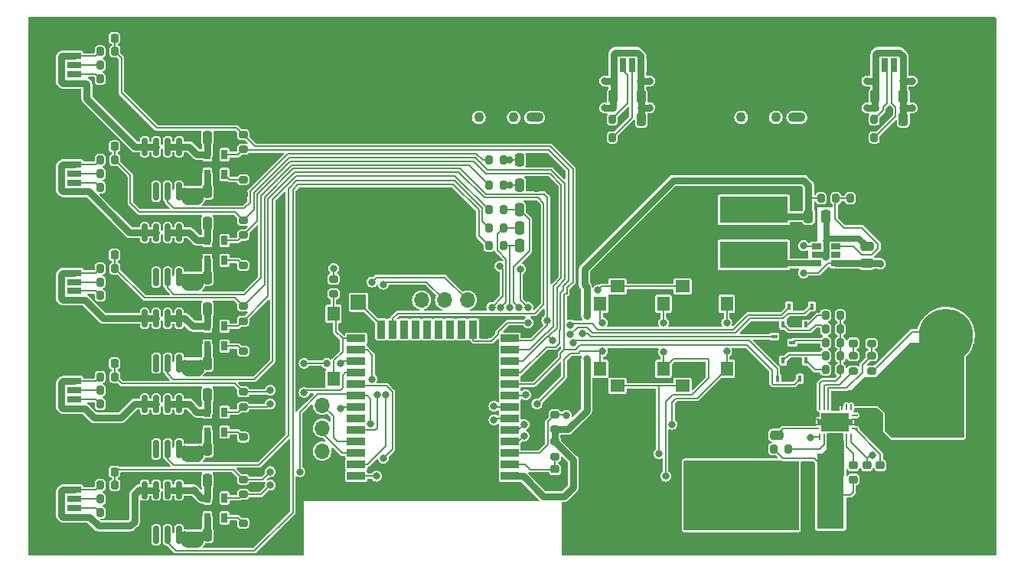
<source format=gbr>
%TF.GenerationSoftware,KiCad,Pcbnew,(5.99.0-10506-gb986797469)*%
%TF.CreationDate,2021-11-30T23:31:34+01:00*%
%TF.ProjectId,Power_Over_Regular_Normal_HUB,506f7765-725f-44f7-9665-725f52656775,rev?*%
%TF.SameCoordinates,Original*%
%TF.FileFunction,Copper,L1,Top*%
%TF.FilePolarity,Positive*%
%FSLAX46Y46*%
G04 Gerber Fmt 4.6, Leading zero omitted, Abs format (unit mm)*
G04 Created by KiCad (PCBNEW (5.99.0-10506-gb986797469)) date 2021-11-30 23:31:34*
%MOMM*%
%LPD*%
G01*
G04 APERTURE LIST*
G04 Aperture macros list*
%AMRoundRect*
0 Rectangle with rounded corners*
0 $1 Rounding radius*
0 $2 $3 $4 $5 $6 $7 $8 $9 X,Y pos of 4 corners*
0 Add a 4 corners polygon primitive as box body*
4,1,4,$2,$3,$4,$5,$6,$7,$8,$9,$2,$3,0*
0 Add four circle primitives for the rounded corners*
1,1,$1+$1,$2,$3*
1,1,$1+$1,$4,$5*
1,1,$1+$1,$6,$7*
1,1,$1+$1,$8,$9*
0 Add four rect primitives between the rounded corners*
20,1,$1+$1,$2,$3,$4,$5,0*
20,1,$1+$1,$4,$5,$6,$7,0*
20,1,$1+$1,$6,$7,$8,$9,0*
20,1,$1+$1,$8,$9,$2,$3,0*%
%AMFreePoly0*
4,1,13,0.375000,1.525000,1.025000,1.525000,1.025000,-1.525000,0.375000,-1.525000,0.375000,-1.925000,-0.375000,-1.925000,-0.375000,-1.525000,-1.025000,-1.525000,-1.025000,1.525000,-0.375000,1.525000,-0.375000,1.925000,0.375000,1.925000,0.375000,1.525000,0.375000,1.525000,$1*%
G04 Aperture macros list end*
%TA.AperFunction,SMDPad,CuDef*%
%ADD10RoundRect,0.200000X-0.275000X0.200000X-0.275000X-0.200000X0.275000X-0.200000X0.275000X0.200000X0*%
%TD*%
%TA.AperFunction,SMDPad,CuDef*%
%ADD11RoundRect,0.200000X-0.200000X-0.275000X0.200000X-0.275000X0.200000X0.275000X-0.200000X0.275000X0*%
%TD*%
%TA.AperFunction,SMDPad,CuDef*%
%ADD12RoundRect,0.250000X-0.250000X-0.475000X0.250000X-0.475000X0.250000X0.475000X-0.250000X0.475000X0*%
%TD*%
%TA.AperFunction,SMDPad,CuDef*%
%ADD13R,0.650000X1.060000*%
%TD*%
%TA.AperFunction,SMDPad,CuDef*%
%ADD14RoundRect,0.225000X-0.225000X-0.250000X0.225000X-0.250000X0.225000X0.250000X-0.225000X0.250000X0*%
%TD*%
%TA.AperFunction,SMDPad,CuDef*%
%ADD15R,0.700000X1.600000*%
%TD*%
%TA.AperFunction,SMDPad,CuDef*%
%ADD16R,0.800000X1.600000*%
%TD*%
%TA.AperFunction,ComponentPad*%
%ADD17O,1.000000X1.700000*%
%TD*%
%TA.AperFunction,SMDPad,CuDef*%
%ADD18R,1.400000X1.600000*%
%TD*%
%TA.AperFunction,SMDPad,CuDef*%
%ADD19RoundRect,0.225000X-0.250000X0.225000X-0.250000X-0.225000X0.250000X-0.225000X0.250000X0.225000X0*%
%TD*%
%TA.AperFunction,SMDPad,CuDef*%
%ADD20RoundRect,0.200000X0.200000X0.275000X-0.200000X0.275000X-0.200000X-0.275000X0.200000X-0.275000X0*%
%TD*%
%TA.AperFunction,SMDPad,CuDef*%
%ADD21R,3.000000X7.500000*%
%TD*%
%TA.AperFunction,SMDPad,CuDef*%
%ADD22R,1.060000X0.650000*%
%TD*%
%TA.AperFunction,SMDPad,CuDef*%
%ADD23R,1.600000X1.400000*%
%TD*%
%TA.AperFunction,SMDPad,CuDef*%
%ADD24RoundRect,0.250000X0.475000X-0.250000X0.475000X0.250000X-0.475000X0.250000X-0.475000X-0.250000X0*%
%TD*%
%TA.AperFunction,SMDPad,CuDef*%
%ADD25RoundRect,0.250000X1.000000X-1.950000X1.000000X1.950000X-1.000000X1.950000X-1.000000X-1.950000X0*%
%TD*%
%TA.AperFunction,SMDPad,CuDef*%
%ADD26RoundRect,0.250000X0.250000X0.475000X-0.250000X0.475000X-0.250000X-0.475000X0.250000X-0.475000X0*%
%TD*%
%TA.AperFunction,SMDPad,CuDef*%
%ADD27RoundRect,0.150000X-0.150000X0.825000X-0.150000X-0.825000X0.150000X-0.825000X0.150000X0.825000X0*%
%TD*%
%TA.AperFunction,SMDPad,CuDef*%
%ADD28R,0.700000X0.450000*%
%TD*%
%TA.AperFunction,ComponentPad*%
%ADD29O,1.900000X1.100000*%
%TD*%
%TA.AperFunction,ComponentPad*%
%ADD30C,1.100000*%
%TD*%
%TA.AperFunction,ComponentPad*%
%ADD31O,1.100000X1.800000*%
%TD*%
%TA.AperFunction,SMDPad,CuDef*%
%ADD32RoundRect,0.200000X0.275000X-0.200000X0.275000X0.200000X-0.275000X0.200000X-0.275000X-0.200000X0*%
%TD*%
%TA.AperFunction,ComponentPad*%
%ADD33R,1.700000X1.700000*%
%TD*%
%TA.AperFunction,SMDPad,CuDef*%
%ADD34R,0.450000X0.700000*%
%TD*%
%TA.AperFunction,ComponentPad*%
%ADD35O,1.700000X1.700000*%
%TD*%
%TA.AperFunction,SMDPad,CuDef*%
%ADD36RoundRect,0.225000X0.250000X-0.225000X0.250000X0.225000X-0.250000X0.225000X-0.250000X-0.225000X0*%
%TD*%
%TA.AperFunction,SMDPad,CuDef*%
%ADD37R,1.600000X0.700000*%
%TD*%
%TA.AperFunction,SMDPad,CuDef*%
%ADD38R,1.600000X0.800000*%
%TD*%
%TA.AperFunction,ComponentPad*%
%ADD39O,1.700000X1.000000*%
%TD*%
%TA.AperFunction,SMDPad,CuDef*%
%ADD40R,7.500000X3.000000*%
%TD*%
%TA.AperFunction,SMDPad,CuDef*%
%ADD41RoundRect,0.050400X0.249600X-0.069600X0.249600X0.069600X-0.249600X0.069600X-0.249600X-0.069600X0*%
%TD*%
%TA.AperFunction,SMDPad,CuDef*%
%ADD42RoundRect,0.050400X0.069600X-0.249600X0.069600X0.249600X-0.069600X0.249600X-0.069600X-0.249600X0*%
%TD*%
%TA.AperFunction,SMDPad,CuDef*%
%ADD43RoundRect,0.050000X0.250000X-0.050000X0.250000X0.050000X-0.250000X0.050000X-0.250000X-0.050000X0*%
%TD*%
%TA.AperFunction,SMDPad,CuDef*%
%ADD44FreePoly0,90.000000*%
%TD*%
%TA.AperFunction,SMDPad,CuDef*%
%ADD45RoundRect,0.250000X-0.475000X0.250000X-0.475000X-0.250000X0.475000X-0.250000X0.475000X0.250000X0*%
%TD*%
%TA.AperFunction,SMDPad,CuDef*%
%ADD46R,2.000000X0.900000*%
%TD*%
%TA.AperFunction,SMDPad,CuDef*%
%ADD47R,0.900000X2.000000*%
%TD*%
%TA.AperFunction,SMDPad,CuDef*%
%ADD48R,5.000000X5.000000*%
%TD*%
%TA.AperFunction,SMDPad,CuDef*%
%ADD49RoundRect,0.250000X-1.000000X1.950000X-1.000000X-1.950000X1.000000X-1.950000X1.000000X1.950000X0*%
%TD*%
%TA.AperFunction,ComponentPad*%
%ADD50RoundRect,1.500000X-1.500000X1.500000X-1.500000X-1.500000X1.500000X-1.500000X1.500000X1.500000X0*%
%TD*%
%TA.AperFunction,ComponentPad*%
%ADD51C,6.000000*%
%TD*%
%TA.AperFunction,ViaPad*%
%ADD52C,0.800000*%
%TD*%
%TA.AperFunction,Conductor*%
%ADD53C,0.200000*%
%TD*%
%TA.AperFunction,Conductor*%
%ADD54C,0.700000*%
%TD*%
%TA.AperFunction,Conductor*%
%ADD55C,0.800000*%
%TD*%
%TA.AperFunction,Conductor*%
%ADD56C,0.250000*%
%TD*%
G04 APERTURE END LIST*
D10*
%TO.P,R25,1*%
%TO.N,/USB4*%
X87000000Y-99675000D03*
%TO.P,R25,2*%
%TO.N,/PWR4*%
X87000000Y-101325000D03*
%TD*%
D11*
%TO.P,R12,1*%
%TO.N,Net-(R12-Pad1)*%
X114175000Y-79500000D03*
%TO.P,R12,2*%
%TO.N,/C3*%
X115825000Y-79500000D03*
%TD*%
D12*
%TO.P,C7,1*%
%TO.N,+5V*%
X83050000Y-77500000D03*
%TO.P,C7,2*%
%TO.N,GND*%
X84950000Y-77500000D03*
%TD*%
D13*
%TO.P,U6,1,VOUT*%
%TO.N,+5V*%
X83050000Y-94600000D03*
%TO.P,U6,2,GND*%
%TO.N,GND*%
X84000000Y-94600000D03*
%TO.P,U6,3,ISET/NC*%
%TO.N,Net-(R15-Pad1)*%
X84950000Y-94600000D03*
%TO.P,U6,4,EN*%
%TO.N,/PWR3*%
X84950000Y-92400000D03*
%TO.P,U6,5,VIN*%
%TO.N,Net-(C6-Pad1)*%
X83050000Y-92400000D03*
%TD*%
%TO.P,U9,1,VOUT*%
%TO.N,+5V*%
X83050000Y-104100000D03*
%TO.P,U9,2,GND*%
%TO.N,GND*%
X84000000Y-104100000D03*
%TO.P,U9,3,ISET/NC*%
%TO.N,Net-(R28-Pad1)*%
X84950000Y-104100000D03*
%TO.P,U9,4,EN*%
%TO.N,/PWR4*%
X84950000Y-101900000D03*
%TO.P,U9,5,VIN*%
%TO.N,Net-(C22-Pad1)*%
X83050000Y-101900000D03*
%TD*%
D14*
%TO.P,D4,1,K*%
%TO.N,GND*%
X71225000Y-96500000D03*
%TO.P,D4,2,A*%
%TO.N,/USB4*%
X72775000Y-96500000D03*
%TD*%
D15*
%TO.P,P4,A5,CC*%
%TO.N,Net-(P4-PadA5)*%
X159000000Y-63500000D03*
D16*
%TO.P,P4,A9,VBUS*%
%TO.N,+5V*%
X157000000Y-63500000D03*
%TO.P,P4,A12,GND*%
%TO.N,GND*%
X156000000Y-63500000D03*
D15*
%TO.P,P4,B5,VCONN*%
%TO.N,Net-(P4-PadB5)*%
X158000000Y-63500000D03*
D16*
%TO.P,P4,B9,VBUS*%
%TO.N,+5V*%
X160000000Y-63500000D03*
%TO.P,P4,B12,GND*%
%TO.N,GND*%
X161000000Y-63500000D03*
D17*
%TO.P,P4,S1,SHIELD*%
X154180000Y-59700000D03*
X162820000Y-59700000D03*
X162820000Y-63500000D03*
X154180000Y-63500000D03*
%TD*%
D18*
%TO.P,SW1,1,1*%
%TO.N,Net-(R21-Pad2)*%
X97000000Y-98200000D03*
X97000000Y-91000000D03*
%TO.P,SW1,2,2*%
%TO.N,GND*%
X94000000Y-98200000D03*
X94000000Y-91000000D03*
%TD*%
D19*
%TO.P,C27,1*%
%TO.N,Net-(C27-Pad1)*%
X157500000Y-107795000D03*
%TO.P,C27,2*%
%TO.N,GND*%
X157500000Y-109345000D03*
%TD*%
D11*
%TO.P,R45,1*%
%TO.N,Net-(Q5-Pad3)*%
X151425000Y-91205000D03*
%TO.P,R45,2*%
%TO.N,Net-(R31-Pad2)*%
X153075000Y-91205000D03*
%TD*%
D10*
%TO.P,R16,1*%
%TO.N,+3V3*%
X121500000Y-105175000D03*
%TO.P,R16,2*%
%TO.N,Net-(C10-Pad2)*%
X121500000Y-106825000D03*
%TD*%
D20*
%TO.P,R47,1*%
%TO.N,Net-(P7-PadA5)*%
X127825000Y-71500000D03*
%TO.P,R47,2*%
%TO.N,GND*%
X126175000Y-71500000D03*
%TD*%
D21*
%TO.P,L2,1,1*%
%TO.N,+5V*%
X147000000Y-111070000D03*
%TO.P,L2,2,2*%
%TO.N,Net-(C21-Pad1)*%
X152000000Y-111070000D03*
%TD*%
D10*
%TO.P,R22,1*%
%TO.N,/USB1*%
X87000000Y-71175000D03*
%TO.P,R22,2*%
%TO.N,/PWR1*%
X87000000Y-72825000D03*
%TD*%
D22*
%TO.P,U7,1,EN*%
%TO.N,+5V*%
X150400000Y-83550000D03*
%TO.P,U7,2,GND*%
%TO.N,GND*%
X150400000Y-84500000D03*
%TO.P,U7,3,SW*%
%TO.N,Net-(L1-Pad1)*%
X150400000Y-85450000D03*
%TO.P,U7,4,IN*%
%TO.N,+5V*%
X152600000Y-85450000D03*
%TO.P,U7,5,NC*%
%TO.N,unconnected-(U7-Pad5)*%
X152600000Y-84500000D03*
%TO.P,U7,6,FB*%
%TO.N,Net-(R19-Pad2)*%
X152600000Y-83550000D03*
%TD*%
D19*
%TO.P,C29,1*%
%TO.N,GND*%
X81500000Y-76225000D03*
%TO.P,C29,2*%
%TO.N,+5V*%
X81500000Y-77775000D03*
%TD*%
%TO.P,C31,1*%
%TO.N,GND*%
X81500000Y-95225000D03*
%TO.P,C31,2*%
%TO.N,+5V*%
X81500000Y-96775000D03*
%TD*%
D23*
%TO.P,SW5,1,1*%
%TO.N,GND*%
X135600000Y-85000000D03*
X128400000Y-85000000D03*
%TO.P,SW5,2,2*%
%TO.N,/RES4*%
X135600000Y-88000000D03*
X128400000Y-88000000D03*
%TD*%
D19*
%TO.P,C33,1*%
%TO.N,GND*%
X81500000Y-114225000D03*
%TO.P,C33,2*%
%TO.N,+5V*%
X81500000Y-115775000D03*
%TD*%
D10*
%TO.P,R28,1*%
%TO.N,Net-(R28-Pad1)*%
X87000000Y-104675000D03*
%TO.P,R28,2*%
%TO.N,GND*%
X87000000Y-106325000D03*
%TD*%
D24*
%TO.P,C12,1*%
%TO.N,+5V*%
X156000000Y-85450000D03*
%TO.P,C12,2*%
%TO.N,GND*%
X156000000Y-83550000D03*
%TD*%
D11*
%TO.P,R44,1*%
%TO.N,Net-(Q4-Pad3)*%
X151425000Y-92705000D03*
%TO.P,R44,2*%
%TO.N,Net-(R31-Pad2)*%
X153075000Y-92705000D03*
%TD*%
D12*
%TO.P,C4,1*%
%TO.N,Net-(C4-Pad1)*%
X83050000Y-71500000D03*
%TO.P,C4,2*%
%TO.N,GND*%
X84950000Y-71500000D03*
%TD*%
D25*
%TO.P,C16,1*%
%TO.N,+5V*%
X140000000Y-111700000D03*
%TO.P,C16,2*%
%TO.N,GND*%
X140000000Y-104300000D03*
%TD*%
D14*
%TO.P,D1,1,K*%
%TO.N,GND*%
X71225000Y-60500000D03*
%TO.P,D1,2,A*%
%TO.N,/USB1*%
X72775000Y-60500000D03*
%TD*%
D10*
%TO.P,R23,1*%
%TO.N,/USB2*%
X87000000Y-80675000D03*
%TO.P,R23,2*%
%TO.N,/PWR2*%
X87000000Y-82325000D03*
%TD*%
D12*
%TO.P,C9,1*%
%TO.N,+5V*%
X83050000Y-96500000D03*
%TO.P,C9,2*%
%TO.N,GND*%
X84950000Y-96500000D03*
%TD*%
D26*
%TO.P,C13,1*%
%TO.N,+5V*%
X156900000Y-67000000D03*
%TO.P,C13,2*%
%TO.N,GND*%
X155000000Y-67000000D03*
%TD*%
D27*
%TO.P,U3,1,IP+*%
%TO.N,Net-(C6-Pad1)*%
X79905000Y-91525000D03*
%TO.P,U3,2,IP+*%
X78635000Y-91525000D03*
%TO.P,U3,3,IP-*%
%TO.N,/VBUS3*%
X77365000Y-91525000D03*
%TO.P,U3,4,IP-*%
X76095000Y-91525000D03*
%TO.P,U3,5,GND*%
%TO.N,GND*%
X76095000Y-96475000D03*
%TO.P,U3,6,NC*%
%TO.N,unconnected-(U3-Pad6)*%
X77365000Y-96475000D03*
%TO.P,U3,7,OUT*%
%TO.N,Net-(R12-Pad1)*%
X78635000Y-96475000D03*
%TO.P,U3,8,VCC*%
%TO.N,+5V*%
X79905000Y-96475000D03*
%TD*%
D20*
%TO.P,R48,1*%
%TO.N,Net-(R48-Pad1)*%
X127825000Y-69500000D03*
%TO.P,R48,2*%
%TO.N,GND*%
X126175000Y-69500000D03*
%TD*%
D15*
%TO.P,P7,A5,CC*%
%TO.N,Net-(P7-PadA5)*%
X130000000Y-63500000D03*
D16*
%TO.P,P7,A9,VBUS*%
%TO.N,+5V*%
X128000000Y-63500000D03*
%TO.P,P7,A12,GND*%
%TO.N,GND*%
X127000000Y-63500000D03*
D15*
%TO.P,P7,B5,VCONN*%
%TO.N,Net-(R48-Pad1)*%
X129000000Y-63500000D03*
D16*
%TO.P,P7,B9,VBUS*%
%TO.N,+5V*%
X131000000Y-63500000D03*
%TO.P,P7,B12,GND*%
%TO.N,GND*%
X132000000Y-63500000D03*
D17*
%TO.P,P7,S1,SHIELD*%
X125180000Y-59700000D03*
X125180000Y-63500000D03*
X133820000Y-63500000D03*
X133820000Y-59700000D03*
%TD*%
D11*
%TO.P,R38,1*%
%TO.N,Net-(P5-PadB5)*%
X71175000Y-101000000D03*
%TO.P,R38,2*%
%TO.N,GND*%
X72825000Y-101000000D03*
%TD*%
D19*
%TO.P,C17,1*%
%TO.N,+5V*%
X156000000Y-107795000D03*
%TO.P,C17,2*%
%TO.N,GND*%
X156000000Y-109345000D03*
%TD*%
D11*
%TO.P,R36,1*%
%TO.N,Net-(P5-PadA5)*%
X71175000Y-99500000D03*
%TO.P,R36,2*%
%TO.N,GND*%
X72825000Y-99500000D03*
%TD*%
%TO.P,R19,1*%
%TO.N,+3V3*%
X150925000Y-78250000D03*
%TO.P,R19,2*%
%TO.N,Net-(R19-Pad2)*%
X152575000Y-78250000D03*
%TD*%
D12*
%TO.P,C5,1*%
%TO.N,Net-(C5-Pad1)*%
X83050000Y-81000000D03*
%TO.P,C5,2*%
%TO.N,GND*%
X84950000Y-81000000D03*
%TD*%
D28*
%TO.P,Q3,1,G*%
%TO.N,/USB3*%
X145750000Y-93555000D03*
%TO.P,Q3,2,S*%
%TO.N,GND*%
X145750000Y-94855000D03*
%TO.P,Q3,3,D*%
%TO.N,Net-(Q3-Pad3)*%
X147750000Y-94205000D03*
%TD*%
D29*
%TO.P,J4,1,VBUS*%
%TO.N,+5V*%
X148250000Y-69290000D03*
D30*
%TO.P,J4,2,D-*%
%TO.N,unconnected-(J4-Pad2)*%
X145920000Y-69290000D03*
%TO.P,J4,3,D+*%
%TO.N,unconnected-(J4-Pad3)*%
X142080000Y-69290000D03*
D29*
%TO.P,J4,4,GND*%
%TO.N,GND*%
X139750000Y-69290000D03*
D30*
%TO.P,J4,5,Shield*%
X144000000Y-69290000D03*
D31*
X150400000Y-68410000D03*
X137600000Y-61860000D03*
X150400000Y-61860000D03*
X137600000Y-68410000D03*
%TD*%
D27*
%TO.P,U2,1,IP+*%
%TO.N,Net-(C5-Pad1)*%
X79905000Y-82025000D03*
%TO.P,U2,2,IP+*%
X78635000Y-82025000D03*
%TO.P,U2,3,IP-*%
%TO.N,/VBUS2*%
X77365000Y-82025000D03*
%TO.P,U2,4,IP-*%
X76095000Y-82025000D03*
%TO.P,U2,5,GND*%
%TO.N,GND*%
X76095000Y-86975000D03*
%TO.P,U2,6,NC*%
%TO.N,unconnected-(U2-Pad6)*%
X77365000Y-86975000D03*
%TO.P,U2,7,OUT*%
%TO.N,Net-(R11-Pad1)*%
X78635000Y-86975000D03*
%TO.P,U2,8,VCC*%
%TO.N,+5V*%
X79905000Y-86975000D03*
%TD*%
D11*
%TO.P,R11,1*%
%TO.N,Net-(R11-Pad1)*%
X114175000Y-76750000D03*
%TO.P,R11,2*%
%TO.N,/C2*%
X115825000Y-76750000D03*
%TD*%
%TO.P,R10,1*%
%TO.N,Net-(R10-Pad1)*%
X114175000Y-74000000D03*
%TO.P,R10,2*%
%TO.N,/C1*%
X115825000Y-74000000D03*
%TD*%
D19*
%TO.P,C32,1*%
%TO.N,GND*%
X81500000Y-104725000D03*
%TO.P,C32,2*%
%TO.N,+5V*%
X81500000Y-106275000D03*
%TD*%
D13*
%TO.P,U10,1,VOUT*%
%TO.N,+5V*%
X83050000Y-113600000D03*
%TO.P,U10,2,GND*%
%TO.N,GND*%
X84000000Y-113600000D03*
%TO.P,U10,3,ISET/NC*%
%TO.N,Net-(R29-Pad1)*%
X84950000Y-113600000D03*
%TO.P,U10,4,EN*%
%TO.N,/PWR5*%
X84950000Y-111400000D03*
%TO.P,U10,5,VIN*%
%TO.N,Net-(C23-Pad1)*%
X83050000Y-111400000D03*
%TD*%
D11*
%TO.P,R4,1*%
%TO.N,Net-(P1-PadA5)*%
X71175000Y-63500000D03*
%TO.P,R4,2*%
%TO.N,GND*%
X72825000Y-63500000D03*
%TD*%
D32*
%TO.P,R40,1*%
%TO.N,Net-(C28-Pad1)*%
X156500000Y-97325000D03*
%TO.P,R40,2*%
%TO.N,Net-(R40-Pad2)*%
X156500000Y-95675000D03*
%TD*%
D33*
%TO.P,J5,1,Pin_1*%
%TO.N,Net-(J5-Pad1)*%
X99750000Y-89750000D03*
%TD*%
D12*
%TO.P,C3,1*%
%TO.N,/C3*%
X117550000Y-79500000D03*
%TO.P,C3,2*%
%TO.N,GND*%
X119450000Y-79500000D03*
%TD*%
D18*
%TO.P,SW6,1,1*%
%TO.N,GND*%
X130500000Y-89900000D03*
X130500000Y-97100000D03*
%TO.P,SW6,2,2*%
%TO.N,/RES5*%
X133500000Y-89900000D03*
X133500000Y-97100000D03*
%TD*%
D34*
%TO.P,Q1,1,G*%
%TO.N,/USB1*%
X148600000Y-98205000D03*
%TO.P,Q1,2,S*%
%TO.N,GND*%
X149900000Y-98205000D03*
%TO.P,Q1,3,D*%
%TO.N,Net-(Q1-Pad3)*%
X149250000Y-96205000D03*
%TD*%
D11*
%TO.P,R35,1*%
%TO.N,/VBUS5*%
X71175000Y-110000000D03*
%TO.P,R35,2*%
%TO.N,/USB5*%
X72825000Y-110000000D03*
%TD*%
D12*
%TO.P,C8,1*%
%TO.N,+5V*%
X83050000Y-87000000D03*
%TO.P,C8,2*%
%TO.N,GND*%
X84950000Y-87000000D03*
%TD*%
%TO.P,C23,1*%
%TO.N,Net-(C23-Pad1)*%
X83050000Y-109500000D03*
%TO.P,C23,2*%
%TO.N,GND*%
X84950000Y-109500000D03*
%TD*%
D14*
%TO.P,D2,1,K*%
%TO.N,GND*%
X71225000Y-72500000D03*
%TO.P,D2,2,A*%
%TO.N,/USB2*%
X72775000Y-72500000D03*
%TD*%
D20*
%TO.P,R17,1*%
%TO.N,Net-(P4-PadA5)*%
X156825000Y-71500000D03*
%TO.P,R17,2*%
%TO.N,GND*%
X155175000Y-71500000D03*
%TD*%
D10*
%TO.P,R14,1*%
%TO.N,Net-(R14-Pad1)*%
X87000000Y-85675000D03*
%TO.P,R14,2*%
%TO.N,GND*%
X87000000Y-87325000D03*
%TD*%
D33*
%TO.P,J6,1,Pin_1*%
%TO.N,GND*%
X95750000Y-108750000D03*
D35*
%TO.P,J6,2,Pin_2*%
%TO.N,+3V3*%
X95750000Y-106210000D03*
%TO.P,J6,3,Pin_3*%
%TO.N,Net-(J6-Pad3)*%
X95750000Y-103670000D03*
%TO.P,J6,4,Pin_4*%
%TO.N,Net-(J6-Pad4)*%
X95750000Y-101130000D03*
%TD*%
D12*
%TO.P,C11,1*%
%TO.N,+5V*%
X160050000Y-67000000D03*
%TO.P,C11,2*%
%TO.N,GND*%
X161950000Y-67000000D03*
%TD*%
D36*
%TO.P,C10,1*%
%TO.N,GND*%
X121500000Y-109775000D03*
%TO.P,C10,2*%
%TO.N,Net-(C10-Pad2)*%
X121500000Y-108225000D03*
%TD*%
D37*
%TO.P,P2,A5,CC*%
%TO.N,Net-(P2-PadA5)*%
X68305000Y-75500000D03*
D38*
%TO.P,P2,A9,VBUS*%
%TO.N,/VBUS2*%
X68305000Y-77500000D03*
%TO.P,P2,A12,GND*%
%TO.N,GND*%
X68305000Y-78500000D03*
D37*
%TO.P,P2,B5,VCONN*%
%TO.N,Net-(P2-PadB5)*%
X68305000Y-76500000D03*
D38*
%TO.P,P2,B9,VBUS*%
%TO.N,/VBUS2*%
X68305000Y-74500000D03*
%TO.P,P2,B12,GND*%
%TO.N,GND*%
X68305000Y-73500000D03*
D39*
%TO.P,P2,S1,SHIELD*%
X68305000Y-80320000D03*
X64505000Y-80320000D03*
X68305000Y-71680000D03*
X64505000Y-71680000D03*
%TD*%
D10*
%TO.P,R21,1*%
%TO.N,+3V3*%
X97000000Y-87175000D03*
%TO.P,R21,2*%
%TO.N,Net-(R21-Pad2)*%
X97000000Y-88825000D03*
%TD*%
D11*
%TO.P,R2,1*%
%TO.N,Net-(P2-PadB5)*%
X71175000Y-77000000D03*
%TO.P,R2,2*%
%TO.N,GND*%
X72825000Y-77000000D03*
%TD*%
D18*
%TO.P,SW2,1,1*%
%TO.N,GND*%
X137500000Y-89900000D03*
X137500000Y-97100000D03*
%TO.P,SW2,2,2*%
%TO.N,/RES1*%
X140500000Y-89900000D03*
X140500000Y-97100000D03*
%TD*%
D11*
%TO.P,R39,1*%
%TO.N,Net-(P6-PadB5)*%
X71175000Y-113000000D03*
%TO.P,R39,2*%
%TO.N,GND*%
X72825000Y-113000000D03*
%TD*%
D32*
%TO.P,R30,1*%
%TO.N,Net-(R30-Pad1)*%
X154500000Y-97325000D03*
%TO.P,R30,2*%
%TO.N,Net-(C26-Pad1)*%
X154500000Y-95675000D03*
%TD*%
D40*
%TO.P,L1,1,1*%
%TO.N,Net-(L1-Pad1)*%
X143500000Y-84500000D03*
%TO.P,L1,2,2*%
%TO.N,+3V3*%
X143500000Y-79500000D03*
%TD*%
D10*
%TO.P,R29,1*%
%TO.N,Net-(R29-Pad1)*%
X87000000Y-114175000D03*
%TO.P,R29,2*%
%TO.N,GND*%
X87000000Y-115825000D03*
%TD*%
D12*
%TO.P,C1,1*%
%TO.N,/C1*%
X117550000Y-74000000D03*
%TO.P,C1,2*%
%TO.N,GND*%
X119450000Y-74000000D03*
%TD*%
D11*
%TO.P,R5,1*%
%TO.N,Net-(P2-PadA5)*%
X71175000Y-75500000D03*
%TO.P,R5,2*%
%TO.N,GND*%
X72825000Y-75500000D03*
%TD*%
D13*
%TO.P,U4,1,VOUT*%
%TO.N,+5V*%
X83050000Y-75600000D03*
%TO.P,U4,2,GND*%
%TO.N,GND*%
X84000000Y-75600000D03*
%TO.P,U4,3,ISET/NC*%
%TO.N,Net-(R13-Pad1)*%
X84950000Y-75600000D03*
%TO.P,U4,4,EN*%
%TO.N,/PWR1*%
X84950000Y-73400000D03*
%TO.P,U4,5,VIN*%
%TO.N,Net-(C4-Pad1)*%
X83050000Y-73400000D03*
%TD*%
D11*
%TO.P,R6,1*%
%TO.N,Net-(P3-PadA5)*%
X71175000Y-87500000D03*
%TO.P,R6,2*%
%TO.N,GND*%
X72825000Y-87500000D03*
%TD*%
%TO.P,R37,1*%
%TO.N,Net-(P6-PadA5)*%
X71175000Y-111500000D03*
%TO.P,R37,2*%
%TO.N,GND*%
X72825000Y-111500000D03*
%TD*%
D33*
%TO.P,J7,1,Pin_1*%
%TO.N,GND*%
X104200000Y-89500000D03*
D35*
%TO.P,J7,2,Pin_2*%
%TO.N,+3V3*%
X106740000Y-89500000D03*
%TO.P,J7,3,Pin_3*%
%TO.N,/SCL*%
X109280000Y-89500000D03*
%TO.P,J7,4,Pin_4*%
%TO.N,/SDA*%
X111820000Y-89500000D03*
%TD*%
D10*
%TO.P,R13,1*%
%TO.N,Net-(R13-Pad1)*%
X87000000Y-76175000D03*
%TO.P,R13,2*%
%TO.N,GND*%
X87000000Y-77825000D03*
%TD*%
D32*
%TO.P,R46,1*%
%TO.N,+3V3*%
X121500000Y-103825000D03*
%TO.P,R46,2*%
%TO.N,/RES1*%
X121500000Y-102175000D03*
%TD*%
D41*
%TO.P,U11,1,VCC*%
%TO.N,Net-(C18-Pad2)*%
X150350000Y-103750000D03*
D42*
%TO.P,U11,2,EN*%
%TO.N,+5V*%
X150750000Y-104650000D03*
%TO.P,U11,3,FSW*%
%TO.N,Net-(R27-Pad2)*%
X151250000Y-104650000D03*
%TO.P,U11,4,SW*%
%TO.N,Net-(C21-Pad1)*%
X151750000Y-104650000D03*
%TO.P,U11,5,SW*%
X152250000Y-104650000D03*
%TO.P,U11,6,SW*%
X152750000Y-104650000D03*
%TO.P,U11,7,SW*%
X153250000Y-104650000D03*
%TO.P,U11,8,BOOT*%
%TO.N,Net-(C21-Pad2)*%
X153750000Y-104650000D03*
%TO.P,U11,9,VIN*%
%TO.N,+5V*%
X154250000Y-104650000D03*
D41*
%TO.P,U11,10,SS*%
%TO.N,Net-(C27-Pad1)*%
X154650000Y-103750000D03*
%TO.P,U11,11,NC*%
%TO.N,unconnected-(U11-Pad11)*%
X154650000Y-102250000D03*
D42*
%TO.P,U11,12,NC*%
%TO.N,unconnected-(U11-Pad12)*%
X154250000Y-101350000D03*
%TO.P,U11,13,MODE*%
%TO.N,unconnected-(U11-Pad13)*%
X153750000Y-101350000D03*
%TO.P,U11,14,VOUT*%
%TO.N,Net-(C28-Pad1)*%
X153250000Y-101350000D03*
%TO.P,U11,15,VOUT*%
X152750000Y-101350000D03*
%TO.P,U11,16,VOUT*%
X152250000Y-101350000D03*
%TO.P,U11,17,FB*%
%TO.N,Net-(R40-Pad2)*%
X151750000Y-101350000D03*
%TO.P,U11,18,COMP*%
%TO.N,Net-(R30-Pad1)*%
X151250000Y-101350000D03*
%TO.P,U11,19,ILIM*%
%TO.N,Net-(R31-Pad2)*%
X150750000Y-101350000D03*
D41*
%TO.P,U11,20,AGND*%
%TO.N,GND*%
X150350000Y-102250000D03*
D43*
%TO.P,U11,21,PGND*%
X154650000Y-102725000D03*
D44*
X152500000Y-103000000D03*
D43*
X154650000Y-103275000D03*
X150350000Y-102725000D03*
X150350000Y-103275000D03*
%TD*%
D37*
%TO.P,P6,A5,CC*%
%TO.N,Net-(P6-PadA5)*%
X68305000Y-111500000D03*
D38*
%TO.P,P6,A9,VBUS*%
%TO.N,/VBUS5*%
X68305000Y-113500000D03*
%TO.P,P6,A12,GND*%
%TO.N,GND*%
X68305000Y-114500000D03*
D37*
%TO.P,P6,B5,VCONN*%
%TO.N,Net-(P6-PadB5)*%
X68305000Y-112500000D03*
D38*
%TO.P,P6,B9,VBUS*%
%TO.N,/VBUS5*%
X68305000Y-110500000D03*
%TO.P,P6,B12,GND*%
%TO.N,GND*%
X68305000Y-109500000D03*
D39*
%TO.P,P6,S1,SHIELD*%
X64505000Y-107680000D03*
X68305000Y-116320000D03*
X68305000Y-107680000D03*
X64505000Y-116320000D03*
%TD*%
D12*
%TO.P,C19,1*%
%TO.N,+5V*%
X83050000Y-106000000D03*
%TO.P,C19,2*%
%TO.N,GND*%
X84950000Y-106000000D03*
%TD*%
D10*
%TO.P,R15,1*%
%TO.N,Net-(R15-Pad1)*%
X87000000Y-95175000D03*
%TO.P,R15,2*%
%TO.N,GND*%
X87000000Y-96825000D03*
%TD*%
D14*
%TO.P,D3,1,K*%
%TO.N,GND*%
X71225000Y-84500000D03*
%TO.P,D3,2,A*%
%TO.N,/USB3*%
X72775000Y-84500000D03*
%TD*%
D27*
%TO.P,U1,1,IP+*%
%TO.N,Net-(C4-Pad1)*%
X79905000Y-72525000D03*
%TO.P,U1,2,IP+*%
X78635000Y-72525000D03*
%TO.P,U1,3,IP-*%
%TO.N,/VBUS1*%
X77365000Y-72525000D03*
%TO.P,U1,4,IP-*%
X76095000Y-72525000D03*
%TO.P,U1,5,GND*%
%TO.N,GND*%
X76095000Y-77475000D03*
%TO.P,U1,6,NC*%
%TO.N,unconnected-(U1-Pad6)*%
X77365000Y-77475000D03*
%TO.P,U1,7,OUT*%
%TO.N,Net-(R10-Pad1)*%
X78635000Y-77475000D03*
%TO.P,U1,8,VCC*%
%TO.N,+5V*%
X79905000Y-77475000D03*
%TD*%
D11*
%TO.P,R33,1*%
%TO.N,Net-(R33-Pad1)*%
X114175000Y-83500000D03*
%TO.P,R33,2*%
%TO.N,/C5*%
X115825000Y-83500000D03*
%TD*%
%TO.P,R3,1*%
%TO.N,Net-(P3-PadB5)*%
X71175000Y-89000000D03*
%TO.P,R3,2*%
%TO.N,GND*%
X72825000Y-89000000D03*
%TD*%
D45*
%TO.P,C18,1*%
%TO.N,GND*%
X146000000Y-102550000D03*
%TO.P,C18,2*%
%TO.N,Net-(C18-Pad2)*%
X146000000Y-104450000D03*
%TD*%
D14*
%TO.P,D5,1,K*%
%TO.N,GND*%
X71225000Y-108500000D03*
%TO.P,D5,2,A*%
%TO.N,/USB5*%
X72775000Y-108500000D03*
%TD*%
D12*
%TO.P,C2,1*%
%TO.N,/C2*%
X117550000Y-76750000D03*
%TO.P,C2,2*%
%TO.N,GND*%
X119450000Y-76750000D03*
%TD*%
%TO.P,C6,1*%
%TO.N,Net-(C6-Pad1)*%
X83050000Y-90500000D03*
%TO.P,C6,2*%
%TO.N,GND*%
X84950000Y-90500000D03*
%TD*%
D10*
%TO.P,R41,1*%
%TO.N,GND*%
X156500000Y-92675000D03*
%TO.P,R41,2*%
%TO.N,Net-(R40-Pad2)*%
X156500000Y-94325000D03*
%TD*%
D27*
%TO.P,U12,1,IP+*%
%TO.N,Net-(C22-Pad1)*%
X79905000Y-101025000D03*
%TO.P,U12,2,IP+*%
X78635000Y-101025000D03*
%TO.P,U12,3,IP-*%
%TO.N,/VBUS4*%
X77365000Y-101025000D03*
%TO.P,U12,4,IP-*%
X76095000Y-101025000D03*
%TO.P,U12,5,GND*%
%TO.N,GND*%
X76095000Y-105975000D03*
%TO.P,U12,6,NC*%
%TO.N,unconnected-(U12-Pad6)*%
X77365000Y-105975000D03*
%TO.P,U12,7,OUT*%
%TO.N,Net-(R32-Pad1)*%
X78635000Y-105975000D03*
%TO.P,U12,8,VCC*%
%TO.N,+5V*%
X79905000Y-105975000D03*
%TD*%
D10*
%TO.P,R26,1*%
%TO.N,/USB5*%
X87000000Y-109350000D03*
%TO.P,R26,2*%
%TO.N,/PWR5*%
X87000000Y-111000000D03*
%TD*%
D26*
%TO.P,C35,1*%
%TO.N,+5V*%
X127950000Y-67000000D03*
%TO.P,C35,2*%
%TO.N,GND*%
X126050000Y-67000000D03*
%TD*%
D10*
%TO.P,R24,1*%
%TO.N,/USB3*%
X87000000Y-90175000D03*
%TO.P,R24,2*%
%TO.N,/PWR3*%
X87000000Y-91825000D03*
%TD*%
D12*
%TO.P,C14,1*%
%TO.N,+5V*%
X160050000Y-69500000D03*
%TO.P,C14,2*%
%TO.N,GND*%
X161950000Y-69500000D03*
%TD*%
D18*
%TO.P,SW3,1,1*%
%TO.N,GND*%
X123500000Y-97100000D03*
X123500000Y-89900000D03*
%TO.P,SW3,2,2*%
%TO.N,/RES2*%
X126500000Y-97100000D03*
X126500000Y-89900000D03*
%TD*%
D34*
%TO.P,Q4,1,G*%
%TO.N,/USB4*%
X147400000Y-90205000D03*
%TO.P,Q4,2,S*%
%TO.N,GND*%
X146100000Y-90205000D03*
%TO.P,Q4,3,D*%
%TO.N,Net-(Q4-Pad3)*%
X146750000Y-92205000D03*
%TD*%
D12*
%TO.P,C34,1*%
%TO.N,+5V*%
X131050000Y-67000000D03*
%TO.P,C34,2*%
%TO.N,GND*%
X132950000Y-67000000D03*
%TD*%
%TO.P,C20,1*%
%TO.N,+5V*%
X83050000Y-115500000D03*
%TO.P,C20,2*%
%TO.N,GND*%
X84950000Y-115500000D03*
%TD*%
D11*
%TO.P,R31,1*%
%TO.N,Net-(Q1-Pad3)*%
X151425000Y-97205000D03*
%TO.P,R31,2*%
%TO.N,Net-(R31-Pad2)*%
X153075000Y-97205000D03*
%TD*%
D19*
%TO.P,C30,1*%
%TO.N,GND*%
X81500000Y-85725000D03*
%TO.P,C30,2*%
%TO.N,+5V*%
X81500000Y-87275000D03*
%TD*%
D11*
%TO.P,R32,1*%
%TO.N,Net-(R32-Pad1)*%
X114175000Y-81500000D03*
%TO.P,R32,2*%
%TO.N,/C4*%
X115825000Y-81500000D03*
%TD*%
D34*
%TO.P,Q2,1,G*%
%TO.N,/USB2*%
X146100000Y-98205000D03*
%TO.P,Q2,2,S*%
%TO.N,GND*%
X147400000Y-98205000D03*
%TO.P,Q2,3,D*%
%TO.N,Net-(Q2-Pad3)*%
X146750000Y-96205000D03*
%TD*%
D46*
%TO.P,U8,1,GND*%
%TO.N,GND*%
X116500000Y-110255000D03*
%TO.P,U8,2,VDD*%
%TO.N,+3V3*%
X116500000Y-108985000D03*
%TO.P,U8,3,EN*%
%TO.N,Net-(C10-Pad2)*%
X116500000Y-107715000D03*
%TO.P,U8,4,SENSOR_VP*%
%TO.N,/RES1*%
X116500000Y-106445000D03*
%TO.P,U8,5,SENSOR_VN*%
%TO.N,/C5*%
X116500000Y-105175000D03*
%TO.P,U8,6,IO34*%
%TO.N,/C3*%
X116500000Y-103905000D03*
%TO.P,U8,7,IO35*%
%TO.N,/C4*%
X116500000Y-102635000D03*
%TO.P,U8,8,IO32*%
%TO.N,/C1*%
X116500000Y-101365000D03*
%TO.P,U8,9,IO33*%
%TO.N,/C2*%
X116500000Y-100095000D03*
%TO.P,U8,10,IO25*%
%TO.N,/USB1*%
X116500000Y-98825000D03*
%TO.P,U8,11,IO26*%
%TO.N,/PWR1*%
X116500000Y-97555000D03*
%TO.P,U8,12,IO27*%
%TO.N,/USB2*%
X116500000Y-96285000D03*
%TO.P,U8,13,IO14*%
%TO.N,/PWR2*%
X116500000Y-95015000D03*
%TO.P,U8,14,IO12*%
%TO.N,/USB3*%
X116500000Y-93745000D03*
D47*
%TO.P,U8,15,GND*%
%TO.N,GND*%
X113715000Y-92745000D03*
%TO.P,U8,16,IO13*%
%TO.N,/RES4*%
X112445000Y-92745000D03*
%TO.P,U8,17,SHD/SD2*%
%TO.N,unconnected-(U8-Pad17)*%
X111175000Y-92745000D03*
%TO.P,U8,18,SWP/SD3*%
%TO.N,unconnected-(U8-Pad18)*%
X109905000Y-92745000D03*
%TO.P,U8,19,SCS/CMD*%
%TO.N,unconnected-(U8-Pad19)*%
X108635000Y-92745000D03*
%TO.P,U8,20,SCK/CLK*%
%TO.N,unconnected-(U8-Pad20)*%
X107365000Y-92745000D03*
%TO.P,U8,21,SDO/SD0*%
%TO.N,unconnected-(U8-Pad21)*%
X106095000Y-92745000D03*
%TO.P,U8,22,SDI/SD1*%
%TO.N,unconnected-(U8-Pad22)*%
X104825000Y-92745000D03*
%TO.P,U8,23,IO15*%
%TO.N,/PWR3*%
X103555000Y-92745000D03*
%TO.P,U8,24,IO2*%
%TO.N,Net-(J5-Pad1)*%
X102285000Y-92745000D03*
D46*
%TO.P,U8,25,IO0*%
%TO.N,Net-(R21-Pad2)*%
X99500000Y-93745000D03*
%TO.P,U8,26,IO4*%
%TO.N,/RES2*%
X99500000Y-95015000D03*
%TO.P,U8,27,IO16*%
%TO.N,/USB4*%
X99500000Y-96285000D03*
%TO.P,U8,28,IO17*%
%TO.N,/PWR4*%
X99500000Y-97555000D03*
%TO.P,U8,29,IO5*%
%TO.N,/RES3*%
X99500000Y-98825000D03*
%TO.P,U8,30,IO18*%
%TO.N,/USB5*%
X99500000Y-100095000D03*
%TO.P,U8,31,IO19*%
%TO.N,/PWR5*%
X99500000Y-101365000D03*
%TO.P,U8,32,NC*%
%TO.N,unconnected-(U8-Pad32)*%
X99500000Y-102635000D03*
%TO.P,U8,33,IO21*%
%TO.N,/SDA*%
X99500000Y-103905000D03*
%TO.P,U8,34,RXD0/IO3*%
%TO.N,Net-(J6-Pad4)*%
X99500000Y-105175000D03*
%TO.P,U8,35,TXD0/IO1*%
%TO.N,Net-(J6-Pad3)*%
X99500000Y-106445000D03*
%TO.P,U8,36,IO22*%
%TO.N,/SCL*%
X99500000Y-107715000D03*
%TO.P,U8,37,IO23*%
%TO.N,/RES5*%
X99500000Y-108985000D03*
%TO.P,U8,38,GND*%
%TO.N,GND*%
X99500000Y-110255000D03*
D48*
%TO.P,U8,39,GND*%
X109000000Y-102755000D03*
%TD*%
D49*
%TO.P,C28,1*%
%TO.N,Net-(C28-Pad1)*%
X163000000Y-101800000D03*
%TO.P,C28,2*%
%TO.N,GND*%
X163000000Y-109200000D03*
%TD*%
D11*
%TO.P,R34,1*%
%TO.N,/VBUS4*%
X71175000Y-98000000D03*
%TO.P,R34,2*%
%TO.N,/USB4*%
X72825000Y-98000000D03*
%TD*%
D13*
%TO.P,U5,1,VOUT*%
%TO.N,+5V*%
X83050000Y-85100000D03*
%TO.P,U5,2,GND*%
%TO.N,GND*%
X84000000Y-85100000D03*
%TO.P,U5,3,ISET/NC*%
%TO.N,Net-(R14-Pad1)*%
X84950000Y-85100000D03*
%TO.P,U5,4,EN*%
%TO.N,/PWR2*%
X84950000Y-82900000D03*
%TO.P,U5,5,VIN*%
%TO.N,Net-(C5-Pad1)*%
X83050000Y-82900000D03*
%TD*%
D11*
%TO.P,R8,1*%
%TO.N,/VBUS2*%
X71175000Y-74000000D03*
%TO.P,R8,2*%
%TO.N,/USB2*%
X72825000Y-74000000D03*
%TD*%
%TO.P,R1,1*%
%TO.N,Net-(P1-PadB5)*%
X71175000Y-65000000D03*
%TO.P,R1,2*%
%TO.N,GND*%
X72825000Y-65000000D03*
%TD*%
D37*
%TO.P,P5,A5,CC*%
%TO.N,Net-(P5-PadA5)*%
X68305000Y-99500000D03*
D38*
%TO.P,P5,A9,VBUS*%
%TO.N,/VBUS4*%
X68305000Y-101500000D03*
%TO.P,P5,A12,GND*%
%TO.N,GND*%
X68305000Y-102500000D03*
D37*
%TO.P,P5,B5,VCONN*%
%TO.N,Net-(P5-PadB5)*%
X68305000Y-100500000D03*
D38*
%TO.P,P5,B9,VBUS*%
%TO.N,/VBUS4*%
X68305000Y-98500000D03*
%TO.P,P5,B12,GND*%
%TO.N,GND*%
X68305000Y-97500000D03*
D39*
%TO.P,P5,S1,SHIELD*%
X64505000Y-104320000D03*
X68305000Y-95680000D03*
X64505000Y-95680000D03*
X68305000Y-104320000D03*
%TD*%
D12*
%TO.P,C15,1*%
%TO.N,+3V3*%
X149550000Y-80250000D03*
%TO.P,C15,2*%
%TO.N,GND*%
X151450000Y-80250000D03*
%TD*%
%TO.P,C36,1*%
%TO.N,+5V*%
X131050000Y-69500000D03*
%TO.P,C36,2*%
%TO.N,GND*%
X132950000Y-69500000D03*
%TD*%
D36*
%TO.P,C26,1*%
%TO.N,Net-(C26-Pad1)*%
X154500000Y-94275000D03*
%TO.P,C26,2*%
%TO.N,GND*%
X154500000Y-92725000D03*
%TD*%
D27*
%TO.P,U13,1,IP+*%
%TO.N,Net-(C23-Pad1)*%
X79905000Y-110525000D03*
%TO.P,U13,2,IP+*%
X78635000Y-110525000D03*
%TO.P,U13,3,IP-*%
%TO.N,/VBUS5*%
X77365000Y-110525000D03*
%TO.P,U13,4,IP-*%
X76095000Y-110525000D03*
%TO.P,U13,5,GND*%
%TO.N,GND*%
X76095000Y-115475000D03*
%TO.P,U13,6,NC*%
%TO.N,unconnected-(U13-Pad6)*%
X77365000Y-115475000D03*
%TO.P,U13,7,OUT*%
%TO.N,Net-(R33-Pad1)*%
X78635000Y-115475000D03*
%TO.P,U13,8,VCC*%
%TO.N,+5V*%
X79905000Y-115475000D03*
%TD*%
D20*
%TO.P,R18,1*%
%TO.N,Net-(P4-PadB5)*%
X156825000Y-69500000D03*
%TO.P,R18,2*%
%TO.N,GND*%
X155175000Y-69500000D03*
%TD*%
D36*
%TO.P,C21,1*%
%TO.N,Net-(C21-Pad1)*%
X154500000Y-109345000D03*
%TO.P,C21,2*%
%TO.N,Net-(C21-Pad2)*%
X154500000Y-107795000D03*
%TD*%
D11*
%TO.P,R20,1*%
%TO.N,Net-(R19-Pad2)*%
X154175000Y-78250000D03*
%TO.P,R20,2*%
%TO.N,GND*%
X155825000Y-78250000D03*
%TD*%
%TO.P,R9,1*%
%TO.N,/VBUS3*%
X71175000Y-86000000D03*
%TO.P,R9,2*%
%TO.N,/USB3*%
X72825000Y-86000000D03*
%TD*%
%TO.P,R42,1*%
%TO.N,Net-(Q2-Pad3)*%
X151425000Y-95705000D03*
%TO.P,R42,2*%
%TO.N,Net-(R31-Pad2)*%
X153075000Y-95705000D03*
%TD*%
D37*
%TO.P,P3,A5,CC*%
%TO.N,Net-(P3-PadA5)*%
X68305000Y-87500000D03*
D38*
%TO.P,P3,A9,VBUS*%
%TO.N,/VBUS3*%
X68305000Y-89500000D03*
%TO.P,P3,A12,GND*%
%TO.N,GND*%
X68305000Y-90500000D03*
D37*
%TO.P,P3,B5,VCONN*%
%TO.N,Net-(P3-PadB5)*%
X68305000Y-88500000D03*
D38*
%TO.P,P3,B9,VBUS*%
%TO.N,/VBUS3*%
X68305000Y-86500000D03*
%TO.P,P3,B12,GND*%
%TO.N,GND*%
X68305000Y-85500000D03*
D39*
%TO.P,P3,S1,SHIELD*%
X64505000Y-92320000D03*
X68305000Y-83680000D03*
X68305000Y-92320000D03*
X64505000Y-83680000D03*
%TD*%
D11*
%TO.P,R43,1*%
%TO.N,Net-(Q3-Pad3)*%
X151425000Y-94205000D03*
%TO.P,R43,2*%
%TO.N,Net-(R31-Pad2)*%
X153075000Y-94205000D03*
%TD*%
D29*
%TO.P,J1,1,VBUS*%
%TO.N,+5V*%
X119250000Y-69290000D03*
D30*
%TO.P,J1,2,D-*%
%TO.N,unconnected-(J1-Pad2)*%
X116920000Y-69290000D03*
%TO.P,J1,3,D+*%
%TO.N,unconnected-(J1-Pad3)*%
X113080000Y-69290000D03*
D29*
%TO.P,J1,4,GND*%
%TO.N,GND*%
X110750000Y-69290000D03*
D31*
%TO.P,J1,5,Shield*%
X121400000Y-61860000D03*
X108600000Y-68410000D03*
X108600000Y-61860000D03*
X121400000Y-68410000D03*
D30*
X115000000Y-69290000D03*
%TD*%
D34*
%TO.P,Q5,1,G*%
%TO.N,/USB5*%
X149900000Y-90205000D03*
%TO.P,Q5,2,S*%
%TO.N,GND*%
X148600000Y-90205000D03*
%TO.P,Q5,3,D*%
%TO.N,Net-(Q5-Pad3)*%
X149250000Y-92205000D03*
%TD*%
D37*
%TO.P,P1,A5,CC*%
%TO.N,Net-(P1-PadA5)*%
X68305000Y-63500000D03*
D38*
%TO.P,P1,A9,VBUS*%
%TO.N,/VBUS1*%
X68305000Y-65500000D03*
%TO.P,P1,A12,GND*%
%TO.N,GND*%
X68305000Y-66500000D03*
D37*
%TO.P,P1,B5,VCONN*%
%TO.N,Net-(P1-PadB5)*%
X68305000Y-64500000D03*
D38*
%TO.P,P1,B9,VBUS*%
%TO.N,/VBUS1*%
X68305000Y-62500000D03*
%TO.P,P1,B12,GND*%
%TO.N,GND*%
X68305000Y-61500000D03*
D39*
%TO.P,P1,S1,SHIELD*%
X64505000Y-68320000D03*
X64505000Y-59680000D03*
X68305000Y-59680000D03*
X68305000Y-68320000D03*
%TD*%
D11*
%TO.P,R7,1*%
%TO.N,/VBUS1*%
X71175000Y-62000000D03*
%TO.P,R7,2*%
%TO.N,/USB1*%
X72825000Y-62000000D03*
%TD*%
D23*
%TO.P,SW4,1,1*%
%TO.N,GND*%
X128400000Y-102000000D03*
X135600000Y-102000000D03*
%TO.P,SW4,2,2*%
%TO.N,/RES3*%
X128400000Y-99000000D03*
X135600000Y-99000000D03*
%TD*%
D12*
%TO.P,C25,1*%
%TO.N,/C5*%
X117550000Y-83500000D03*
%TO.P,C25,2*%
%TO.N,GND*%
X119450000Y-83500000D03*
%TD*%
%TO.P,C24,1*%
%TO.N,/C4*%
X117550000Y-81500000D03*
%TO.P,C24,2*%
%TO.N,GND*%
X119450000Y-81500000D03*
%TD*%
D11*
%TO.P,R27,1*%
%TO.N,Net-(C21-Pad1)*%
X145675000Y-106000000D03*
%TO.P,R27,2*%
%TO.N,Net-(R27-Pad2)*%
X147325000Y-106000000D03*
%TD*%
D12*
%TO.P,C22,1*%
%TO.N,Net-(C22-Pad1)*%
X83050000Y-100000000D03*
%TO.P,C22,2*%
%TO.N,GND*%
X84950000Y-100000000D03*
%TD*%
D50*
%TO.P,J2,1,Pin_1*%
%TO.N,GND*%
X164750000Y-86250000D03*
D51*
%TO.P,J2,2,Pin_2*%
%TO.N,Net-(C28-Pad1)*%
X164750000Y-93450000D03*
%TD*%
D52*
%TO.N,/C1*%
X114750000Y-101250000D03*
X115400980Y-85750000D03*
X114500497Y-90300500D03*
X116500000Y-74000000D03*
%TO.N,GND*%
X151470498Y-84750000D03*
X119500000Y-89500000D03*
X84000000Y-102750000D03*
X118250000Y-111000000D03*
X88500000Y-110250000D03*
X69500000Y-117250000D03*
X90250000Y-73750000D03*
X160500000Y-87500000D03*
X96750000Y-60250000D03*
X123500000Y-105250000D03*
X93250000Y-111250000D03*
X128000000Y-86500000D03*
X164250000Y-68750000D03*
X153750000Y-80000000D03*
X114250000Y-111000000D03*
X135250000Y-77750000D03*
X114250000Y-95000000D03*
X135750000Y-68500000D03*
X112500000Y-108250000D03*
X148250000Y-92000000D03*
X98500000Y-92500000D03*
X143750000Y-92500000D03*
X123250000Y-117250000D03*
X91500000Y-106500000D03*
X143500000Y-90250000D03*
X71750000Y-71250000D03*
X150400000Y-93200000D03*
X102250000Y-111000000D03*
X84000000Y-88000000D03*
X88250000Y-100500000D03*
X154000000Y-70500000D03*
X127500000Y-60000000D03*
X119500000Y-99750000D03*
X121750000Y-97250000D03*
X91250000Y-78750000D03*
X120250000Y-109750000D03*
X123500000Y-88500000D03*
X121500000Y-86750000D03*
X130000000Y-83000000D03*
X76000000Y-70500000D03*
X75000000Y-97750000D03*
X169000000Y-60000000D03*
X128250000Y-91750000D03*
X81500000Y-90500000D03*
X161000000Y-60000000D03*
X120750000Y-74250000D03*
X103750000Y-94750000D03*
X120750000Y-76750000D03*
X158750000Y-71000000D03*
X98750000Y-87250000D03*
X113750000Y-102000000D03*
X117750000Y-60000000D03*
X121250000Y-95500000D03*
X114500000Y-85250000D03*
X155500000Y-95000000D03*
X157750000Y-95000000D03*
X148250000Y-77750000D03*
X136000000Y-97000000D03*
X74750000Y-107500000D03*
X118500000Y-102250000D03*
X90750000Y-103750000D03*
X88250000Y-82500000D03*
X139250000Y-91500000D03*
X160250000Y-84500000D03*
X74000000Y-109500000D03*
X105250000Y-105000000D03*
X161250000Y-106000000D03*
X121500000Y-84000000D03*
X64000000Y-115000000D03*
X164500000Y-106000000D03*
X129000000Y-69250000D03*
X84000000Y-78500000D03*
X94250000Y-102000000D03*
X140500000Y-82000000D03*
X139000000Y-86750000D03*
X100250000Y-68500000D03*
X96750000Y-94500000D03*
X128250000Y-89750000D03*
X93250000Y-78000000D03*
X161750000Y-82500000D03*
X156500000Y-60000000D03*
X164250000Y-80250000D03*
X118500000Y-93000000D03*
X71000000Y-66750000D03*
X149750000Y-82000000D03*
X126500000Y-98750000D03*
X146750000Y-94750000D03*
X159250000Y-106000000D03*
X124000000Y-68500000D03*
X84000000Y-83500000D03*
X149500000Y-108000000D03*
X91250000Y-111000000D03*
X149500000Y-114250000D03*
X84000000Y-112000000D03*
X149750000Y-99750000D03*
X94000000Y-87000000D03*
X78000000Y-117250000D03*
X148500000Y-102750000D03*
X119000000Y-86000000D03*
X78500000Y-61000000D03*
X145000000Y-99250000D03*
X148250000Y-81750000D03*
X151500000Y-83000000D03*
X166000000Y-60000000D03*
X123250000Y-112500000D03*
X84250000Y-68500000D03*
X132000000Y-91500000D03*
X147000000Y-97250000D03*
X88500000Y-115500000D03*
X160750000Y-89750000D03*
X76250000Y-112250000D03*
X93250000Y-117250000D03*
X90250000Y-97750000D03*
X89250000Y-91000000D03*
X88250000Y-106750000D03*
X124750000Y-84000000D03*
X128250000Y-97500000D03*
X91250000Y-90000000D03*
X158500000Y-68500000D03*
X150250000Y-94750000D03*
X93750000Y-94750000D03*
X123500000Y-98750000D03*
X109750000Y-77750000D03*
X74000000Y-99750000D03*
X115000000Y-92000000D03*
X144750000Y-94500000D03*
X113500000Y-89500000D03*
X135000000Y-91500000D03*
X142250000Y-95500000D03*
X126000000Y-87250000D03*
X91250000Y-109250000D03*
X162750000Y-90250000D03*
X131500000Y-60000000D03*
X119000000Y-97500000D03*
%TO.N,/C2*%
X117669132Y-86070112D03*
X116500000Y-76750000D03*
X118499503Y-90300500D03*
X118250000Y-100000000D03*
%TO.N,/C3*%
X117500000Y-90300500D03*
X118069304Y-103272870D03*
%TO.N,+5V*%
X156580378Y-106669622D03*
X80750000Y-97500000D03*
X80500000Y-77500000D03*
X80500000Y-106000000D03*
X156000000Y-65250000D03*
X157000000Y-65250000D03*
X160050000Y-68200000D03*
X80525000Y-96475000D03*
X127000000Y-65250000D03*
X161000000Y-65250000D03*
X80725000Y-107025000D03*
X136500000Y-111750000D03*
X149750000Y-104750000D03*
X82225000Y-115525000D03*
X80725000Y-116525000D03*
X132000000Y-68200000D03*
X131000000Y-65250000D03*
X160000000Y-65250000D03*
X161000000Y-68250000D03*
X128000000Y-65250000D03*
X82225000Y-106025000D03*
X81975000Y-107025000D03*
X136500000Y-110500000D03*
X136500000Y-109250000D03*
X81975000Y-116525000D03*
X156000000Y-68250000D03*
X149000000Y-86500000D03*
X81975000Y-78525000D03*
X80725000Y-78525000D03*
X132000000Y-65250000D03*
X82225000Y-77525000D03*
X82250000Y-96500000D03*
X80725000Y-88025000D03*
X136500000Y-113000000D03*
X127950000Y-68200000D03*
X80500000Y-87000000D03*
X157000000Y-68250000D03*
X157500000Y-85500000D03*
X136500000Y-114250000D03*
X127000000Y-68250000D03*
X81975000Y-88025000D03*
X131050000Y-68200000D03*
X80500000Y-115500000D03*
X82000000Y-97500000D03*
X82225000Y-87025000D03*
X136500000Y-108000000D03*
X149000000Y-83500000D03*
%TO.N,+3V3*%
X97000000Y-86000000D03*
X125000000Y-91250000D03*
X125000000Y-96000000D03*
%TO.N,/C4*%
X114750000Y-102750000D03*
X115500000Y-90300500D03*
%TO.N,/C5*%
X116500000Y-90300500D03*
X118075779Y-104521976D03*
%TO.N,/USB2*%
X121250000Y-94000000D03*
X123500000Y-94250000D03*
%TO.N,/USB3*%
X120602431Y-91750000D03*
X124500500Y-93250000D03*
%TO.N,/USB4*%
X96250000Y-96500000D03*
X97750000Y-96500000D03*
X90000000Y-99500000D03*
X123199990Y-92250000D03*
X93750000Y-96500000D03*
%TO.N,/USB5*%
X123199500Y-93296740D03*
X93250000Y-108500000D03*
X90000000Y-108500000D03*
X101099502Y-103205500D03*
%TO.N,/SCL*%
X102500000Y-87750000D03*
X102800500Y-100000000D03*
%TO.N,/SDA*%
X101250000Y-87500000D03*
X101800997Y-100000000D03*
%TO.N,/PWR4*%
X93750000Y-99750000D03*
X90000000Y-101000000D03*
%TO.N,/PWR5*%
X90000000Y-110000000D03*
X97750000Y-101500000D03*
%TO.N,/RES1*%
X122750000Y-102250000D03*
X140500000Y-92000000D03*
X140500000Y-95199500D03*
X134449500Y-103250000D03*
%TO.N,/RES2*%
X126750000Y-92000000D03*
X101250000Y-98250000D03*
X126750000Y-95199500D03*
X119500000Y-101000000D03*
%TO.N,/RES3*%
X133000000Y-106500000D03*
X102500000Y-107000000D03*
%TO.N,/RES4*%
X126250500Y-88418246D03*
X118500000Y-92000000D03*
%TO.N,/RES5*%
X133500000Y-95250000D03*
X101750000Y-109000000D03*
X133750000Y-109000000D03*
X133500000Y-92000000D03*
%TD*%
D53*
%TO.N,/C1*%
X117550000Y-74000000D02*
X116500000Y-74000000D01*
X116500000Y-74000000D02*
X115825000Y-74000000D01*
X115700960Y-89100037D02*
X114500497Y-90300500D01*
X116500000Y-101365000D02*
X114865000Y-101365000D01*
X115400980Y-85750000D02*
X115700960Y-86049980D01*
X115700960Y-86049980D02*
X115700960Y-89100037D01*
X114865000Y-101365000D02*
X114750000Y-101250000D01*
D54*
%TO.N,GND*%
X151220498Y-84500000D02*
X151470498Y-84750000D01*
X155125489Y-82675489D02*
X156000000Y-83550000D01*
X151500000Y-80300000D02*
X151450000Y-80250000D01*
X150400000Y-84500000D02*
X151220498Y-84500000D01*
X151500000Y-83000000D02*
X151824511Y-82675489D01*
X151470498Y-84750000D02*
X151500000Y-84720498D01*
X151824511Y-82675489D02*
X155125489Y-82675489D01*
X151500000Y-83000000D02*
X151500000Y-80300000D01*
X151500000Y-84720498D02*
X151500000Y-83000000D01*
D53*
%TO.N,/C2*%
X117550000Y-76750000D02*
X116500000Y-76750000D01*
X117669132Y-89470129D02*
X118499503Y-90300500D01*
X116500000Y-76750000D02*
X115825000Y-76750000D01*
X118155000Y-100095000D02*
X118250000Y-100000000D01*
X117669132Y-86070112D02*
X117669132Y-89470129D01*
X116500000Y-100095000D02*
X118155000Y-100095000D01*
%TO.N,/C3*%
X118650480Y-84099520D02*
X118650480Y-80600480D01*
X117500000Y-90300500D02*
X116899520Y-89700020D01*
X118650480Y-80600480D02*
X117550000Y-79500000D01*
X116899520Y-85850480D02*
X118650480Y-84099520D01*
X117437174Y-103905000D02*
X116500000Y-103905000D01*
X117550000Y-79500000D02*
X115825000Y-79500000D01*
X118069304Y-103272870D02*
X117437174Y-103905000D01*
X116899520Y-89700020D02*
X116899520Y-85850480D01*
D55*
%TO.N,Net-(C4-Pad1)*%
X83050000Y-73400000D02*
X81900000Y-73400000D01*
X83050000Y-71500000D02*
X83050000Y-73400000D01*
X81900000Y-73400000D02*
X81025000Y-72525000D01*
X81025000Y-72525000D02*
X79905000Y-72525000D01*
X78635000Y-72525000D02*
X79905000Y-72525000D01*
%TO.N,+5V*%
X81200000Y-96475000D02*
X81500000Y-96775000D01*
X81775000Y-77500000D02*
X81500000Y-77775000D01*
X82000000Y-97500000D02*
X82250000Y-97250000D01*
X80500000Y-106800000D02*
X80725000Y-107025000D01*
X79880000Y-87000000D02*
X80500000Y-87000000D01*
X128000000Y-65250000D02*
X127000000Y-65250000D01*
X81975000Y-116525000D02*
X82225000Y-116275000D01*
X156900000Y-68150000D02*
X156900000Y-67000000D01*
X79905000Y-96475000D02*
X80525000Y-96475000D01*
X80500000Y-77500000D02*
X80500000Y-77550000D01*
X157000000Y-63500000D02*
X157000000Y-62270880D01*
X79880000Y-106000000D02*
X81175000Y-106000000D01*
X156000000Y-85450000D02*
X157450000Y-85450000D01*
X81750000Y-77525000D02*
X81475000Y-77800000D01*
X81175000Y-106000000D02*
X81475000Y-106300000D01*
X128000000Y-65250000D02*
X128000000Y-63500000D01*
X83000000Y-115500000D02*
X83025000Y-115525000D01*
X83000000Y-106000000D02*
X83025000Y-106025000D01*
X80500000Y-87000000D02*
X83000000Y-87000000D01*
X80500000Y-78300000D02*
X80725000Y-78525000D01*
X81500000Y-87275000D02*
X81500000Y-87000000D01*
X83050000Y-104100000D02*
X83050000Y-106000000D01*
X79880000Y-77500000D02*
X81175000Y-77500000D01*
X127900000Y-68250000D02*
X127000000Y-68250000D01*
X160050000Y-68200000D02*
X160050000Y-69500000D01*
X82225000Y-77525000D02*
X81750000Y-77525000D01*
X131000000Y-63500000D02*
X131000000Y-65250000D01*
X81175000Y-77500000D02*
X81475000Y-77800000D01*
X80500000Y-87800000D02*
X80725000Y-88025000D01*
X81750000Y-106025000D02*
X81475000Y-106300000D01*
X157000000Y-65250000D02*
X156000000Y-65250000D01*
X83025000Y-115525000D02*
X82225000Y-115525000D01*
X80525000Y-96525000D02*
X81000000Y-97000000D01*
X81750000Y-87025000D02*
X81475000Y-87300000D01*
X80500000Y-115550000D02*
X80975000Y-116025000D01*
X81500000Y-87000000D02*
X81525000Y-86975000D01*
X80500000Y-115500000D02*
X80500000Y-115550000D01*
X83025000Y-77525000D02*
X82225000Y-77525000D01*
X81175000Y-115500000D02*
X81475000Y-115800000D01*
X79880000Y-77500000D02*
X80500000Y-77500000D01*
X127950000Y-67000000D02*
X127950000Y-68200000D01*
X80500000Y-77500000D02*
X80500000Y-78300000D01*
X83050000Y-113600000D02*
X83050000Y-115500000D01*
D53*
X149850000Y-104650000D02*
X149750000Y-104750000D01*
D55*
X80500000Y-115500000D02*
X80500000Y-116300000D01*
X80525000Y-96475000D02*
X80525000Y-96525000D01*
X131000000Y-65250000D02*
X131000000Y-66950000D01*
X131000000Y-62500000D02*
X131000000Y-63500000D01*
X82225000Y-87025000D02*
X81750000Y-87025000D01*
X82225000Y-78275000D02*
X82225000Y-77525000D01*
X80500000Y-87000000D02*
X80500000Y-87800000D01*
X80500000Y-115500000D02*
X83000000Y-115500000D01*
X157000000Y-68250000D02*
X156900000Y-68150000D01*
X81775000Y-106000000D02*
X81500000Y-106275000D01*
X82225000Y-116275000D02*
X82225000Y-115525000D01*
X80500000Y-87050000D02*
X80975000Y-87525000D01*
X160000000Y-65250000D02*
X160000000Y-66950000D01*
X81975000Y-107025000D02*
X82225000Y-106775000D01*
D53*
X149000000Y-86500000D02*
X150650000Y-86500000D01*
D55*
X83050000Y-85100000D02*
X83050000Y-87000000D01*
X83025000Y-77475000D02*
X83050000Y-77500000D01*
X80525000Y-97275000D02*
X80750000Y-97500000D01*
X83050000Y-106000000D02*
X81775000Y-106000000D01*
X80500000Y-77550000D02*
X80975000Y-78025000D01*
X160950000Y-68200000D02*
X161000000Y-68250000D01*
X83050000Y-77500000D02*
X81775000Y-77500000D01*
X79905000Y-105975000D02*
X81200000Y-105975000D01*
X127950000Y-68200000D02*
X127900000Y-68250000D01*
X131050000Y-68200000D02*
X131050000Y-69500000D01*
X128000000Y-62270880D02*
X128170391Y-62100489D01*
X80500000Y-106000000D02*
X80500000Y-106800000D01*
X83025000Y-87025000D02*
X82225000Y-87025000D01*
D53*
X151700000Y-85450000D02*
X152600000Y-85450000D01*
D55*
X79880000Y-115500000D02*
X81175000Y-115500000D01*
X83050000Y-75600000D02*
X83050000Y-77500000D01*
X157000000Y-66900000D02*
X157000000Y-65250000D01*
X131050000Y-67000000D02*
X131050000Y-68200000D01*
X81750000Y-115525000D02*
X81475000Y-115800000D01*
X79905000Y-77475000D02*
X83025000Y-77475000D01*
X128000000Y-63500000D02*
X128000000Y-62270880D01*
X83025000Y-86975000D02*
X83050000Y-87000000D01*
X82225000Y-115525000D02*
X81750000Y-115525000D01*
X160000000Y-63500000D02*
X160000000Y-65250000D01*
D53*
X149050000Y-83550000D02*
X149000000Y-83500000D01*
D55*
X160000000Y-66950000D02*
X160050000Y-67000000D01*
X160050000Y-68200000D02*
X160950000Y-68200000D01*
X81525000Y-86975000D02*
X83025000Y-86975000D01*
X83025000Y-96475000D02*
X83050000Y-96500000D01*
X128170391Y-62100489D02*
X130600489Y-62100489D01*
X80500000Y-87000000D02*
X80500000Y-87050000D01*
X80725000Y-78525000D02*
X81975000Y-78525000D01*
X157170391Y-62100489D02*
X159600489Y-62100489D01*
X157000000Y-62270880D02*
X157170391Y-62100489D01*
X81200000Y-105975000D02*
X81500000Y-106275000D01*
X79880000Y-87000000D02*
X81175000Y-87000000D01*
X79905000Y-86975000D02*
X81525000Y-86975000D01*
X81975000Y-88025000D02*
X82225000Y-87775000D01*
X80500000Y-77500000D02*
X83000000Y-77500000D01*
X80725000Y-88025000D02*
X81975000Y-88025000D01*
X80500000Y-106000000D02*
X83000000Y-106000000D01*
X82225000Y-106025000D02*
X81750000Y-106025000D01*
D53*
X156580378Y-106669622D02*
X156352878Y-106669622D01*
D55*
X152600000Y-85450000D02*
X156000000Y-85450000D01*
X80500000Y-106000000D02*
X80500000Y-106050000D01*
X82250000Y-97250000D02*
X82250000Y-96500000D01*
X82225000Y-87775000D02*
X82225000Y-87025000D01*
X80500000Y-106050000D02*
X80975000Y-106525000D01*
X159600489Y-62100489D02*
X160000000Y-62500000D01*
D53*
X150650000Y-86500000D02*
X151700000Y-85450000D01*
X150750000Y-104650000D02*
X149850000Y-104650000D01*
X154250000Y-105272500D02*
X156000000Y-107022500D01*
D55*
X83000000Y-77500000D02*
X83025000Y-77525000D01*
X79880000Y-106000000D02*
X80500000Y-106000000D01*
X80500000Y-116300000D02*
X80725000Y-116525000D01*
D53*
X156000000Y-107022500D02*
X156000000Y-107795000D01*
D55*
X82225000Y-106775000D02*
X82225000Y-106025000D01*
D53*
X156352878Y-106669622D02*
X156000000Y-107022500D01*
D55*
X80525000Y-96475000D02*
X83025000Y-96475000D01*
X80750000Y-97500000D02*
X82000000Y-97500000D01*
X83050000Y-96500000D02*
X82250000Y-96500000D01*
X160050000Y-67000000D02*
X160050000Y-68200000D01*
X127950000Y-67000000D02*
X128000000Y-66950000D01*
X160000000Y-65250000D02*
X161000000Y-65250000D01*
X131000000Y-66950000D02*
X131050000Y-67000000D01*
X157000000Y-65250000D02*
X157000000Y-63500000D01*
X83025000Y-115475000D02*
X83050000Y-115500000D01*
X128000000Y-66950000D02*
X128000000Y-65250000D01*
X79880000Y-115500000D02*
X80500000Y-115500000D01*
X83050000Y-94600000D02*
X83050000Y-96500000D01*
X82250000Y-96500000D02*
X81775000Y-96500000D01*
X80725000Y-116525000D02*
X81975000Y-116525000D01*
X156900000Y-67000000D02*
X157000000Y-66900000D01*
X81975000Y-78525000D02*
X82225000Y-78275000D01*
X157000000Y-68250000D02*
X156000000Y-68250000D01*
X81175000Y-87000000D02*
X81475000Y-87300000D01*
X80725000Y-107025000D02*
X81975000Y-107025000D01*
X83025000Y-106025000D02*
X82225000Y-106025000D01*
D53*
X150400000Y-83550000D02*
X149050000Y-83550000D01*
D55*
X79905000Y-96475000D02*
X81200000Y-96475000D01*
X130600489Y-62100489D02*
X131000000Y-62500000D01*
X83000000Y-87000000D02*
X83025000Y-87025000D01*
X79905000Y-115475000D02*
X83025000Y-115475000D01*
X131050000Y-68200000D02*
X132000000Y-68200000D01*
X80525000Y-96475000D02*
X80525000Y-97275000D01*
X81775000Y-96500000D02*
X81500000Y-96775000D01*
X160000000Y-62500000D02*
X160000000Y-63500000D01*
X157450000Y-85450000D02*
X157500000Y-85500000D01*
D53*
X154250000Y-104650000D02*
X154250000Y-105272500D01*
D55*
X132000000Y-65250000D02*
X131000000Y-65250000D01*
D53*
%TO.N,Net-(C10-Pad2)*%
X121500000Y-106825000D02*
X121500000Y-108225000D01*
X121475000Y-108250000D02*
X118750000Y-108250000D01*
X121500000Y-108225000D02*
X121475000Y-108250000D01*
X118750000Y-108250000D02*
X118215000Y-107715000D01*
X118215000Y-107715000D02*
X116500000Y-107715000D01*
D55*
%TO.N,+3V3*%
X125000000Y-91250000D02*
X125000000Y-88077799D01*
X116500000Y-108985000D02*
X117985000Y-108985000D01*
X120250000Y-111250000D02*
X122500000Y-111250000D01*
X134570880Y-76250000D02*
X143000000Y-76250000D01*
X149550000Y-76800000D02*
X149550000Y-78050000D01*
X125000000Y-96000000D02*
X125000000Y-101750000D01*
X125000000Y-101750000D02*
X122925000Y-103825000D01*
X149550000Y-78050000D02*
X149550000Y-80250000D01*
X144250000Y-80250000D02*
X143500000Y-79500000D01*
X117985000Y-108985000D02*
X120250000Y-111250000D01*
X122925000Y-103825000D02*
X121500000Y-103825000D01*
D53*
X97000000Y-87175000D02*
X97000000Y-86000000D01*
D55*
X123500000Y-107175000D02*
X121500000Y-105175000D01*
X149550000Y-76800000D02*
X149000000Y-76250000D01*
X144000000Y-79000000D02*
X143500000Y-79500000D01*
X122500000Y-111250000D02*
X123500000Y-110250000D01*
X121500000Y-105175000D02*
X121500000Y-103825000D01*
X143000000Y-76250000D02*
X143500000Y-76250000D01*
X124750000Y-87827799D02*
X124750000Y-86070880D01*
X124750000Y-86070880D02*
X134570880Y-76250000D01*
D53*
X149750000Y-78250000D02*
X149550000Y-78050000D01*
D55*
X123500000Y-110250000D02*
X123500000Y-107175000D01*
X125000000Y-88077799D02*
X124750000Y-87827799D01*
X149550000Y-80250000D02*
X144250000Y-80250000D01*
X149000000Y-76250000D02*
X143000000Y-76250000D01*
D53*
X150925000Y-78250000D02*
X149750000Y-78250000D01*
%TO.N,Net-(C18-Pad2)*%
X150350000Y-103750000D02*
X146700000Y-103750000D01*
X146700000Y-103750000D02*
X146000000Y-104450000D01*
%TO.N,Net-(C21-Pad1)*%
X146695489Y-107020489D02*
X150200489Y-107020489D01*
X152000000Y-108820000D02*
X152000000Y-111070000D01*
X154500000Y-110750000D02*
X154180000Y-111070000D01*
X154500000Y-109345000D02*
X154500000Y-110750000D01*
X150200489Y-107020489D02*
X152000000Y-108820000D01*
X145675000Y-106000000D02*
X146695489Y-107020489D01*
X154180000Y-111070000D02*
X152000000Y-111070000D01*
%TO.N,Net-(C21-Pad2)*%
X153750000Y-105750000D02*
X154500000Y-106500000D01*
X154500000Y-106500000D02*
X154500000Y-107795000D01*
X153750000Y-104650000D02*
X153750000Y-105750000D01*
%TO.N,/C4*%
X114865000Y-102635000D02*
X114750000Y-102750000D01*
X115125480Y-83988980D02*
X115125480Y-82199520D01*
X116100480Y-89700020D02*
X116100480Y-84963980D01*
X116500000Y-102635000D02*
X114865000Y-102635000D01*
X116100480Y-84963980D02*
X115125480Y-83988980D01*
X115125480Y-82199520D02*
X115825000Y-81500000D01*
X115500000Y-90300500D02*
X116100480Y-89700020D01*
X117550000Y-81500000D02*
X115825000Y-81500000D01*
%TO.N,/C5*%
X116500000Y-83500000D02*
X116500000Y-90300500D01*
X118075779Y-104521976D02*
X117422755Y-105175000D01*
X117550000Y-83500000D02*
X116500000Y-83500000D01*
X116500000Y-83500000D02*
X115825000Y-83500000D01*
X117422755Y-105175000D02*
X116500000Y-105175000D01*
%TO.N,Net-(C26-Pad1)*%
X154500000Y-94275000D02*
X154500000Y-95675000D01*
%TO.N,Net-(C27-Pad1)*%
X154650000Y-103750000D02*
X157500000Y-106600000D01*
X157500000Y-106600000D02*
X157500000Y-107795000D01*
%TO.N,/USB1*%
X124250000Y-94500000D02*
X123750000Y-95000000D01*
X73524520Y-62699520D02*
X72825000Y-62000000D01*
X123164234Y-87800489D02*
X122800489Y-88164234D01*
X73524520Y-66524520D02*
X73524520Y-62699520D01*
X148600000Y-98205000D02*
X147950489Y-98854511D01*
X145500000Y-97250000D02*
X142750000Y-94500000D01*
X122560391Y-88800489D02*
X122500490Y-88860390D01*
X87000000Y-71175000D02*
X86300480Y-70475480D01*
X122800489Y-88164234D02*
X122800489Y-88800489D01*
D56*
X72825000Y-60550000D02*
X72775000Y-60500000D01*
D53*
X86300480Y-70475480D02*
X77475480Y-70475480D01*
X122100970Y-95399030D02*
X122100970Y-95899030D01*
X145500000Y-98719120D02*
X145500000Y-97250000D01*
X122500000Y-92960963D02*
X122500000Y-95000000D01*
X87000000Y-71175000D02*
X88325000Y-72500000D01*
X121000000Y-72500000D02*
X123500000Y-75000000D01*
X72825000Y-62000000D02*
X72825000Y-60550000D01*
X122100970Y-95899030D02*
X119175000Y-98825000D01*
X77475480Y-70475480D02*
X73524520Y-66524520D01*
X142750000Y-94500000D02*
X124250000Y-94500000D01*
X122500490Y-88860390D02*
X122500490Y-92960473D01*
X123750000Y-95000000D02*
X122500000Y-95000000D01*
X145635391Y-98854511D02*
X145500000Y-98719120D01*
X122500490Y-92960473D02*
X122500000Y-92960963D01*
X147950489Y-98854511D02*
X145635391Y-98854511D01*
X122800489Y-88800489D02*
X122560391Y-88800489D01*
X122500000Y-95000000D02*
X122100970Y-95399030D01*
X88325000Y-72500000D02*
X121000000Y-72500000D01*
X119175000Y-98825000D02*
X116500000Y-98825000D01*
X123500000Y-75000000D02*
X123500000Y-87500000D01*
X123199511Y-87800489D02*
X123164234Y-87800489D01*
X123500000Y-87500000D02*
X123199511Y-87800489D01*
%TO.N,/USB2*%
X87000000Y-80675000D02*
X86075000Y-79750000D01*
X74500000Y-78748895D02*
X74500000Y-75675000D01*
X146100000Y-97100000D02*
X146100000Y-98205000D01*
X120750000Y-93500000D02*
X120830951Y-93500000D01*
X123750000Y-94000000D02*
X143000000Y-94000000D01*
X75501105Y-79750000D02*
X74500000Y-78748895D01*
X86075000Y-79750000D02*
X75501105Y-79750000D01*
X116500000Y-96285000D02*
X117965000Y-96285000D01*
X74500000Y-75675000D02*
X72825000Y-74000000D01*
X88174039Y-79500961D02*
X87000000Y-80675000D01*
X123500000Y-94250000D02*
X123750000Y-94000000D01*
X112683554Y-73748560D02*
X92066446Y-73748560D01*
X88174039Y-77640967D02*
X88174039Y-79500961D01*
X120830951Y-93500000D02*
X121701450Y-92629501D01*
X122600479Y-87214527D02*
X122600480Y-76600480D01*
X114035475Y-75100481D02*
X112683554Y-73748560D01*
X121100481Y-75100481D02*
X114035475Y-75100481D01*
X121701450Y-92629501D02*
X121701450Y-88113556D01*
X117965000Y-96285000D02*
X120750000Y-93500000D01*
X121250000Y-94000000D02*
X120750000Y-93500000D01*
X122600480Y-76600480D02*
X121100481Y-75100481D01*
X143000000Y-94000000D02*
X146100000Y-97100000D01*
X92066446Y-73748560D02*
X88174039Y-77640967D01*
X72825000Y-72550000D02*
X72775000Y-72500000D01*
X121701450Y-88113556D02*
X122600479Y-87214527D01*
X72825000Y-74000000D02*
X72825000Y-72550000D01*
%TO.N,/USB3*%
X116500000Y-93745000D02*
X116755000Y-94000000D01*
X120649519Y-78149519D02*
X120274520Y-77774520D01*
X118934994Y-94000000D02*
X120649519Y-92285475D01*
X120274520Y-77774520D02*
X113839526Y-77774520D01*
X111012126Y-74947120D02*
X92562904Y-74947120D01*
X86075000Y-89250000D02*
X76075000Y-89250000D01*
X76075000Y-89250000D02*
X72825000Y-86000000D01*
X89372596Y-87802404D02*
X87000000Y-90175000D01*
X113839526Y-77774520D02*
X111012126Y-74947120D01*
X125454998Y-93555000D02*
X145750000Y-93555000D01*
X120649519Y-92285475D02*
X120649519Y-78149519D01*
X92562904Y-74947120D02*
X89372597Y-78137427D01*
X72825000Y-86000000D02*
X72825000Y-84550000D01*
X89372597Y-78137427D02*
X89372596Y-87802404D01*
X116755000Y-94000000D02*
X118934994Y-94000000D01*
X87000000Y-90175000D02*
X86075000Y-89250000D01*
X72825000Y-84550000D02*
X72775000Y-84500000D01*
X125149998Y-93250000D02*
X125454998Y-93555000D01*
X124500500Y-93250000D02*
X125149998Y-93250000D01*
%TO.N,/USB4*%
X123199990Y-92250000D02*
X123349510Y-92100480D01*
X126250000Y-92750000D02*
X141250000Y-92750000D01*
X146574086Y-91155914D02*
X147400000Y-90330000D01*
X147400000Y-90330000D02*
X147400000Y-90205000D01*
X86075000Y-98750000D02*
X73575000Y-98750000D01*
X72825000Y-98000000D02*
X72825000Y-96550000D01*
X72825000Y-96550000D02*
X72775000Y-96500000D01*
X97965000Y-96285000D02*
X97750000Y-96500000D01*
X141250000Y-92750000D02*
X142844086Y-91155914D01*
X123349510Y-92100480D02*
X125600480Y-92100480D01*
X73575000Y-98750000D02*
X72825000Y-98000000D01*
X93750000Y-96500000D02*
X96250000Y-96500000D01*
X99500000Y-96285000D02*
X97965000Y-96285000D01*
X142844086Y-91155914D02*
X146574086Y-91155914D01*
X125600480Y-92100480D02*
X126250000Y-92750000D01*
X90000000Y-99500000D02*
X89825000Y-99675000D01*
X87000000Y-99675000D02*
X86075000Y-98750000D01*
X89825000Y-99675000D02*
X87000000Y-99675000D01*
%TO.N,/USB5*%
X149900000Y-90205000D02*
X149105000Y-91000000D01*
X146739572Y-91555434D02*
X143100046Y-91555434D01*
X149105000Y-91000000D02*
X147295006Y-91000000D01*
X85900000Y-108250000D02*
X73025000Y-108250000D01*
X72825000Y-110000000D02*
X72825000Y-108550000D01*
X93250000Y-101928723D02*
X95279204Y-99899519D01*
X93250000Y-108500000D02*
X93250000Y-101928723D01*
X101099502Y-103205500D02*
X101099502Y-100494502D01*
X90000000Y-108500000D02*
X89150000Y-109350000D01*
X72825000Y-108550000D02*
X72775000Y-108500000D01*
X143100046Y-91555434D02*
X141500000Y-93155480D01*
X101099502Y-100494502D02*
X100700000Y-100095000D01*
X89150000Y-109350000D02*
X87000000Y-109350000D01*
X73025000Y-108250000D02*
X72775000Y-108500000D01*
X100700000Y-100095000D02*
X99500000Y-100095000D01*
X95279204Y-99899519D02*
X99304519Y-99899519D01*
X141500000Y-93155480D02*
X125655480Y-93155480D01*
X87000000Y-109350000D02*
X85900000Y-108250000D01*
X147295006Y-91000000D02*
X146739572Y-91555434D01*
X99304519Y-99899519D02*
X99500000Y-100095000D01*
X123996240Y-92500000D02*
X123199500Y-93296740D01*
X125000000Y-92500000D02*
X123996240Y-92500000D01*
X125655480Y-93155480D02*
X125000000Y-92500000D01*
D55*
%TO.N,Net-(C5-Pad1)*%
X79905000Y-82025000D02*
X81025000Y-82025000D01*
X83050000Y-81000000D02*
X83050000Y-82900000D01*
X81025000Y-82025000D02*
X81900000Y-82900000D01*
X81900000Y-82900000D02*
X83050000Y-82900000D01*
X78635000Y-82025000D02*
X79905000Y-82025000D01*
D53*
%TO.N,Net-(C28-Pad1)*%
X156500000Y-97325000D02*
X156675000Y-97325000D01*
X156675000Y-97325000D02*
X161000000Y-93000000D01*
X161000000Y-93000000D02*
X164500000Y-93000000D01*
%TO.N,Net-(P7-PadA5)*%
X130000000Y-69325000D02*
X127825000Y-71500000D01*
X130000000Y-63500000D02*
X130000000Y-69325000D01*
%TO.N,Net-(R48-Pad1)*%
X127825000Y-69425000D02*
X127825000Y-69500000D01*
X129500000Y-67750000D02*
X127825000Y-69425000D01*
X129000000Y-64099511D02*
X129500000Y-64599511D01*
X129500000Y-64599511D02*
X129500000Y-67750000D01*
X129000000Y-63500000D02*
X129000000Y-64099511D01*
%TO.N,Net-(J5-Pad1)*%
X102285000Y-92745000D02*
X102285000Y-92285000D01*
X102285000Y-92285000D02*
X99750000Y-89750000D01*
%TO.N,Net-(J6-Pad3)*%
X97945000Y-106445000D02*
X95750000Y-104250000D01*
X95750000Y-104250000D02*
X95750000Y-103670000D01*
X99500000Y-106445000D02*
X97945000Y-106445000D01*
%TO.N,Net-(J6-Pad4)*%
X97425000Y-105175000D02*
X97000000Y-104750000D01*
X97000000Y-102380000D02*
X95750000Y-101130000D01*
X99500000Y-105175000D02*
X97425000Y-105175000D01*
X97000000Y-104750000D02*
X97000000Y-102380000D01*
%TO.N,/SCL*%
X102800500Y-100000000D02*
X102750000Y-100050500D01*
X102750000Y-105665000D02*
X100700000Y-107715000D01*
X102500000Y-87750000D02*
X102750000Y-87500000D01*
X107280000Y-87500000D02*
X109280000Y-89500000D01*
X102750000Y-87500000D02*
X107280000Y-87500000D01*
X102750000Y-100050500D02*
X102750000Y-105665000D01*
X100700000Y-107715000D02*
X99500000Y-107715000D01*
%TO.N,/SDA*%
X101250000Y-87500000D02*
X101750000Y-87000000D01*
X101800997Y-100000000D02*
X101800997Y-103699003D01*
X101595000Y-103905000D02*
X99500000Y-103905000D01*
X109320000Y-87000000D02*
X111820000Y-89500000D01*
X101800997Y-103699003D02*
X101595000Y-103905000D01*
X101750000Y-87000000D02*
X109320000Y-87000000D01*
D54*
%TO.N,Net-(L1-Pad1)*%
X150400000Y-85450000D02*
X144450000Y-85450000D01*
D55*
X144450000Y-85450000D02*
X143500000Y-84500000D01*
D53*
%TO.N,Net-(P1-PadA5)*%
X68305000Y-63500000D02*
X71175000Y-63500000D01*
%TO.N,Net-(P1-PadB5)*%
X70675000Y-64500000D02*
X71175000Y-65000000D01*
X68305000Y-64500000D02*
X70675000Y-64500000D01*
%TO.N,Net-(P2-PadA5)*%
X68305000Y-75500000D02*
X71175000Y-75500000D01*
%TO.N,Net-(P2-PadB5)*%
X68305000Y-76500000D02*
X70675000Y-76500000D01*
X70675000Y-76500000D02*
X71175000Y-77000000D01*
%TO.N,Net-(P3-PadA5)*%
X68305000Y-87500000D02*
X71175000Y-87500000D01*
%TO.N,Net-(P3-PadB5)*%
X68305000Y-88500000D02*
X70675000Y-88500000D01*
X70675000Y-88500000D02*
X71175000Y-89000000D01*
%TO.N,Net-(P4-PadA5)*%
X159199511Y-69125489D02*
X156825000Y-71500000D01*
X159000000Y-63500000D02*
X158750000Y-63750000D01*
X158750000Y-63750000D02*
X158750000Y-67714723D01*
X159199511Y-68164234D02*
X159199511Y-69125489D01*
X158750000Y-67714723D02*
X159199511Y-68164234D01*
%TO.N,Net-(P4-PadB5)*%
X158250000Y-67714723D02*
X157800489Y-68164234D01*
X157800489Y-68524511D02*
X156825000Y-69500000D01*
X158000000Y-63500000D02*
X158250000Y-63750000D01*
X157800489Y-68164234D02*
X157800489Y-68524511D01*
X158250000Y-63750000D02*
X158250000Y-67714723D01*
%TO.N,Net-(P5-PadA5)*%
X68305000Y-99500000D02*
X71175000Y-99500000D01*
%TO.N,Net-(P5-PadB5)*%
X70675000Y-100500000D02*
X71175000Y-101000000D01*
X68305000Y-100500000D02*
X70675000Y-100500000D01*
%TO.N,Net-(P6-PadA5)*%
X68305000Y-111500000D02*
X71175000Y-111500000D01*
%TO.N,Net-(P6-PadB5)*%
X70675000Y-112500000D02*
X71175000Y-113000000D01*
X68305000Y-112500000D02*
X70675000Y-112500000D01*
%TO.N,Net-(Q1-Pad3)*%
X150250000Y-97205000D02*
X149250000Y-96205000D01*
X151425000Y-97205000D02*
X150250000Y-97205000D01*
%TO.N,Net-(Q2-Pad3)*%
X147399511Y-95555489D02*
X146750000Y-96205000D01*
X151425000Y-95705000D02*
X151275489Y-95555489D01*
X151275489Y-95555489D02*
X147399511Y-95555489D01*
%TO.N,Net-(Q3-Pad3)*%
X151425000Y-94205000D02*
X151220000Y-94000000D01*
X151220000Y-94000000D02*
X147955000Y-94000000D01*
X147955000Y-94000000D02*
X147750000Y-94205000D01*
%TO.N,Net-(Q4-Pad3)*%
X147399511Y-92854511D02*
X146750000Y-92205000D01*
X151425000Y-92705000D02*
X150970000Y-92250000D01*
X150970000Y-92250000D02*
X150319120Y-92250000D01*
X149714609Y-92854511D02*
X147399511Y-92854511D01*
X150319120Y-92250000D02*
X149714609Y-92854511D01*
%TO.N,Net-(Q5-Pad3)*%
X149545000Y-92205000D02*
X149250000Y-92205000D01*
X150545000Y-91205000D02*
X149545000Y-92205000D01*
X151425000Y-91205000D02*
X150545000Y-91205000D01*
%TO.N,Net-(R10-Pad1)*%
X87774520Y-77475480D02*
X87774520Y-78725480D01*
X87149520Y-79350480D02*
X79350480Y-79350480D01*
X113500000Y-74000000D02*
X112799040Y-73299040D01*
X79350480Y-79350480D02*
X78635000Y-78635000D01*
X114175000Y-74000000D02*
X113500000Y-74000000D01*
X78635000Y-78635000D02*
X78635000Y-77475000D01*
X87774520Y-78725480D02*
X87149520Y-79350480D01*
X91950960Y-73299040D02*
X87774520Y-77475480D01*
X112799040Y-73299040D02*
X91950960Y-73299040D01*
%TO.N,Net-(R11-Pad1)*%
X88973079Y-87026921D02*
X87149520Y-88850480D01*
X78635000Y-88135000D02*
X78635000Y-86975000D01*
X114175000Y-76750000D02*
X111972600Y-74547600D01*
X92397418Y-74547600D02*
X88973079Y-77971939D01*
X87149520Y-88850480D02*
X79350480Y-88850480D01*
X79350480Y-88850480D02*
X78635000Y-88135000D01*
X111972600Y-74547600D02*
X92397418Y-74547600D01*
X88973079Y-77971939D02*
X88973079Y-87026921D01*
%TO.N,Net-(R12-Pad1)*%
X78635000Y-97635000D02*
X79250000Y-98250000D01*
X79250000Y-98250000D02*
X88250000Y-98250000D01*
X90250000Y-78390036D02*
X92893876Y-75746160D01*
X110421160Y-75746160D02*
X114175000Y-79500000D01*
X92893876Y-75746160D02*
X110421160Y-75746160D01*
X78635000Y-96475000D02*
X78635000Y-97635000D01*
X90250000Y-96250000D02*
X90250000Y-78390036D01*
X88250000Y-98250000D02*
X90250000Y-96250000D01*
%TO.N,Net-(R13-Pad1)*%
X87000000Y-76175000D02*
X85525000Y-76175000D01*
X85525000Y-76175000D02*
X84950000Y-75600000D01*
%TO.N,Net-(R14-Pad1)*%
X84950000Y-85100000D02*
X86425000Y-85100000D01*
X86425000Y-85100000D02*
X87000000Y-85675000D01*
%TO.N,Net-(R15-Pad1)*%
X84950000Y-94600000D02*
X86425000Y-94600000D01*
X86425000Y-94600000D02*
X87000000Y-95175000D01*
%TO.N,Net-(R19-Pad2)*%
X154490790Y-83550000D02*
X152600000Y-83550000D01*
X155459210Y-81500000D02*
X157250000Y-83290790D01*
X155440790Y-84500000D02*
X154490790Y-83550000D01*
X152500000Y-80500000D02*
X153500000Y-81500000D01*
X154175000Y-78250000D02*
X152575000Y-78250000D01*
X157250000Y-83809210D02*
X156559210Y-84500000D01*
X156559210Y-84500000D02*
X155440790Y-84500000D01*
X153500000Y-81500000D02*
X155459210Y-81500000D01*
X152575000Y-78250000D02*
X152500000Y-78325000D01*
X157250000Y-83290790D02*
X157250000Y-83809210D01*
X152500000Y-78325000D02*
X152500000Y-80500000D01*
%TO.N,Net-(R21-Pad2)*%
X98000000Y-93750000D02*
X97250000Y-93000000D01*
X97250000Y-91250000D02*
X97000000Y-91000000D01*
X98000000Y-95214723D02*
X98000000Y-93750000D01*
X97000000Y-91000000D02*
X97000000Y-88825000D01*
X98005000Y-93745000D02*
X99500000Y-93745000D01*
X98000000Y-93750000D02*
X98005000Y-93745000D01*
X97000000Y-96214723D02*
X98000000Y-95214723D01*
X97250000Y-93000000D02*
X97250000Y-92000000D01*
X97250000Y-92000000D02*
X97250000Y-91250000D01*
X97000000Y-98200000D02*
X97000000Y-96214723D01*
%TO.N,/PWR1*%
X120834514Y-72899520D02*
X123000000Y-75065006D01*
X122100970Y-92794987D02*
X122000000Y-92895957D01*
X122999998Y-87380014D02*
X122500000Y-87880012D01*
X122000000Y-94285277D02*
X121585766Y-94699511D01*
X120550489Y-94699511D02*
X117695000Y-97555000D01*
X122394904Y-88400970D02*
X122100970Y-88694904D01*
X86425000Y-73400000D02*
X87000000Y-72825000D01*
X84950000Y-73400000D02*
X86425000Y-73400000D01*
X121585766Y-94699511D02*
X120550489Y-94699511D01*
X123000000Y-75065006D02*
X122999998Y-87380014D01*
X122500000Y-87899717D02*
X122400969Y-87998748D01*
X122100970Y-88694904D02*
X122100970Y-92794987D01*
X87074520Y-72899520D02*
X120834514Y-72899520D01*
X122400969Y-87998748D02*
X122400969Y-88400969D01*
X117695000Y-97555000D02*
X116500000Y-97555000D01*
X122000000Y-92895957D02*
X122000000Y-94285277D01*
X122500000Y-87880012D02*
X122500000Y-87899717D01*
X122400969Y-88400969D02*
X122394904Y-88400970D01*
X87000000Y-72825000D02*
X87074520Y-72899520D01*
%TO.N,/PWR2*%
X118485000Y-95015000D02*
X118669994Y-95015000D01*
X122200960Y-87049040D02*
X122200960Y-76765966D01*
X121301931Y-87948069D02*
X122200960Y-87049040D01*
X120665464Y-93100481D02*
X121301931Y-92464014D01*
X84950000Y-82900000D02*
X86425000Y-82900000D01*
X116500000Y-95015000D02*
X118485000Y-95015000D01*
X122200960Y-76765966D02*
X120934994Y-75500000D01*
X88573559Y-80751441D02*
X87000000Y-82325000D01*
X92231932Y-74148080D02*
X88573559Y-77806453D01*
X88573559Y-77806453D02*
X88573559Y-80751441D01*
X113869988Y-75500000D02*
X112518068Y-74148080D01*
X118669994Y-95015000D02*
X120584513Y-93100481D01*
X118485000Y-95015000D02*
X118500000Y-95000000D01*
X86425000Y-82900000D02*
X87000000Y-82325000D01*
X121301931Y-92464014D02*
X121301931Y-87948069D01*
X112518068Y-74148080D02*
X92231932Y-74148080D01*
X120584513Y-93100481D02*
X120665464Y-93100481D01*
X120934994Y-75500000D02*
X113869988Y-75500000D01*
%TO.N,/PWR3*%
X92728390Y-75346640D02*
X110846640Y-75346640D01*
X86425000Y-92400000D02*
X87000000Y-91825000D01*
X89772117Y-78302913D02*
X92728390Y-75346640D01*
X89772116Y-89052884D02*
X89772117Y-78302913D01*
X120250000Y-78790790D02*
X120250000Y-90000000D01*
X113674040Y-78174040D02*
X119633250Y-78174040D01*
X104100000Y-91000000D02*
X103555000Y-91545000D01*
X84950000Y-92400000D02*
X86425000Y-92400000D01*
X119250000Y-91000000D02*
X104100000Y-91000000D01*
X119633250Y-78174040D02*
X120250000Y-78790790D01*
X87000000Y-91825000D02*
X89772116Y-89052884D01*
X103555000Y-91545000D02*
X103555000Y-92745000D01*
X120250000Y-90000000D02*
X119250000Y-91000000D01*
X110846640Y-75346640D02*
X113674040Y-78174040D01*
%TO.N,/PWR4*%
X89675000Y-101325000D02*
X87000000Y-101325000D01*
X90000000Y-101000000D02*
X89675000Y-101325000D01*
X97999511Y-99239609D02*
X97739120Y-99500000D01*
X97999511Y-97855489D02*
X97999511Y-99239609D01*
X98300000Y-97555000D02*
X97999511Y-97855489D01*
X99500000Y-97555000D02*
X98300000Y-97555000D01*
X94000000Y-99500000D02*
X93750000Y-99750000D01*
X86425000Y-101900000D02*
X87000000Y-101325000D01*
X97739120Y-99500000D02*
X94000000Y-99500000D01*
X84950000Y-101900000D02*
X86425000Y-101900000D01*
%TO.N,/PWR5*%
X84950000Y-111400000D02*
X86600000Y-111400000D01*
X87000000Y-111000000D02*
X88000000Y-111000000D01*
X97885000Y-101365000D02*
X97750000Y-101500000D01*
X90000000Y-110000000D02*
X89000000Y-111000000D01*
X86600000Y-111400000D02*
X87000000Y-111000000D01*
X99500000Y-101365000D02*
X97885000Y-101365000D01*
X99165489Y-101030489D02*
X99500000Y-101365000D01*
X89000000Y-111000000D02*
X87000000Y-111000000D01*
%TO.N,Net-(R27-Pad2)*%
X151250000Y-105500000D02*
X150750000Y-106000000D01*
X151250000Y-104650000D02*
X151250000Y-105500000D01*
X150750000Y-106000000D02*
X147325000Y-106000000D01*
%TO.N,Net-(R28-Pad1)*%
X86425000Y-104100000D02*
X87000000Y-104675000D01*
X84950000Y-104100000D02*
X86425000Y-104100000D01*
%TO.N,Net-(R29-Pad1)*%
X84950000Y-113600000D02*
X86425000Y-113600000D01*
X86425000Y-113600000D02*
X87000000Y-114175000D01*
%TO.N,Net-(R30-Pad1)*%
X151250000Y-99000000D02*
X151399520Y-98850480D01*
X152974520Y-98850480D02*
X154500000Y-97325000D01*
X151250000Y-101350000D02*
X151250000Y-99000000D01*
X151399520Y-98850480D02*
X152974520Y-98850480D01*
%TO.N,Net-(R31-Pad2)*%
X152549040Y-98450960D02*
X153075000Y-97925000D01*
X150750000Y-101350000D02*
X150750000Y-98750000D01*
X153075000Y-97925000D02*
X153075000Y-97205000D01*
X153075000Y-91205000D02*
X153075000Y-97205000D01*
X150750000Y-98750000D02*
X151049040Y-98450960D01*
X151049040Y-98450960D02*
X152549040Y-98450960D01*
%TO.N,Net-(R32-Pad1)*%
X79317500Y-107750000D02*
X78635000Y-107067500D01*
X92000000Y-77205042D02*
X92000000Y-104500000D01*
X113475480Y-79365486D02*
X110409034Y-76299040D01*
X114175000Y-81500000D02*
X113475480Y-80800480D01*
X110409034Y-76299040D02*
X92906002Y-76299040D01*
X113475480Y-80800480D02*
X113475480Y-79365486D01*
X92906002Y-76299040D02*
X92000000Y-77205042D01*
X92000000Y-104500000D02*
X88750000Y-107750000D01*
X78635000Y-107067500D02*
X78635000Y-105975000D01*
X88750000Y-107750000D02*
X79317500Y-107750000D01*
%TO.N,Net-(R33-Pad1)*%
X88250000Y-117250000D02*
X79567500Y-117250000D01*
X110243548Y-76698560D02*
X93071488Y-76698560D01*
X114175000Y-83500000D02*
X113075960Y-82400960D01*
X113075960Y-79530972D02*
X110243548Y-76698560D01*
X92500000Y-77270048D02*
X92500000Y-113000000D01*
X78635000Y-116317500D02*
X78635000Y-115475000D01*
X92500000Y-113000000D02*
X88250000Y-117250000D01*
X79567500Y-117250000D02*
X78635000Y-116317500D01*
X93071488Y-76698560D02*
X92500000Y-77270048D01*
X113075960Y-82400960D02*
X113075960Y-79530972D01*
%TO.N,Net-(R40-Pad2)*%
X151750000Y-99250000D02*
X153763500Y-99250000D01*
X151750000Y-101350000D02*
X151750000Y-99750000D01*
X155500000Y-97513500D02*
X155500000Y-96675000D01*
X151750000Y-99750000D02*
X151750000Y-99250000D01*
X153763500Y-99250000D02*
X155500000Y-97513500D01*
X151750000Y-99750000D02*
X151750000Y-99660012D01*
X155500000Y-96675000D02*
X156500000Y-95675000D01*
X156500000Y-95675000D02*
X156500000Y-94325000D01*
%TO.N,/RES1*%
X119780480Y-106445000D02*
X120725480Y-105500000D01*
X134449500Y-100800500D02*
X134850969Y-100399031D01*
X116500000Y-106445000D02*
X119780480Y-106445000D01*
X121500000Y-102175000D02*
X122675000Y-102175000D01*
X134850969Y-100399031D02*
X137200969Y-100399031D01*
X122675000Y-102175000D02*
X122750000Y-102250000D01*
X120725480Y-105500000D02*
X120725480Y-102949520D01*
X140500000Y-97100000D02*
X140500000Y-95199500D01*
X120725480Y-102949520D02*
X121500000Y-102175000D01*
X134449500Y-103250000D02*
X134449500Y-100800500D01*
X137200969Y-100399031D02*
X140500000Y-97100000D01*
X140500000Y-92000000D02*
X140500000Y-89900000D01*
%TO.N,/RES2*%
X101250000Y-95565000D02*
X101250000Y-98250000D01*
X100700000Y-95015000D02*
X101250000Y-95565000D01*
X122500489Y-96060391D02*
X122500489Y-97999511D01*
X126750000Y-92000000D02*
X126500000Y-91750000D01*
X126500000Y-95449500D02*
X126750000Y-95199500D01*
X122500489Y-97999511D02*
X119500000Y-101000000D01*
X124311230Y-95199500D02*
X124111210Y-95399520D01*
X99500000Y-95015000D02*
X100700000Y-95015000D01*
X126500000Y-97100000D02*
X126500000Y-95449500D01*
X124111210Y-95399520D02*
X123161360Y-95399520D01*
X123161360Y-95399520D02*
X122500489Y-96060391D01*
X126750000Y-95199500D02*
X124311230Y-95199500D01*
X126500000Y-91750000D02*
X126500000Y-89900000D01*
%TO.N,/RES3*%
X102835777Y-99000000D02*
X103500011Y-99664234D01*
X128400000Y-99000000D02*
X133000000Y-99000000D01*
X103500000Y-99664245D02*
X103500011Y-99664234D01*
X102750000Y-99000000D02*
X99675000Y-99000000D01*
X102500000Y-107000000D02*
X103500000Y-106000000D01*
X102750000Y-99000000D02*
X102835777Y-99000000D01*
X133000000Y-99000000D02*
X135600000Y-99000000D01*
X99675000Y-99000000D02*
X99500000Y-98825000D01*
X103500000Y-106000000D02*
X103500000Y-99664245D01*
X133000000Y-106500000D02*
X133000000Y-99000000D01*
%TO.N,/RES4*%
X115200489Y-93055391D02*
X116255880Y-92000000D01*
X126250500Y-88418246D02*
X126668746Y-88000000D01*
X112445000Y-93945000D02*
X112544511Y-94044511D01*
X112544511Y-94044511D02*
X114455489Y-94044511D01*
X115200489Y-93299511D02*
X115200489Y-93055391D01*
X128400000Y-88000000D02*
X135600000Y-88000000D01*
X116255880Y-92000000D02*
X118500000Y-92000000D01*
X112445000Y-92745000D02*
X112445000Y-93945000D01*
X126668746Y-88000000D02*
X128400000Y-88000000D01*
X114455489Y-94044511D02*
X115200489Y-93299511D01*
%TO.N,/RES5*%
X133500000Y-92000000D02*
X133500000Y-89900000D01*
X133500000Y-97100000D02*
X133500000Y-95250000D01*
X138499511Y-96060391D02*
X138439609Y-96000489D01*
X138439609Y-96000489D02*
X134599511Y-96000489D01*
X101735000Y-108985000D02*
X101750000Y-109000000D01*
X138499511Y-98139609D02*
X138499511Y-96060391D01*
X133750000Y-100750000D02*
X134500489Y-99999511D01*
X133750000Y-109000000D02*
X133750000Y-100750000D01*
X99500000Y-108985000D02*
X101735000Y-108985000D01*
X134500489Y-99999511D02*
X136639609Y-99999511D01*
X134599511Y-96000489D02*
X133500000Y-97100000D01*
X136639609Y-99999511D02*
X138499511Y-98139609D01*
D55*
%TO.N,Net-(C6-Pad1)*%
X81400000Y-92400000D02*
X83050000Y-92400000D01*
X78635000Y-91525000D02*
X80525000Y-91525000D01*
X83050000Y-90500000D02*
X83050000Y-92400000D01*
X80525000Y-91525000D02*
X81400000Y-92400000D01*
%TO.N,Net-(C22-Pad1)*%
X81025000Y-101025000D02*
X79905000Y-101025000D01*
X83050000Y-101900000D02*
X81900000Y-101900000D01*
X79905000Y-101025000D02*
X78635000Y-101025000D01*
X81900000Y-101900000D02*
X81025000Y-101025000D01*
X83050000Y-100000000D02*
X83050000Y-101900000D01*
%TO.N,Net-(C23-Pad1)*%
X79135000Y-110525000D02*
X79905000Y-110525000D01*
X81475000Y-110525000D02*
X79905000Y-110525000D01*
X83050000Y-111400000D02*
X82400000Y-111400000D01*
X81500000Y-110500000D02*
X81475000Y-110525000D01*
X83050000Y-111400000D02*
X83050000Y-109500000D01*
X82400000Y-111400000D02*
X81500000Y-110500000D01*
D53*
%TO.N,/VBUS1*%
X68305000Y-62500000D02*
X70675000Y-62500000D01*
D55*
X69704511Y-67204511D02*
X69704511Y-65620391D01*
X68305000Y-65500000D02*
X67075880Y-65500000D01*
D53*
X70675000Y-62500000D02*
X71175000Y-62000000D01*
D55*
X77365000Y-72525000D02*
X75025000Y-72525000D01*
X66905489Y-65329609D02*
X66905489Y-62594511D01*
X67075880Y-65500000D02*
X66905489Y-65329609D01*
X66905489Y-62594511D02*
X67000000Y-62500000D01*
X69584120Y-65500000D02*
X68305000Y-65500000D01*
X67000000Y-62500000D02*
X68305000Y-62500000D01*
X69704511Y-65620391D02*
X69584120Y-65500000D01*
X75025000Y-72525000D02*
X69704511Y-67204511D01*
%TO.N,/VBUS2*%
X67075880Y-77500000D02*
X66905489Y-77329609D01*
X69905000Y-77500000D02*
X74430000Y-82025000D01*
D53*
X68305000Y-74500000D02*
X70675000Y-74500000D01*
D55*
X74430000Y-82025000D02*
X77365000Y-82025000D01*
X68305000Y-77500000D02*
X67075880Y-77500000D01*
X66905489Y-74670391D02*
X67075880Y-74500000D01*
X66905489Y-77329609D02*
X66905489Y-74670391D01*
X67075880Y-74500000D02*
X68305000Y-74500000D01*
X68305000Y-77500000D02*
X69905000Y-77500000D01*
D53*
X70675000Y-74500000D02*
X71175000Y-74000000D01*
D55*
%TO.N,/VBUS3*%
X68305000Y-89500000D02*
X69500000Y-89500000D01*
X67025391Y-86550489D02*
X68254511Y-86550489D01*
X68305000Y-89500000D02*
X67075880Y-89500000D01*
X69500000Y-89500000D02*
X71525000Y-91525000D01*
D53*
X70675000Y-86500000D02*
X71175000Y-86000000D01*
D55*
X71525000Y-91525000D02*
X77365000Y-91525000D01*
X67075880Y-89500000D02*
X66905489Y-89329609D01*
D53*
X68305000Y-86500000D02*
X70675000Y-86500000D01*
D55*
X66905489Y-89329609D02*
X66905489Y-86670391D01*
X68254511Y-86550489D02*
X68305000Y-86500000D01*
X66905489Y-86670391D02*
X67025391Y-86550489D01*
%TO.N,/VBUS4*%
X67075880Y-101500000D02*
X66905489Y-101329609D01*
X68305000Y-101500000D02*
X69500000Y-101500000D01*
D53*
X68305000Y-98500000D02*
X70675000Y-98500000D01*
D55*
X75025000Y-101025000D02*
X77365000Y-101025000D01*
X70500000Y-102500000D02*
X73500000Y-102500000D01*
X75000000Y-101000000D02*
X75025000Y-101025000D01*
X66905489Y-98670391D02*
X67075880Y-98500000D01*
X68305000Y-101500000D02*
X67075880Y-101500000D01*
X66905489Y-101329609D02*
X66905489Y-98670391D01*
X73500000Y-102500000D02*
X75000000Y-101000000D01*
X69500000Y-101500000D02*
X70500000Y-102500000D01*
X67075880Y-98500000D02*
X68305000Y-98500000D01*
D53*
X70675000Y-98500000D02*
X71175000Y-98000000D01*
D55*
%TO.N,/VBUS5*%
X66905489Y-110670391D02*
X67075880Y-110500000D01*
X75525000Y-110525000D02*
X77365000Y-110525000D01*
X67075880Y-110500000D02*
X68305000Y-110500000D01*
X75000000Y-111000000D02*
X75500000Y-110500000D01*
X71000000Y-114500000D02*
X74500000Y-114500000D01*
D53*
X70675000Y-110500000D02*
X71175000Y-110000000D01*
D55*
X70000000Y-113500000D02*
X71000000Y-114500000D01*
X75500000Y-110500000D02*
X75525000Y-110525000D01*
X68305000Y-113500000D02*
X67075880Y-113500000D01*
X74500000Y-114500000D02*
X75000000Y-114000000D01*
X75000000Y-114000000D02*
X75000000Y-111000000D01*
X66905489Y-113329609D02*
X66905489Y-110670391D01*
X67075880Y-113500000D02*
X66905489Y-113329609D01*
D53*
X68305000Y-110500000D02*
X70675000Y-110500000D01*
D55*
X68305000Y-113500000D02*
X70000000Y-113500000D01*
%TD*%
%TA.AperFunction,Conductor*%
%TO.N,GND*%
G36*
X170259191Y-58218907D02*
G01*
X170295155Y-58268407D01*
X170300000Y-58299000D01*
X170300000Y-117701000D01*
X170281093Y-117759191D01*
X170231593Y-117795155D01*
X170201000Y-117800000D01*
X122349000Y-117800000D01*
X122290809Y-117781093D01*
X122254845Y-117731593D01*
X122250000Y-117701000D01*
X122250000Y-111949500D01*
X122268907Y-111891309D01*
X122318407Y-111855345D01*
X122349000Y-111850500D01*
X122455533Y-111850500D01*
X122468454Y-111851347D01*
X122500000Y-111855500D01*
X122531546Y-111851347D01*
X122541777Y-111850000D01*
X122656715Y-111834868D01*
X122802750Y-111774378D01*
X122848582Y-111739210D01*
X122896063Y-111702777D01*
X122896070Y-111702771D01*
X122896098Y-111702750D01*
X122897762Y-111701473D01*
X122897763Y-111701472D01*
X122928153Y-111678153D01*
X122947518Y-111652916D01*
X122956056Y-111643179D01*
X123893179Y-110706056D01*
X123902916Y-110697518D01*
X123918497Y-110685562D01*
X123928153Y-110678153D01*
X123959526Y-110637267D01*
X124024379Y-110552750D01*
X124080045Y-110418359D01*
X124084868Y-110406715D01*
X124089928Y-110368285D01*
X124100500Y-110287979D01*
X124100500Y-110287978D01*
X124104653Y-110256433D01*
X124105500Y-110250000D01*
X124101347Y-110218454D01*
X124100500Y-110205533D01*
X124100500Y-107219467D01*
X124101347Y-107206545D01*
X124102596Y-107197062D01*
X124105500Y-107175000D01*
X124099160Y-107126839D01*
X124084868Y-107018285D01*
X124024378Y-106872250D01*
X124020432Y-106867108D01*
X124020430Y-106867104D01*
X124009263Y-106852552D01*
X124009262Y-106852550D01*
X123951497Y-106777267D01*
X123951460Y-106777221D01*
X123941627Y-106764407D01*
X123928153Y-106746847D01*
X123902920Y-106727485D01*
X123893183Y-106718947D01*
X123049207Y-105874971D01*
X122204496Y-105030261D01*
X122176719Y-104975744D01*
X122175500Y-104960257D01*
X122175500Y-104943432D01*
X122174848Y-104939313D01*
X122161872Y-104857389D01*
X122161872Y-104857388D01*
X122160653Y-104849694D01*
X122156078Y-104840715D01*
X122111290Y-104752813D01*
X122100500Y-104707868D01*
X122100500Y-104524500D01*
X122119407Y-104466309D01*
X122168907Y-104430345D01*
X122199500Y-104425500D01*
X122880533Y-104425500D01*
X122893454Y-104426347D01*
X122925000Y-104430500D01*
X122956546Y-104426347D01*
X122976773Y-104423684D01*
X123081715Y-104409868D01*
X123092635Y-104405345D01*
X123189405Y-104365261D01*
X123227750Y-104349378D01*
X123279930Y-104309339D01*
X123322762Y-104276473D01*
X123322763Y-104276472D01*
X123353153Y-104253153D01*
X123372518Y-104227916D01*
X123381056Y-104218179D01*
X125393183Y-102206053D01*
X125402920Y-102197515D01*
X125423000Y-102182107D01*
X125428153Y-102178153D01*
X125451469Y-102147767D01*
X125451473Y-102147763D01*
X125524378Y-102052750D01*
X125546455Y-101999451D01*
X125582385Y-101912711D01*
X125582386Y-101912707D01*
X125584868Y-101906715D01*
X125588684Y-101877727D01*
X125589635Y-101870504D01*
X125600500Y-101787980D01*
X125604653Y-101756435D01*
X125604653Y-101756434D01*
X125605500Y-101750000D01*
X125601347Y-101718454D01*
X125600500Y-101705533D01*
X125600500Y-98185901D01*
X125619407Y-98127710D01*
X125668907Y-98091746D01*
X125720983Y-98091746D01*
X125721359Y-98089857D01*
X125800000Y-98105500D01*
X127200000Y-98105500D01*
X127250534Y-98095448D01*
X127269076Y-98091760D01*
X127269078Y-98091759D01*
X127278641Y-98089857D01*
X127286226Y-98084789D01*
X127346826Y-98080019D01*
X127398995Y-98111988D01*
X127422411Y-98168515D01*
X127415253Y-98213712D01*
X127410143Y-98221359D01*
X127408241Y-98230922D01*
X127408240Y-98230924D01*
X127405486Y-98244772D01*
X127394500Y-98300000D01*
X127394500Y-99700000D01*
X127400161Y-99728459D01*
X127407957Y-99767650D01*
X127410143Y-99778641D01*
X127454690Y-99845310D01*
X127521359Y-99889857D01*
X127530922Y-99891759D01*
X127530924Y-99891760D01*
X127556200Y-99896787D01*
X127600000Y-99905500D01*
X129200000Y-99905500D01*
X129243800Y-99896787D01*
X129269076Y-99891760D01*
X129269078Y-99891759D01*
X129278641Y-99889857D01*
X129345310Y-99845310D01*
X129389857Y-99778641D01*
X129392044Y-99767650D01*
X129399839Y-99728459D01*
X129405500Y-99700000D01*
X129405500Y-99399500D01*
X129424407Y-99341309D01*
X129473907Y-99305345D01*
X129504500Y-99300500D01*
X132600500Y-99300500D01*
X132658691Y-99319407D01*
X132694655Y-99368907D01*
X132699500Y-99399500D01*
X132699500Y-105925074D01*
X132680593Y-105983265D01*
X132660770Y-106003614D01*
X132571847Y-106071847D01*
X132475622Y-106197250D01*
X132415132Y-106343285D01*
X132394500Y-106500000D01*
X132415132Y-106656715D01*
X132475622Y-106802750D01*
X132571847Y-106928153D01*
X132697250Y-107024378D01*
X132843285Y-107084868D01*
X132961566Y-107100440D01*
X132983829Y-107103371D01*
X133000000Y-107105500D01*
X133016172Y-107103371D01*
X133038434Y-107100440D01*
X133156715Y-107084868D01*
X133177849Y-107076114D01*
X133296759Y-107026860D01*
X133296762Y-107026858D01*
X133302750Y-107024378D01*
X133303361Y-107023909D01*
X133360848Y-107011689D01*
X133416744Y-107036576D01*
X133447337Y-107089564D01*
X133449500Y-107110147D01*
X133449500Y-108425074D01*
X133430593Y-108483265D01*
X133410770Y-108503614D01*
X133321847Y-108571847D01*
X133225622Y-108697250D01*
X133165132Y-108843285D01*
X133144500Y-109000000D01*
X133165132Y-109156715D01*
X133225622Y-109302750D01*
X133321847Y-109428153D01*
X133447250Y-109524378D01*
X133593285Y-109584868D01*
X133720141Y-109601569D01*
X133741698Y-109604407D01*
X133750000Y-109605500D01*
X133758303Y-109604407D01*
X133779859Y-109601569D01*
X133906715Y-109584868D01*
X134052750Y-109524378D01*
X134178153Y-109428153D01*
X134274378Y-109302750D01*
X134334868Y-109156715D01*
X134355500Y-109000000D01*
X134334868Y-108843285D01*
X134274378Y-108697250D01*
X134178153Y-108571847D01*
X134089231Y-108503615D01*
X134054577Y-108453191D01*
X134050500Y-108425074D01*
X134050500Y-107349000D01*
X135550000Y-107349000D01*
X135550000Y-114901000D01*
X135552462Y-114932284D01*
X135557307Y-114962877D01*
X135559540Y-114968267D01*
X135559541Y-114968272D01*
X135577555Y-115011760D01*
X135593042Y-115049150D01*
X135629006Y-115098650D01*
X135642572Y-115114178D01*
X135647255Y-115119538D01*
X135652597Y-115125653D01*
X135729007Y-115171305D01*
X135734286Y-115173020D01*
X135734290Y-115173022D01*
X135783495Y-115189009D01*
X135787198Y-115190212D01*
X135791042Y-115190821D01*
X135791047Y-115190822D01*
X135845152Y-115199391D01*
X135845157Y-115199391D01*
X135849000Y-115200000D01*
X148401000Y-115200000D01*
X148432284Y-115197538D01*
X148462877Y-115192693D01*
X148468267Y-115190460D01*
X148468272Y-115190459D01*
X148521393Y-115168455D01*
X148549150Y-115156958D01*
X148598650Y-115120994D01*
X148616385Y-115105500D01*
X148619787Y-115102528D01*
X148619788Y-115102527D01*
X148625653Y-115097403D01*
X148671305Y-115020993D01*
X148674924Y-115009857D01*
X148689009Y-114966505D01*
X148689009Y-114966503D01*
X148690212Y-114962802D01*
X148690822Y-114958953D01*
X148699391Y-114904848D01*
X148699391Y-114904843D01*
X148700000Y-114901000D01*
X148700000Y-114857402D01*
X148701902Y-114838088D01*
X148705500Y-114820000D01*
X148705500Y-107419989D01*
X148724407Y-107361798D01*
X148773907Y-107325834D01*
X148804500Y-107320989D01*
X150035010Y-107320989D01*
X150093201Y-107339896D01*
X150105014Y-107349985D01*
X150265504Y-107510475D01*
X150293281Y-107564992D01*
X150294500Y-107580479D01*
X150294500Y-114820000D01*
X150298098Y-114838088D01*
X150307309Y-114884392D01*
X150310143Y-114898641D01*
X150354690Y-114965310D01*
X150421359Y-115009857D01*
X150430922Y-115011759D01*
X150430924Y-115011760D01*
X150450783Y-115015710D01*
X150500000Y-115025500D01*
X153500000Y-115025500D01*
X153549217Y-115015710D01*
X153569076Y-115011760D01*
X153569078Y-115011759D01*
X153578641Y-115009857D01*
X153645310Y-114965310D01*
X153689857Y-114898641D01*
X153692692Y-114884392D01*
X153701902Y-114838088D01*
X153705500Y-114820000D01*
X153705500Y-111469500D01*
X153724407Y-111411309D01*
X153773907Y-111375345D01*
X153804500Y-111370500D01*
X154127892Y-111370500D01*
X154131024Y-111370730D01*
X154135372Y-111372223D01*
X154144508Y-111371880D01*
X154179401Y-111370570D01*
X154183115Y-111370500D01*
X154206846Y-111370500D01*
X154211330Y-111369665D01*
X154214004Y-111369418D01*
X154219389Y-111369069D01*
X154238029Y-111368369D01*
X154238030Y-111368369D01*
X154247162Y-111368026D01*
X154255557Y-111364420D01*
X154255559Y-111364419D01*
X154257730Y-111363486D01*
X154278674Y-111357123D01*
X154280168Y-111356844D01*
X154280992Y-111356691D01*
X154280993Y-111356691D01*
X154289979Y-111355017D01*
X154297761Y-111350220D01*
X154297764Y-111350219D01*
X154312636Y-111341052D01*
X154325499Y-111334370D01*
X154349948Y-111323866D01*
X154356426Y-111318545D01*
X154359929Y-111315042D01*
X154376604Y-111301861D01*
X154377429Y-111301113D01*
X154385211Y-111296316D01*
X154401957Y-111274294D01*
X154410756Y-111264215D01*
X154675639Y-110999332D01*
X154678017Y-110997280D01*
X154682147Y-110995261D01*
X154712112Y-110962958D01*
X154714689Y-110960282D01*
X154731468Y-110943503D01*
X154734041Y-110939751D01*
X154735763Y-110937679D01*
X154739328Y-110933618D01*
X154752011Y-110919946D01*
X154752011Y-110919945D01*
X154758227Y-110913245D01*
X154761613Y-110904758D01*
X154761615Y-110904755D01*
X154762488Y-110902566D01*
X154772803Y-110883248D01*
X154774133Y-110881309D01*
X154779304Y-110873771D01*
X154785447Y-110847885D01*
X154789821Y-110834056D01*
X154797093Y-110815829D01*
X154797093Y-110815827D01*
X154799682Y-110809339D01*
X154800500Y-110800996D01*
X154800500Y-110796042D01*
X154802970Y-110774937D01*
X154803025Y-110773816D01*
X154805135Y-110764924D01*
X154801404Y-110737509D01*
X154800500Y-110724159D01*
X154800500Y-110076892D01*
X154819407Y-110018701D01*
X154868910Y-109982737D01*
X154875337Y-109980649D01*
X154883032Y-109979430D01*
X154966557Y-109936872D01*
X154996103Y-109921818D01*
X154996105Y-109921817D01*
X155003042Y-109918282D01*
X155098282Y-109823042D01*
X155101821Y-109816098D01*
X155155894Y-109709972D01*
X155155894Y-109709971D01*
X155159430Y-109703032D01*
X155160951Y-109693432D01*
X155174891Y-109605415D01*
X155174891Y-109605413D01*
X155175500Y-109601569D01*
X155175500Y-109088431D01*
X155169141Y-109048281D01*
X155160649Y-108994663D01*
X155160649Y-108994662D01*
X155159430Y-108986968D01*
X155131477Y-108932107D01*
X155101818Y-108873897D01*
X155101817Y-108873895D01*
X155098282Y-108866958D01*
X155003042Y-108771718D01*
X154996105Y-108768183D01*
X154996103Y-108768182D01*
X154889972Y-108714106D01*
X154889971Y-108714106D01*
X154883032Y-108710570D01*
X154875338Y-108709351D01*
X154875337Y-108709351D01*
X154785415Y-108695109D01*
X154785413Y-108695109D01*
X154781569Y-108694500D01*
X154218431Y-108694500D01*
X154214587Y-108695109D01*
X154214585Y-108695109D01*
X154124663Y-108709351D01*
X154124662Y-108709351D01*
X154116968Y-108710570D01*
X154110029Y-108714106D01*
X154110028Y-108714106D01*
X154003897Y-108768182D01*
X154003895Y-108768183D01*
X153996958Y-108771718D01*
X153901718Y-108866958D01*
X153898182Y-108873898D01*
X153898179Y-108873902D01*
X153892709Y-108884637D01*
X153849445Y-108927902D01*
X153789013Y-108937473D01*
X153734496Y-108909695D01*
X153706719Y-108855179D01*
X153705500Y-108839692D01*
X153705500Y-108300308D01*
X153724407Y-108242117D01*
X153773907Y-108206153D01*
X153835093Y-108206153D01*
X153884593Y-108242117D01*
X153892709Y-108255363D01*
X153898179Y-108266098D01*
X153898182Y-108266102D01*
X153901718Y-108273042D01*
X153996958Y-108368282D01*
X154003895Y-108371817D01*
X154003897Y-108371818D01*
X154108419Y-108425074D01*
X154116968Y-108429430D01*
X154124662Y-108430649D01*
X154124663Y-108430649D01*
X154214585Y-108444891D01*
X154214587Y-108444891D01*
X154218431Y-108445500D01*
X154781569Y-108445500D01*
X154785413Y-108444891D01*
X154785415Y-108444891D01*
X154875337Y-108430649D01*
X154875338Y-108430649D01*
X154883032Y-108429430D01*
X154891581Y-108425074D01*
X154996103Y-108371818D01*
X154996105Y-108371817D01*
X155003042Y-108368282D01*
X155098282Y-108273042D01*
X155101821Y-108266098D01*
X155159430Y-108153032D01*
X155160573Y-108153615D01*
X155191807Y-108110622D01*
X155249997Y-108091713D01*
X155308189Y-108110619D01*
X155339426Y-108153615D01*
X155340570Y-108153032D01*
X155398180Y-108266098D01*
X155401718Y-108273042D01*
X155496958Y-108368282D01*
X155503895Y-108371817D01*
X155503897Y-108371818D01*
X155608419Y-108425074D01*
X155616968Y-108429430D01*
X155624662Y-108430649D01*
X155624663Y-108430649D01*
X155714585Y-108444891D01*
X155714587Y-108444891D01*
X155718431Y-108445500D01*
X156281569Y-108445500D01*
X156285413Y-108444891D01*
X156285415Y-108444891D01*
X156375337Y-108430649D01*
X156375338Y-108430649D01*
X156383032Y-108429430D01*
X156391581Y-108425074D01*
X156496103Y-108371818D01*
X156496105Y-108371817D01*
X156503042Y-108368282D01*
X156598282Y-108273042D01*
X156601821Y-108266098D01*
X156659430Y-108153032D01*
X156660573Y-108153615D01*
X156691807Y-108110622D01*
X156749997Y-108091713D01*
X156808189Y-108110619D01*
X156839426Y-108153615D01*
X156840570Y-108153032D01*
X156898180Y-108266098D01*
X156901718Y-108273042D01*
X156996958Y-108368282D01*
X157003895Y-108371817D01*
X157003897Y-108371818D01*
X157108419Y-108425074D01*
X157116968Y-108429430D01*
X157124662Y-108430649D01*
X157124663Y-108430649D01*
X157214585Y-108444891D01*
X157214587Y-108444891D01*
X157218431Y-108445500D01*
X157781569Y-108445500D01*
X157785413Y-108444891D01*
X157785415Y-108444891D01*
X157875337Y-108430649D01*
X157875338Y-108430649D01*
X157883032Y-108429430D01*
X157891581Y-108425074D01*
X157996103Y-108371818D01*
X157996105Y-108371817D01*
X158003042Y-108368282D01*
X158098282Y-108273042D01*
X158101821Y-108266098D01*
X158155894Y-108159972D01*
X158155894Y-108159971D01*
X158159430Y-108153032D01*
X158166148Y-108110619D01*
X158174891Y-108055415D01*
X158174891Y-108055413D01*
X158175500Y-108051569D01*
X158175500Y-107538431D01*
X158173274Y-107524378D01*
X158160649Y-107444663D01*
X158160649Y-107444662D01*
X158159430Y-107436968D01*
X158148399Y-107415318D01*
X158101818Y-107323897D01*
X158101817Y-107323895D01*
X158098282Y-107316958D01*
X158003042Y-107221718D01*
X157996105Y-107218183D01*
X157996103Y-107218182D01*
X157940760Y-107189984D01*
X157883032Y-107160570D01*
X157875337Y-107159351D01*
X157868910Y-107157263D01*
X157819409Y-107121301D01*
X157800500Y-107063108D01*
X157800500Y-106652109D01*
X157800730Y-106648977D01*
X157802223Y-106644629D01*
X157800570Y-106600599D01*
X157800500Y-106596886D01*
X157800500Y-106573154D01*
X157799665Y-106568670D01*
X157799418Y-106565996D01*
X157799069Y-106560611D01*
X157798369Y-106541971D01*
X157798369Y-106541970D01*
X157798026Y-106532838D01*
X157793486Y-106522270D01*
X157787122Y-106501324D01*
X157786691Y-106499008D01*
X157786691Y-106499007D01*
X157785017Y-106490021D01*
X157780220Y-106482239D01*
X157780219Y-106482236D01*
X157771052Y-106467364D01*
X157764368Y-106454497D01*
X157762555Y-106450277D01*
X157753866Y-106430052D01*
X157748545Y-106423574D01*
X157745042Y-106420071D01*
X157731861Y-106403396D01*
X157731113Y-106402571D01*
X157726316Y-106394789D01*
X157704294Y-106378043D01*
X157694215Y-106369244D01*
X155179496Y-103854524D01*
X155151719Y-103800007D01*
X155150500Y-103784520D01*
X155150500Y-103655263D01*
X155136021Y-103582471D01*
X155080549Y-103499451D01*
X154997529Y-103443979D01*
X154924737Y-103429500D01*
X154729500Y-103429500D01*
X154671309Y-103410593D01*
X154635345Y-103361093D01*
X154630500Y-103330500D01*
X154630500Y-102669500D01*
X154649407Y-102611309D01*
X154698907Y-102575345D01*
X154729500Y-102570500D01*
X154924737Y-102570500D01*
X154997529Y-102556021D01*
X155080549Y-102500549D01*
X155136021Y-102417529D01*
X155150500Y-102344737D01*
X155150500Y-102155263D01*
X155136021Y-102082471D01*
X155080549Y-101999451D01*
X154997529Y-101943979D01*
X154924737Y-101929500D01*
X154586239Y-101929500D01*
X154528048Y-101910593D01*
X154492084Y-101861093D01*
X154492084Y-101799907D01*
X154503924Y-101775498D01*
X154550604Y-101705637D01*
X154550605Y-101705635D01*
X154556021Y-101697529D01*
X154570500Y-101624737D01*
X154570500Y-101549000D01*
X154589407Y-101490809D01*
X154638907Y-101454845D01*
X154669500Y-101450000D01*
X157126150Y-101450000D01*
X157184341Y-101468907D01*
X157196154Y-101478996D01*
X157771004Y-102053846D01*
X157798781Y-102108363D01*
X157800000Y-102123850D01*
X157800000Y-103958992D01*
X157800617Y-103974686D01*
X157801836Y-103990173D01*
X157803156Y-103994853D01*
X157821122Y-104058555D01*
X157823017Y-104065275D01*
X157850794Y-104119792D01*
X157853082Y-104122941D01*
X157882898Y-104163979D01*
X157887575Y-104170417D01*
X158579583Y-104862425D01*
X158580265Y-104863055D01*
X158580278Y-104863068D01*
X158582601Y-104865215D01*
X158591116Y-104873087D01*
X158602929Y-104883176D01*
X158671015Y-104921305D01*
X158729206Y-104940212D01*
X158733050Y-104940821D01*
X158733055Y-104940822D01*
X158787160Y-104949391D01*
X158787165Y-104949391D01*
X158791008Y-104950000D01*
X166651000Y-104950000D01*
X166682284Y-104947538D01*
X166712877Y-104942693D01*
X166718267Y-104940460D01*
X166718272Y-104940459D01*
X166790806Y-104910414D01*
X166799150Y-104906958D01*
X166848650Y-104870994D01*
X166864223Y-104857389D01*
X166869787Y-104852528D01*
X166869788Y-104852527D01*
X166875653Y-104847403D01*
X166883846Y-104833691D01*
X166918455Y-104775763D01*
X166921305Y-104770993D01*
X166925932Y-104756754D01*
X166939009Y-104716505D01*
X166939009Y-104716503D01*
X166940212Y-104712802D01*
X166940871Y-104708641D01*
X166949391Y-104654848D01*
X166949391Y-104654843D01*
X166950000Y-104651000D01*
X166950000Y-95821791D01*
X166968907Y-95763600D01*
X166976832Y-95754021D01*
X166987875Y-95742262D01*
X167205555Y-95510456D01*
X167207957Y-95507246D01*
X167418269Y-95226116D01*
X167419929Y-95223897D01*
X167421325Y-95221517D01*
X167421330Y-95221510D01*
X167550472Y-95001391D01*
X167601024Y-94915227D01*
X167705865Y-94679752D01*
X167745459Y-94590822D01*
X167745460Y-94590821D01*
X167746584Y-94588295D01*
X167753891Y-94565262D01*
X167823471Y-94345915D01*
X167854793Y-94247175D01*
X167858018Y-94230889D01*
X167923768Y-93898828D01*
X167923769Y-93898821D01*
X167924304Y-93896119D01*
X167954250Y-93539503D01*
X167955206Y-93471040D01*
X167955476Y-93451747D01*
X167955476Y-93451736D01*
X167955500Y-93450000D01*
X167943242Y-93230756D01*
X167935677Y-93095440D01*
X167935523Y-93092686D01*
X167891449Y-92832107D01*
X167876301Y-92742545D01*
X167876301Y-92742543D01*
X167875841Y-92739826D01*
X167821750Y-92551188D01*
X167777961Y-92398478D01*
X167777960Y-92398474D01*
X167777198Y-92395818D01*
X167640824Y-92064949D01*
X167622212Y-92031093D01*
X167531260Y-91865653D01*
X167468418Y-91751344D01*
X167463943Y-91745000D01*
X167263718Y-91461163D01*
X167263714Y-91461159D01*
X167262129Y-91458911D01*
X167024529Y-91191295D01*
X167022480Y-91189450D01*
X167022476Y-91189446D01*
X166760642Y-90953689D01*
X166760636Y-90953685D01*
X166758579Y-90951832D01*
X166624852Y-90856093D01*
X166469848Y-90745121D01*
X166469843Y-90745118D01*
X166467593Y-90743507D01*
X166465176Y-90742156D01*
X166465171Y-90742153D01*
X166157619Y-90570268D01*
X166157612Y-90570265D01*
X166155199Y-90568916D01*
X166152651Y-90567845D01*
X166152643Y-90567841D01*
X165913176Y-90467179D01*
X165825290Y-90430235D01*
X165481979Y-90329193D01*
X165261609Y-90290336D01*
X165132262Y-90267528D01*
X165132257Y-90267527D01*
X165129544Y-90267049D01*
X164772378Y-90244578D01*
X164769617Y-90244713D01*
X164769613Y-90244713D01*
X164465016Y-90259611D01*
X164414934Y-90262060D01*
X164061666Y-90319277D01*
X163716977Y-90415516D01*
X163585305Y-90468715D01*
X163387725Y-90548542D01*
X163387721Y-90548544D01*
X163385164Y-90549577D01*
X163382740Y-90550888D01*
X163382735Y-90550890D01*
X163072792Y-90718475D01*
X163072783Y-90718480D01*
X163070363Y-90719789D01*
X162776497Y-90924032D01*
X162507229Y-91159758D01*
X162505368Y-91161796D01*
X162505367Y-91161797D01*
X162478432Y-91191295D01*
X162265915Y-91424030D01*
X162055564Y-91713554D01*
X162054197Y-91715961D01*
X162054196Y-91715962D01*
X161880164Y-92022313D01*
X161880161Y-92022320D01*
X161878796Y-92024722D01*
X161877703Y-92027271D01*
X161877703Y-92027272D01*
X161865147Y-92056568D01*
X161737815Y-92353654D01*
X161737019Y-92356289D01*
X161737018Y-92356293D01*
X161654649Y-92629114D01*
X161619729Y-92679356D01*
X161559874Y-92699500D01*
X161052109Y-92699500D01*
X161048977Y-92699270D01*
X161044629Y-92697777D01*
X161000920Y-92699418D01*
X161000600Y-92699430D01*
X160996886Y-92699500D01*
X160973154Y-92699500D01*
X160968670Y-92700335D01*
X160965996Y-92700582D01*
X160960611Y-92700931D01*
X160941971Y-92701631D01*
X160941970Y-92701631D01*
X160932838Y-92701974D01*
X160924443Y-92705580D01*
X160924441Y-92705581D01*
X160922270Y-92706514D01*
X160901326Y-92712877D01*
X160899832Y-92713156D01*
X160899008Y-92713309D01*
X160899007Y-92713309D01*
X160890021Y-92714983D01*
X160882239Y-92719780D01*
X160882236Y-92719781D01*
X160867364Y-92728948D01*
X160854501Y-92735630D01*
X160830052Y-92746134D01*
X160823574Y-92751455D01*
X160820071Y-92754958D01*
X160803396Y-92768139D01*
X160802571Y-92768887D01*
X160794789Y-92773684D01*
X160789257Y-92780959D01*
X160789256Y-92780960D01*
X160778044Y-92795705D01*
X160769244Y-92805785D01*
X156879309Y-96695719D01*
X156824792Y-96723496D01*
X156806568Y-96724214D01*
X156806568Y-96724500D01*
X156193432Y-96724500D01*
X156189588Y-96725109D01*
X156189586Y-96725109D01*
X156116574Y-96736673D01*
X156056142Y-96727102D01*
X156012877Y-96683837D01*
X156003306Y-96623405D01*
X156031083Y-96568888D01*
X156295475Y-96304496D01*
X156349992Y-96276719D01*
X156365479Y-96275500D01*
X156806568Y-96275500D01*
X156810412Y-96274891D01*
X156810414Y-96274891D01*
X156892611Y-96261872D01*
X156892612Y-96261872D01*
X156900306Y-96260653D01*
X156939900Y-96240479D01*
X157006408Y-96206592D01*
X157006410Y-96206591D01*
X157013347Y-96203056D01*
X157103056Y-96113347D01*
X157107300Y-96105019D01*
X157157117Y-96007246D01*
X157160653Y-96000306D01*
X157162010Y-95991742D01*
X157174891Y-95910414D01*
X157174891Y-95910412D01*
X157175500Y-95906568D01*
X157175500Y-95443432D01*
X157173707Y-95432112D01*
X157161872Y-95357389D01*
X157161872Y-95357388D01*
X157160653Y-95349694D01*
X157145699Y-95320345D01*
X157106592Y-95243592D01*
X157106591Y-95243590D01*
X157103056Y-95236653D01*
X157013347Y-95146944D01*
X157006410Y-95143409D01*
X157006408Y-95143408D01*
X156900306Y-95089347D01*
X156901451Y-95087100D01*
X156861662Y-95058195D01*
X156842751Y-95000006D01*
X156861655Y-94941814D01*
X156901451Y-94912901D01*
X156900306Y-94910653D01*
X157006408Y-94856592D01*
X157006410Y-94856591D01*
X157013347Y-94853056D01*
X157103056Y-94763347D01*
X157111843Y-94746103D01*
X157157117Y-94657246D01*
X157160653Y-94650306D01*
X157164385Y-94626748D01*
X157174891Y-94560414D01*
X157174891Y-94560412D01*
X157175500Y-94556568D01*
X157175500Y-94093432D01*
X157174891Y-94089586D01*
X157161872Y-94007389D01*
X157161872Y-94007388D01*
X157160653Y-93999694D01*
X157152274Y-93983249D01*
X157106592Y-93893592D01*
X157106591Y-93893590D01*
X157103056Y-93886653D01*
X157013347Y-93796944D01*
X157006410Y-93793409D01*
X157006408Y-93793408D01*
X156907246Y-93742883D01*
X156900306Y-93739347D01*
X156892612Y-93738128D01*
X156892611Y-93738128D01*
X156810414Y-93725109D01*
X156810412Y-93725109D01*
X156806568Y-93724500D01*
X156193432Y-93724500D01*
X156189588Y-93725109D01*
X156189586Y-93725109D01*
X156107389Y-93738128D01*
X156107388Y-93738128D01*
X156099694Y-93739347D01*
X156092754Y-93742883D01*
X155993592Y-93793408D01*
X155993590Y-93793409D01*
X155986653Y-93796944D01*
X155896944Y-93886653D01*
X155893409Y-93893590D01*
X155893408Y-93893592D01*
X155847726Y-93983249D01*
X155839347Y-93999694D01*
X155838128Y-94007388D01*
X155838128Y-94007389D01*
X155825109Y-94089586D01*
X155824500Y-94093432D01*
X155824500Y-94556568D01*
X155825109Y-94560412D01*
X155825109Y-94560414D01*
X155835616Y-94626748D01*
X155839347Y-94650306D01*
X155842883Y-94657246D01*
X155888158Y-94746103D01*
X155896944Y-94763347D01*
X155986653Y-94853056D01*
X155993590Y-94856591D01*
X155993592Y-94856592D01*
X156099694Y-94910653D01*
X156098549Y-94912900D01*
X156138338Y-94941805D01*
X156157249Y-94999994D01*
X156138345Y-95058186D01*
X156098549Y-95087099D01*
X156099694Y-95089347D01*
X155993592Y-95143408D01*
X155993590Y-95143409D01*
X155986653Y-95146944D01*
X155896944Y-95236653D01*
X155893409Y-95243590D01*
X155893408Y-95243592D01*
X155854301Y-95320345D01*
X155839347Y-95349694D01*
X155838128Y-95357388D01*
X155838128Y-95357389D01*
X155826293Y-95432112D01*
X155824500Y-95443432D01*
X155824500Y-95884520D01*
X155805593Y-95942711D01*
X155795504Y-95954524D01*
X155324356Y-96425672D01*
X155321982Y-96427721D01*
X155317853Y-96429739D01*
X155311636Y-96436441D01*
X155287900Y-96462029D01*
X155285323Y-96464705D01*
X155268531Y-96481497D01*
X155265952Y-96485256D01*
X155264223Y-96487337D01*
X155260660Y-96491394D01*
X155247990Y-96505052D01*
X155247988Y-96505055D01*
X155241773Y-96511755D01*
X155237512Y-96522436D01*
X155227197Y-96541753D01*
X155220696Y-96551229D01*
X155214549Y-96577131D01*
X155210183Y-96590934D01*
X155200318Y-96615661D01*
X155199500Y-96624004D01*
X155199500Y-96628954D01*
X155197029Y-96650073D01*
X155196975Y-96651183D01*
X155194864Y-96660077D01*
X155196097Y-96669134D01*
X155198596Y-96687500D01*
X155199500Y-96700850D01*
X155199500Y-96744089D01*
X155180593Y-96802280D01*
X155131093Y-96838244D01*
X155069907Y-96838244D01*
X155030496Y-96814093D01*
X155013347Y-96796944D01*
X155006410Y-96793409D01*
X155006408Y-96793408D01*
X154907246Y-96742883D01*
X154900306Y-96739347D01*
X154892612Y-96738128D01*
X154892611Y-96738128D01*
X154810414Y-96725109D01*
X154810412Y-96725109D01*
X154806568Y-96724500D01*
X154193432Y-96724500D01*
X154189588Y-96725109D01*
X154189586Y-96725109D01*
X154107389Y-96738128D01*
X154107388Y-96738128D01*
X154099694Y-96739347D01*
X154092754Y-96742883D01*
X153993592Y-96793408D01*
X153993590Y-96793409D01*
X153986653Y-96796944D01*
X153896944Y-96886653D01*
X153893409Y-96893590D01*
X153893408Y-96893592D01*
X153862710Y-96953841D01*
X153819445Y-96997106D01*
X153759013Y-97006677D01*
X153704496Y-96978900D01*
X153676719Y-96924383D01*
X153675500Y-96908896D01*
X153675500Y-96898432D01*
X153674891Y-96894586D01*
X153661872Y-96812389D01*
X153661871Y-96812387D01*
X153660653Y-96804694D01*
X153652813Y-96789307D01*
X153606592Y-96698592D01*
X153606591Y-96698590D01*
X153603056Y-96691653D01*
X153513347Y-96601944D01*
X153506410Y-96598409D01*
X153506408Y-96598408D01*
X153429555Y-96559250D01*
X153386290Y-96515985D01*
X153375500Y-96471040D01*
X153375500Y-96438960D01*
X153394407Y-96380769D01*
X153429555Y-96350750D01*
X153506408Y-96311592D01*
X153506410Y-96311591D01*
X153513347Y-96308056D01*
X153603056Y-96218347D01*
X153609046Y-96206592D01*
X153657117Y-96112246D01*
X153660653Y-96105306D01*
X153662146Y-96095883D01*
X153665867Y-96072388D01*
X153668050Y-96058602D01*
X153695827Y-96004086D01*
X153750344Y-95976309D01*
X153810776Y-95985880D01*
X153854041Y-96029145D01*
X153892701Y-96105019D01*
X153896944Y-96113347D01*
X153986653Y-96203056D01*
X153993590Y-96206591D01*
X153993592Y-96206592D01*
X154060100Y-96240479D01*
X154099694Y-96260653D01*
X154107388Y-96261872D01*
X154107389Y-96261872D01*
X154189586Y-96274891D01*
X154189588Y-96274891D01*
X154193432Y-96275500D01*
X154806568Y-96275500D01*
X154810412Y-96274891D01*
X154810414Y-96274891D01*
X154892611Y-96261872D01*
X154892612Y-96261872D01*
X154900306Y-96260653D01*
X154939900Y-96240479D01*
X155006408Y-96206592D01*
X155006410Y-96206591D01*
X155013347Y-96203056D01*
X155103056Y-96113347D01*
X155107300Y-96105019D01*
X155157117Y-96007246D01*
X155160653Y-96000306D01*
X155162010Y-95991742D01*
X155174891Y-95910414D01*
X155174891Y-95910412D01*
X155175500Y-95906568D01*
X155175500Y-95443432D01*
X155173707Y-95432112D01*
X155161872Y-95357389D01*
X155161872Y-95357388D01*
X155160653Y-95349694D01*
X155145699Y-95320345D01*
X155106592Y-95243592D01*
X155106591Y-95243590D01*
X155103056Y-95236653D01*
X155013347Y-95146944D01*
X155006410Y-95143409D01*
X155006408Y-95143408D01*
X154918089Y-95098408D01*
X154900306Y-95089347D01*
X154897776Y-95088946D01*
X154850419Y-95054539D01*
X154831512Y-94996348D01*
X154850419Y-94938157D01*
X154885566Y-94908139D01*
X154939283Y-94880769D01*
X154996103Y-94851818D01*
X154996105Y-94851817D01*
X155003042Y-94848282D01*
X155098282Y-94753042D01*
X155104486Y-94740867D01*
X155155894Y-94639972D01*
X155155894Y-94639971D01*
X155159430Y-94633032D01*
X155161216Y-94621760D01*
X155174891Y-94535415D01*
X155174891Y-94535413D01*
X155175500Y-94531569D01*
X155175500Y-94018431D01*
X155174616Y-94012851D01*
X155160649Y-93924663D01*
X155160649Y-93924662D01*
X155159430Y-93916968D01*
X155150187Y-93898828D01*
X155101818Y-93803897D01*
X155101817Y-93803895D01*
X155098282Y-93796958D01*
X155003042Y-93701718D01*
X154996105Y-93698183D01*
X154996103Y-93698182D01*
X154889972Y-93644106D01*
X154889971Y-93644106D01*
X154883032Y-93640570D01*
X154875338Y-93639351D01*
X154875337Y-93639351D01*
X154785415Y-93625109D01*
X154785413Y-93625109D01*
X154781569Y-93624500D01*
X154218431Y-93624500D01*
X154214587Y-93625109D01*
X154214585Y-93625109D01*
X154124663Y-93639351D01*
X154124662Y-93639351D01*
X154116968Y-93640570D01*
X154110029Y-93644106D01*
X154110028Y-93644106D01*
X154003897Y-93698182D01*
X154003895Y-93698183D01*
X153996958Y-93701718D01*
X153901718Y-93796958D01*
X153898183Y-93803895D01*
X153898182Y-93803897D01*
X153855210Y-93888235D01*
X153811945Y-93931500D01*
X153751513Y-93941071D01*
X153696996Y-93913294D01*
X153669219Y-93858777D01*
X153669198Y-93858641D01*
X153663654Y-93823641D01*
X153661872Y-93812389D01*
X153661872Y-93812388D01*
X153660653Y-93804694D01*
X153648071Y-93780000D01*
X153606592Y-93698592D01*
X153606591Y-93698590D01*
X153603056Y-93691653D01*
X153513347Y-93601944D01*
X153506410Y-93598409D01*
X153506408Y-93598408D01*
X153429555Y-93559250D01*
X153386290Y-93515985D01*
X153375500Y-93471040D01*
X153375500Y-93438960D01*
X153394407Y-93380769D01*
X153429555Y-93350750D01*
X153506408Y-93311592D01*
X153506410Y-93311591D01*
X153513347Y-93308056D01*
X153603056Y-93218347D01*
X153608202Y-93208249D01*
X153657117Y-93112246D01*
X153660653Y-93105306D01*
X153663007Y-93090448D01*
X153674891Y-93015414D01*
X153674891Y-93015412D01*
X153675500Y-93011568D01*
X153675500Y-92398432D01*
X153672587Y-92380039D01*
X153661872Y-92312389D01*
X153661872Y-92312388D01*
X153660653Y-92304694D01*
X153627676Y-92239973D01*
X153606592Y-92198592D01*
X153606591Y-92198590D01*
X153603056Y-92191653D01*
X153513347Y-92101944D01*
X153506410Y-92098409D01*
X153506408Y-92098408D01*
X153429555Y-92059250D01*
X153386290Y-92015985D01*
X153375500Y-91971040D01*
X153375500Y-91938960D01*
X153394407Y-91880769D01*
X153429555Y-91850750D01*
X153506408Y-91811592D01*
X153506410Y-91811591D01*
X153513347Y-91808056D01*
X153603056Y-91718347D01*
X153606638Y-91711318D01*
X153657117Y-91612246D01*
X153660653Y-91605306D01*
X153662286Y-91595000D01*
X153674891Y-91515414D01*
X153674891Y-91515412D01*
X153675500Y-91511568D01*
X153675500Y-90898432D01*
X153674441Y-90891746D01*
X153661872Y-90812389D01*
X153661871Y-90812387D01*
X153660653Y-90804694D01*
X153648559Y-90780958D01*
X153606592Y-90698592D01*
X153606591Y-90698590D01*
X153603056Y-90691653D01*
X153513347Y-90601944D01*
X153506410Y-90598409D01*
X153506408Y-90598408D01*
X153407246Y-90547883D01*
X153400306Y-90544347D01*
X153392612Y-90543128D01*
X153392611Y-90543128D01*
X153310414Y-90530109D01*
X153310412Y-90530109D01*
X153306568Y-90529500D01*
X152843432Y-90529500D01*
X152839588Y-90530109D01*
X152839586Y-90530109D01*
X152757389Y-90543128D01*
X152757388Y-90543128D01*
X152749694Y-90544347D01*
X152742754Y-90547883D01*
X152643592Y-90598408D01*
X152643590Y-90598409D01*
X152636653Y-90601944D01*
X152546944Y-90691653D01*
X152543409Y-90698590D01*
X152543408Y-90698592D01*
X152501441Y-90780958D01*
X152489347Y-90804694D01*
X152488129Y-90812387D01*
X152488128Y-90812389D01*
X152475559Y-90891746D01*
X152474500Y-90898432D01*
X152474500Y-91511568D01*
X152475109Y-91515412D01*
X152475109Y-91515414D01*
X152487715Y-91595000D01*
X152489347Y-91605306D01*
X152492883Y-91612246D01*
X152543363Y-91711318D01*
X152546944Y-91718347D01*
X152636653Y-91808056D01*
X152643590Y-91811591D01*
X152643592Y-91811592D01*
X152720445Y-91850750D01*
X152763710Y-91894015D01*
X152774500Y-91938960D01*
X152774500Y-91971040D01*
X152755593Y-92029231D01*
X152720445Y-92059250D01*
X152643592Y-92098408D01*
X152643590Y-92098409D01*
X152636653Y-92101944D01*
X152546944Y-92191653D01*
X152543409Y-92198590D01*
X152543408Y-92198592D01*
X152522324Y-92239973D01*
X152489347Y-92304694D01*
X152488128Y-92312388D01*
X152488128Y-92312389D01*
X152477413Y-92380039D01*
X152474500Y-92398432D01*
X152474500Y-93011568D01*
X152475109Y-93015412D01*
X152475109Y-93015414D01*
X152486994Y-93090448D01*
X152489347Y-93105306D01*
X152492883Y-93112246D01*
X152541799Y-93208249D01*
X152546944Y-93218347D01*
X152636653Y-93308056D01*
X152643590Y-93311591D01*
X152643592Y-93311592D01*
X152720445Y-93350750D01*
X152763710Y-93394015D01*
X152774500Y-93438960D01*
X152774500Y-93471040D01*
X152755593Y-93529231D01*
X152720445Y-93559250D01*
X152643592Y-93598408D01*
X152643590Y-93598409D01*
X152636653Y-93601944D01*
X152546944Y-93691653D01*
X152543409Y-93698590D01*
X152543408Y-93698592D01*
X152501929Y-93780000D01*
X152489347Y-93804694D01*
X152488128Y-93812388D01*
X152488128Y-93812389D01*
X152475109Y-93894586D01*
X152474500Y-93898432D01*
X152474500Y-94511568D01*
X152475109Y-94515412D01*
X152475109Y-94515414D01*
X152486653Y-94588295D01*
X152489347Y-94605306D01*
X152492883Y-94612246D01*
X152542622Y-94709864D01*
X152546944Y-94718347D01*
X152636653Y-94808056D01*
X152643590Y-94811591D01*
X152643592Y-94811592D01*
X152720445Y-94850750D01*
X152763710Y-94894015D01*
X152774500Y-94938960D01*
X152774500Y-94971040D01*
X152755593Y-95029231D01*
X152720445Y-95059250D01*
X152643592Y-95098408D01*
X152643590Y-95098409D01*
X152636653Y-95101944D01*
X152546944Y-95191653D01*
X152543409Y-95198590D01*
X152543408Y-95198592D01*
X152497726Y-95288249D01*
X152489347Y-95304694D01*
X152488128Y-95312388D01*
X152488128Y-95312389D01*
X152476769Y-95384107D01*
X152474500Y-95398432D01*
X152474500Y-96011568D01*
X152475109Y-96015412D01*
X152475109Y-96015414D01*
X152487855Y-96095883D01*
X152489347Y-96105306D01*
X152492883Y-96112246D01*
X152540955Y-96206592D01*
X152546944Y-96218347D01*
X152636653Y-96308056D01*
X152643590Y-96311591D01*
X152643592Y-96311592D01*
X152720445Y-96350750D01*
X152763710Y-96394015D01*
X152774500Y-96438960D01*
X152774500Y-96471040D01*
X152755593Y-96529231D01*
X152720445Y-96559250D01*
X152643592Y-96598408D01*
X152643590Y-96598409D01*
X152636653Y-96601944D01*
X152546944Y-96691653D01*
X152543409Y-96698590D01*
X152543408Y-96698592D01*
X152497187Y-96789307D01*
X152489347Y-96804694D01*
X152488129Y-96812387D01*
X152488128Y-96812389D01*
X152475109Y-96894586D01*
X152474500Y-96898432D01*
X152474500Y-97511568D01*
X152475109Y-97515412D01*
X152475109Y-97515414D01*
X152485423Y-97580529D01*
X152489347Y-97605306D01*
X152492883Y-97612246D01*
X152542976Y-97710559D01*
X152546944Y-97718347D01*
X152631809Y-97803212D01*
X152659586Y-97857729D01*
X152650015Y-97918161D01*
X152631810Y-97943219D01*
X152453563Y-98121465D01*
X152399048Y-98149241D01*
X152383561Y-98150460D01*
X151101148Y-98150460D01*
X151098016Y-98150230D01*
X151093668Y-98148737D01*
X151084533Y-98149080D01*
X151049649Y-98150390D01*
X151045934Y-98150460D01*
X151022194Y-98150460D01*
X151017712Y-98151295D01*
X151015014Y-98151544D01*
X151009628Y-98151893D01*
X150991010Y-98152592D01*
X150991009Y-98152592D01*
X150981877Y-98152935D01*
X150973484Y-98156541D01*
X150973479Y-98156542D01*
X150971318Y-98157471D01*
X150950363Y-98163838D01*
X150948049Y-98164269D01*
X150939061Y-98165943D01*
X150916411Y-98179905D01*
X150903539Y-98186591D01*
X150886559Y-98193886D01*
X150879092Y-98197094D01*
X150872614Y-98202415D01*
X150869111Y-98205918D01*
X150852435Y-98219099D01*
X150851608Y-98219849D01*
X150843829Y-98224644D01*
X150838298Y-98231918D01*
X150827081Y-98246669D01*
X150818280Y-98256749D01*
X150574358Y-98500671D01*
X150571983Y-98502721D01*
X150567853Y-98504739D01*
X150561635Y-98511442D01*
X150537900Y-98537029D01*
X150535323Y-98539705D01*
X150518531Y-98556497D01*
X150515952Y-98560256D01*
X150514223Y-98562337D01*
X150510660Y-98566394D01*
X150497990Y-98580052D01*
X150497988Y-98580055D01*
X150491773Y-98586755D01*
X150487512Y-98597436D01*
X150477197Y-98616753D01*
X150470696Y-98626229D01*
X150464549Y-98652131D01*
X150460183Y-98665934D01*
X150450318Y-98690661D01*
X150449500Y-98699004D01*
X150449500Y-98703954D01*
X150447029Y-98725073D01*
X150446975Y-98726183D01*
X150444864Y-98735077D01*
X150446697Y-98748545D01*
X150448596Y-98762500D01*
X150449500Y-98775850D01*
X150449500Y-100974420D01*
X150443923Y-101002460D01*
X150443979Y-101002471D01*
X150429500Y-101075263D01*
X150429500Y-101624737D01*
X150443979Y-101697529D01*
X150499451Y-101780549D01*
X150582471Y-101836021D01*
X150655263Y-101850500D01*
X150673632Y-101850500D01*
X150731823Y-101869407D01*
X150767787Y-101918907D01*
X150770527Y-101965349D01*
X150770925Y-101965388D01*
X150770678Y-101967901D01*
X150770731Y-101968807D01*
X150770448Y-101970229D01*
X150770447Y-101970239D01*
X150769500Y-101975000D01*
X150769500Y-102320500D01*
X150750593Y-102378691D01*
X150701093Y-102414655D01*
X150670500Y-102419500D01*
X150575000Y-102419500D01*
X150537995Y-102426861D01*
X150505924Y-102433240D01*
X150505922Y-102433241D01*
X150496359Y-102435143D01*
X150429690Y-102479690D01*
X150385143Y-102546359D01*
X150383241Y-102555922D01*
X150383240Y-102555924D01*
X150380349Y-102570460D01*
X150369500Y-102625000D01*
X150369500Y-103330500D01*
X150350593Y-103388691D01*
X150301093Y-103424655D01*
X150270500Y-103429500D01*
X150075263Y-103429500D01*
X150002471Y-103443979D01*
X150002460Y-103443923D01*
X149974420Y-103449500D01*
X146752108Y-103449500D01*
X146748976Y-103449270D01*
X146744628Y-103447777D01*
X146735493Y-103448120D01*
X146700609Y-103449430D01*
X146696894Y-103449500D01*
X146673154Y-103449500D01*
X146668672Y-103450335D01*
X146665974Y-103450584D01*
X146660588Y-103450933D01*
X146641970Y-103451632D01*
X146641969Y-103451632D01*
X146632837Y-103451975D01*
X146624444Y-103455581D01*
X146624439Y-103455582D01*
X146622278Y-103456511D01*
X146601323Y-103462878D01*
X146599004Y-103463310D01*
X146590021Y-103464983D01*
X146582244Y-103469777D01*
X146582241Y-103469778D01*
X146567370Y-103478945D01*
X146554498Y-103485631D01*
X146536478Y-103493372D01*
X146536473Y-103493375D01*
X146530051Y-103496134D01*
X146523574Y-103501455D01*
X146520071Y-103504958D01*
X146503396Y-103518139D01*
X146502571Y-103518887D01*
X146494789Y-103523684D01*
X146489256Y-103530960D01*
X146478041Y-103545708D01*
X146469242Y-103555786D01*
X146304526Y-103720503D01*
X146250009Y-103748281D01*
X146234522Y-103749500D01*
X145491742Y-103749500D01*
X145455303Y-103754978D01*
X145398386Y-103763535D01*
X145398384Y-103763536D01*
X145391065Y-103764636D01*
X145384394Y-103767839D01*
X145384392Y-103767840D01*
X145278713Y-103818587D01*
X145268971Y-103823265D01*
X145169514Y-103915202D01*
X145151280Y-103946594D01*
X145105205Y-104025917D01*
X145105204Y-104025920D01*
X145101487Y-104032319D01*
X145096092Y-104055593D01*
X145076099Y-104141851D01*
X145074500Y-104148748D01*
X145074500Y-104733258D01*
X145079379Y-104765710D01*
X145087806Y-104821760D01*
X145089636Y-104833935D01*
X145092839Y-104840606D01*
X145092840Y-104840608D01*
X145142957Y-104944976D01*
X145148265Y-104956029D01*
X145240202Y-105055486D01*
X145283351Y-105080549D01*
X145350917Y-105119795D01*
X145350920Y-105119796D01*
X145357319Y-105123513D01*
X145412397Y-105136279D01*
X145464815Y-105167837D01*
X145488673Y-105224179D01*
X145474857Y-105283785D01*
X145428645Y-105323886D01*
X145405530Y-105330503D01*
X145357388Y-105338128D01*
X145357386Y-105338129D01*
X145349694Y-105339347D01*
X145342754Y-105342883D01*
X145243592Y-105393408D01*
X145243590Y-105393409D01*
X145236653Y-105396944D01*
X145146944Y-105486653D01*
X145143409Y-105493590D01*
X145143408Y-105493592D01*
X145141110Y-105498102D01*
X145089347Y-105599694D01*
X145088129Y-105607387D01*
X145088128Y-105607389D01*
X145076252Y-105682370D01*
X145074500Y-105693432D01*
X145074500Y-106306568D01*
X145075109Y-106310412D01*
X145075109Y-106310414D01*
X145087185Y-106386653D01*
X145089347Y-106400306D01*
X145092883Y-106407246D01*
X145140449Y-106500599D01*
X145146944Y-106513347D01*
X145236653Y-106603056D01*
X145243590Y-106606591D01*
X145243592Y-106606592D01*
X145329334Y-106650279D01*
X145349694Y-106660653D01*
X145357388Y-106661872D01*
X145357389Y-106661872D01*
X145439586Y-106674891D01*
X145439588Y-106674891D01*
X145443432Y-106675500D01*
X145884521Y-106675500D01*
X145942712Y-106694407D01*
X145954525Y-106704496D01*
X146131025Y-106880996D01*
X146158802Y-106935513D01*
X146149231Y-106995945D01*
X146105966Y-107039210D01*
X146061021Y-107050000D01*
X135849000Y-107050000D01*
X135817716Y-107052462D01*
X135787123Y-107057307D01*
X135781733Y-107059540D01*
X135781728Y-107059541D01*
X135734543Y-107079086D01*
X135700850Y-107093042D01*
X135651350Y-107129006D01*
X135641425Y-107137677D01*
X135630787Y-107146971D01*
X135624347Y-107152597D01*
X135620352Y-107159284D01*
X135620351Y-107159285D01*
X135598792Y-107195369D01*
X135578695Y-107229007D01*
X135576980Y-107234286D01*
X135576978Y-107234290D01*
X135560991Y-107283495D01*
X135559788Y-107287198D01*
X135559179Y-107291042D01*
X135559178Y-107291047D01*
X135551361Y-107340409D01*
X135550000Y-107349000D01*
X134050500Y-107349000D01*
X134050500Y-103882674D01*
X134069407Y-103824483D01*
X134118907Y-103788519D01*
X134180093Y-103788519D01*
X134187384Y-103791209D01*
X134239685Y-103812873D01*
X134267714Y-103824483D01*
X134292785Y-103834868D01*
X134419603Y-103851564D01*
X134442087Y-103854524D01*
X134449500Y-103855500D01*
X134456914Y-103854524D01*
X134479397Y-103851564D01*
X134606215Y-103834868D01*
X134631287Y-103824483D01*
X134659315Y-103812873D01*
X134752250Y-103774378D01*
X134877653Y-103678153D01*
X134973878Y-103552750D01*
X135034368Y-103406715D01*
X135055000Y-103250000D01*
X135034368Y-103093285D01*
X134973878Y-102947250D01*
X134877653Y-102821847D01*
X134788731Y-102753615D01*
X134754077Y-102703191D01*
X134750000Y-102675074D01*
X134750000Y-100965978D01*
X134768907Y-100907787D01*
X134778997Y-100895974D01*
X134946445Y-100728527D01*
X135000961Y-100700750D01*
X135016448Y-100699531D01*
X137148861Y-100699531D01*
X137151993Y-100699761D01*
X137156341Y-100701254D01*
X137165477Y-100700911D01*
X137200370Y-100699601D01*
X137204084Y-100699531D01*
X137227815Y-100699531D01*
X137232299Y-100698696D01*
X137234973Y-100698449D01*
X137240358Y-100698100D01*
X137258998Y-100697400D01*
X137258999Y-100697400D01*
X137268131Y-100697057D01*
X137276526Y-100693451D01*
X137276528Y-100693450D01*
X137278699Y-100692517D01*
X137299643Y-100686154D01*
X137301137Y-100685875D01*
X137301961Y-100685722D01*
X137301962Y-100685722D01*
X137310948Y-100684048D01*
X137318730Y-100679251D01*
X137318733Y-100679250D01*
X137333605Y-100670083D01*
X137346468Y-100663401D01*
X137370917Y-100652897D01*
X137377395Y-100647576D01*
X137380898Y-100644073D01*
X137397573Y-100630892D01*
X137398398Y-100630144D01*
X137406180Y-100625347D01*
X137422926Y-100603325D01*
X137431725Y-100593246D01*
X139890475Y-98134496D01*
X139944992Y-98106719D01*
X139960479Y-98105500D01*
X141200000Y-98105500D01*
X141250534Y-98095448D01*
X141269076Y-98091760D01*
X141269078Y-98091759D01*
X141278641Y-98089857D01*
X141345310Y-98045310D01*
X141389857Y-97978641D01*
X141405500Y-97900000D01*
X141405500Y-96300000D01*
X141396721Y-96255866D01*
X141391760Y-96230924D01*
X141391759Y-96230922D01*
X141389857Y-96221359D01*
X141345310Y-96154690D01*
X141278641Y-96110143D01*
X141269078Y-96108241D01*
X141269076Y-96108240D01*
X141240876Y-96102631D01*
X141200000Y-96094500D01*
X140899500Y-96094500D01*
X140841309Y-96075593D01*
X140805345Y-96026093D01*
X140800500Y-95995500D01*
X140800500Y-95774426D01*
X140819407Y-95716235D01*
X140839230Y-95695886D01*
X140928153Y-95627653D01*
X141024378Y-95502250D01*
X141084868Y-95356215D01*
X141105500Y-95199500D01*
X141084868Y-95042785D01*
X141041210Y-94937386D01*
X141036409Y-94876389D01*
X141068378Y-94824220D01*
X141124906Y-94800805D01*
X141132674Y-94800500D01*
X142584521Y-94800500D01*
X142642712Y-94819407D01*
X142654525Y-94829496D01*
X145170504Y-97345475D01*
X145198281Y-97399992D01*
X145199500Y-97415479D01*
X145199500Y-98667012D01*
X145199270Y-98670144D01*
X145197777Y-98674492D01*
X145198120Y-98683628D01*
X145199430Y-98718521D01*
X145199500Y-98722235D01*
X145199500Y-98745966D01*
X145200335Y-98750450D01*
X145200582Y-98753124D01*
X145200931Y-98758509D01*
X145201582Y-98775850D01*
X145201974Y-98786282D01*
X145205580Y-98794677D01*
X145205581Y-98794679D01*
X145206514Y-98796850D01*
X145212877Y-98817794D01*
X145214983Y-98829099D01*
X145219780Y-98836881D01*
X145219781Y-98836884D01*
X145228948Y-98851756D01*
X145235630Y-98864619D01*
X145246134Y-98889068D01*
X145251455Y-98895546D01*
X145254958Y-98899049D01*
X145268139Y-98915724D01*
X145268887Y-98916549D01*
X145273684Y-98924331D01*
X145280959Y-98929863D01*
X145280960Y-98929864D01*
X145295705Y-98941076D01*
X145305785Y-98949876D01*
X145386059Y-99030150D01*
X145388111Y-99032528D01*
X145390130Y-99036658D01*
X145405052Y-99050500D01*
X145422433Y-99066623D01*
X145425109Y-99069200D01*
X145441889Y-99085980D01*
X145445649Y-99088559D01*
X145447711Y-99090272D01*
X145451776Y-99093842D01*
X145465444Y-99106522D01*
X145465448Y-99106524D01*
X145472146Y-99112738D01*
X145482824Y-99116998D01*
X145502140Y-99127312D01*
X145504083Y-99128645D01*
X145504087Y-99128647D01*
X145511621Y-99133815D01*
X145520509Y-99135924D01*
X145520515Y-99135927D01*
X145537510Y-99139960D01*
X145551334Y-99144332D01*
X145569562Y-99151604D01*
X145569564Y-99151604D01*
X145576052Y-99154193D01*
X145584395Y-99155011D01*
X145589348Y-99155011D01*
X145610454Y-99157481D01*
X145611572Y-99157536D01*
X145620468Y-99159647D01*
X145636383Y-99157481D01*
X145647891Y-99155915D01*
X145661241Y-99155011D01*
X147898381Y-99155011D01*
X147901513Y-99155241D01*
X147905861Y-99156734D01*
X147914997Y-99156391D01*
X147949890Y-99155081D01*
X147953604Y-99155011D01*
X147977335Y-99155011D01*
X147981819Y-99154176D01*
X147984493Y-99153929D01*
X147989878Y-99153580D01*
X148008518Y-99152880D01*
X148008519Y-99152880D01*
X148017651Y-99152537D01*
X148026046Y-99148931D01*
X148026048Y-99148930D01*
X148028219Y-99147997D01*
X148049163Y-99141634D01*
X148050657Y-99141355D01*
X148051481Y-99141202D01*
X148051482Y-99141202D01*
X148060468Y-99139528D01*
X148068250Y-99134731D01*
X148068253Y-99134730D01*
X148083125Y-99125563D01*
X148095988Y-99118881D01*
X148120437Y-99108377D01*
X148126915Y-99103056D01*
X148130418Y-99099553D01*
X148147093Y-99086372D01*
X148147918Y-99085624D01*
X148155700Y-99080827D01*
X148161238Y-99073545D01*
X148172445Y-99058806D01*
X148181245Y-99048726D01*
X148440475Y-98789496D01*
X148494992Y-98761719D01*
X148510479Y-98760500D01*
X148825000Y-98760500D01*
X148877756Y-98750006D01*
X148894076Y-98746760D01*
X148894078Y-98746759D01*
X148903641Y-98744857D01*
X148947514Y-98715542D01*
X148962200Y-98705729D01*
X148970310Y-98700310D01*
X149014857Y-98633641D01*
X149020238Y-98606592D01*
X149024183Y-98586755D01*
X149030500Y-98555000D01*
X149030500Y-97855000D01*
X149017939Y-97791851D01*
X149016760Y-97785924D01*
X149016759Y-97785922D01*
X149014857Y-97776359D01*
X148981523Y-97726472D01*
X148975729Y-97717800D01*
X148970310Y-97709690D01*
X148958007Y-97701469D01*
X148923112Y-97678153D01*
X148903641Y-97665143D01*
X148894078Y-97663241D01*
X148894076Y-97663240D01*
X148856837Y-97655833D01*
X148825000Y-97649500D01*
X148375000Y-97649500D01*
X148343163Y-97655833D01*
X148305924Y-97663240D01*
X148305922Y-97663241D01*
X148296359Y-97665143D01*
X148276888Y-97678153D01*
X148241994Y-97701469D01*
X148229690Y-97709690D01*
X148224271Y-97717800D01*
X148218477Y-97726472D01*
X148185143Y-97776359D01*
X148183241Y-97785922D01*
X148183240Y-97785924D01*
X148182061Y-97791851D01*
X148169500Y-97855000D01*
X148169500Y-98169522D01*
X148150593Y-98227713D01*
X148140503Y-98239526D01*
X147855013Y-98525015D01*
X147800497Y-98552792D01*
X147785010Y-98554011D01*
X146629500Y-98554011D01*
X146571309Y-98535104D01*
X146535345Y-98485604D01*
X146530500Y-98455011D01*
X146530500Y-97855000D01*
X146517939Y-97791851D01*
X146516760Y-97785924D01*
X146516759Y-97785922D01*
X146514857Y-97776359D01*
X146481523Y-97726472D01*
X146475729Y-97717800D01*
X146470310Y-97709690D01*
X146444498Y-97692443D01*
X146406619Y-97644394D01*
X146400500Y-97610128D01*
X146400500Y-97152108D01*
X146400730Y-97148976D01*
X146402223Y-97144628D01*
X146400570Y-97100599D01*
X146400500Y-97096885D01*
X146400500Y-97073154D01*
X146399665Y-97068670D01*
X146399418Y-97065996D01*
X146399069Y-97060611D01*
X146398369Y-97041971D01*
X146398369Y-97041970D01*
X146398026Y-97032838D01*
X146394392Y-97024378D01*
X146393486Y-97022270D01*
X146387122Y-97001324D01*
X146386691Y-96999008D01*
X146386691Y-96999007D01*
X146385017Y-96990021D01*
X146380220Y-96982239D01*
X146380219Y-96982236D01*
X146371052Y-96967364D01*
X146364368Y-96954497D01*
X146353866Y-96930052D01*
X146348545Y-96923574D01*
X146345042Y-96920071D01*
X146331861Y-96903396D01*
X146331113Y-96902571D01*
X146326316Y-96894789D01*
X146324426Y-96893352D01*
X146300987Y-96841200D01*
X146313499Y-96781307D01*
X146358825Y-96740207D01*
X146419652Y-96733599D01*
X146437295Y-96739043D01*
X146438250Y-96739438D01*
X146446359Y-96744857D01*
X146455922Y-96746759D01*
X146455924Y-96746760D01*
X146481200Y-96751787D01*
X146525000Y-96760500D01*
X146975000Y-96760500D01*
X147018800Y-96751787D01*
X147044076Y-96746760D01*
X147044078Y-96746759D01*
X147053641Y-96744857D01*
X147120310Y-96700310D01*
X147164857Y-96633641D01*
X147167102Y-96622358D01*
X147174090Y-96587223D01*
X147180500Y-96555000D01*
X147180500Y-96240479D01*
X147199407Y-96182288D01*
X147209496Y-96170475D01*
X147494986Y-95884985D01*
X147549503Y-95857208D01*
X147564990Y-95855989D01*
X148720500Y-95855989D01*
X148778691Y-95874896D01*
X148814655Y-95924396D01*
X148819500Y-95954989D01*
X148819500Y-96555000D01*
X148825910Y-96587223D01*
X148832899Y-96622358D01*
X148835143Y-96633641D01*
X148879690Y-96700310D01*
X148946359Y-96744857D01*
X148955922Y-96746759D01*
X148955924Y-96746760D01*
X148981200Y-96751787D01*
X149025000Y-96760500D01*
X149339521Y-96760500D01*
X149397712Y-96779407D01*
X149409525Y-96789496D01*
X150000668Y-97380639D01*
X150002720Y-97383017D01*
X150004739Y-97387147D01*
X150030954Y-97411465D01*
X150037042Y-97417112D01*
X150039718Y-97419689D01*
X150056498Y-97436469D01*
X150060255Y-97439047D01*
X150062340Y-97440779D01*
X150066394Y-97444340D01*
X150080052Y-97457010D01*
X150080055Y-97457012D01*
X150086755Y-97463227D01*
X150095246Y-97466615D01*
X150095247Y-97466615D01*
X150097439Y-97467490D01*
X150116750Y-97477802D01*
X150118689Y-97479132D01*
X150126230Y-97484305D01*
X150135124Y-97486416D01*
X150135125Y-97486416D01*
X150152120Y-97490449D01*
X150165949Y-97494823D01*
X150184171Y-97502093D01*
X150184173Y-97502093D01*
X150190661Y-97504682D01*
X150199004Y-97505500D01*
X150203954Y-97505500D01*
X150225073Y-97507971D01*
X150226183Y-97508025D01*
X150235077Y-97510136D01*
X150256475Y-97507224D01*
X150262500Y-97506404D01*
X150275850Y-97505500D01*
X150738985Y-97505500D01*
X150797176Y-97524407D01*
X150833140Y-97573907D01*
X150836766Y-97589009D01*
X150839347Y-97605306D01*
X150842883Y-97612246D01*
X150892976Y-97710559D01*
X150896944Y-97718347D01*
X150986653Y-97808056D01*
X150993590Y-97811591D01*
X150993592Y-97811592D01*
X151090599Y-97861019D01*
X151099694Y-97865653D01*
X151107388Y-97866872D01*
X151107389Y-97866872D01*
X151189586Y-97879891D01*
X151189588Y-97879891D01*
X151193432Y-97880500D01*
X151656568Y-97880500D01*
X151660412Y-97879891D01*
X151660414Y-97879891D01*
X151742611Y-97866872D01*
X151742612Y-97866872D01*
X151750306Y-97865653D01*
X151759401Y-97861019D01*
X151856408Y-97811592D01*
X151856410Y-97811591D01*
X151863347Y-97808056D01*
X151953056Y-97718347D01*
X151957025Y-97710559D01*
X152007117Y-97612246D01*
X152010653Y-97605306D01*
X152014578Y-97580529D01*
X152024891Y-97515414D01*
X152024891Y-97515412D01*
X152025500Y-97511568D01*
X152025500Y-96898432D01*
X152024891Y-96894586D01*
X152011872Y-96812389D01*
X152011871Y-96812387D01*
X152010653Y-96804694D01*
X152002813Y-96789307D01*
X151956592Y-96698592D01*
X151956591Y-96698590D01*
X151953056Y-96691653D01*
X151863347Y-96601944D01*
X151856410Y-96598409D01*
X151856408Y-96598408D01*
X151750306Y-96544347D01*
X151751451Y-96542100D01*
X151711662Y-96513195D01*
X151692751Y-96455006D01*
X151711655Y-96396814D01*
X151751451Y-96367901D01*
X151750306Y-96365653D01*
X151856408Y-96311592D01*
X151856410Y-96311591D01*
X151863347Y-96308056D01*
X151953056Y-96218347D01*
X151959046Y-96206592D01*
X152007117Y-96112246D01*
X152010653Y-96105306D01*
X152012146Y-96095883D01*
X152024891Y-96015414D01*
X152024891Y-96015412D01*
X152025500Y-96011568D01*
X152025500Y-95398432D01*
X152023231Y-95384107D01*
X152011872Y-95312389D01*
X152011872Y-95312388D01*
X152010653Y-95304694D01*
X152002274Y-95288249D01*
X151956592Y-95198592D01*
X151956591Y-95198590D01*
X151953056Y-95191653D01*
X151863347Y-95101944D01*
X151856410Y-95098409D01*
X151856408Y-95098408D01*
X151750306Y-95044347D01*
X151751451Y-95042100D01*
X151711662Y-95013195D01*
X151692751Y-94955006D01*
X151711655Y-94896814D01*
X151751451Y-94867901D01*
X151750306Y-94865653D01*
X151856408Y-94811592D01*
X151856410Y-94811591D01*
X151863347Y-94808056D01*
X151953056Y-94718347D01*
X151957379Y-94709864D01*
X152007117Y-94612246D01*
X152010653Y-94605306D01*
X152013348Y-94588295D01*
X152024891Y-94515414D01*
X152024891Y-94515412D01*
X152025500Y-94511568D01*
X152025500Y-93898432D01*
X152024891Y-93894586D01*
X152011872Y-93812389D01*
X152011872Y-93812388D01*
X152010653Y-93804694D01*
X151998071Y-93780000D01*
X151956592Y-93698592D01*
X151956591Y-93698590D01*
X151953056Y-93691653D01*
X151863347Y-93601944D01*
X151856410Y-93598409D01*
X151856408Y-93598408D01*
X151750306Y-93544347D01*
X151751451Y-93542100D01*
X151711662Y-93513195D01*
X151692751Y-93455006D01*
X151711655Y-93396814D01*
X151751451Y-93367901D01*
X151750306Y-93365653D01*
X151856408Y-93311592D01*
X151856410Y-93311591D01*
X151863347Y-93308056D01*
X151953056Y-93218347D01*
X151958202Y-93208249D01*
X152007117Y-93112246D01*
X152010653Y-93105306D01*
X152013007Y-93090448D01*
X152024891Y-93015414D01*
X152024891Y-93015412D01*
X152025500Y-93011568D01*
X152025500Y-92398432D01*
X152022587Y-92380039D01*
X152011872Y-92312389D01*
X152011872Y-92312388D01*
X152010653Y-92304694D01*
X151977676Y-92239973D01*
X151956592Y-92198592D01*
X151956591Y-92198590D01*
X151953056Y-92191653D01*
X151863347Y-92101944D01*
X151856410Y-92098409D01*
X151856408Y-92098408D01*
X151750306Y-92044347D01*
X151751451Y-92042100D01*
X151711662Y-92013195D01*
X151692751Y-91955006D01*
X151711655Y-91896814D01*
X151751451Y-91867901D01*
X151750306Y-91865653D01*
X151856408Y-91811592D01*
X151856410Y-91811591D01*
X151863347Y-91808056D01*
X151953056Y-91718347D01*
X151956638Y-91711318D01*
X152007117Y-91612246D01*
X152010653Y-91605306D01*
X152012286Y-91595000D01*
X152024891Y-91515414D01*
X152024891Y-91515412D01*
X152025500Y-91511568D01*
X152025500Y-90898432D01*
X152024441Y-90891746D01*
X152011872Y-90812389D01*
X152011871Y-90812387D01*
X152010653Y-90804694D01*
X151998559Y-90780958D01*
X151956592Y-90698592D01*
X151956591Y-90698590D01*
X151953056Y-90691653D01*
X151863347Y-90601944D01*
X151856410Y-90598409D01*
X151856408Y-90598408D01*
X151757246Y-90547883D01*
X151750306Y-90544347D01*
X151742612Y-90543128D01*
X151742611Y-90543128D01*
X151660414Y-90530109D01*
X151660412Y-90530109D01*
X151656568Y-90529500D01*
X151193432Y-90529500D01*
X151189588Y-90530109D01*
X151189586Y-90530109D01*
X151107389Y-90543128D01*
X151107388Y-90543128D01*
X151099694Y-90544347D01*
X151092754Y-90547883D01*
X150993592Y-90598408D01*
X150993590Y-90598409D01*
X150986653Y-90601944D01*
X150896944Y-90691653D01*
X150893409Y-90698590D01*
X150893408Y-90698592D01*
X150851441Y-90780958D01*
X150839347Y-90804694D01*
X150836766Y-90820990D01*
X150808987Y-90875505D01*
X150754469Y-90903282D01*
X150738985Y-90904500D01*
X150597109Y-90904500D01*
X150593977Y-90904270D01*
X150589629Y-90902777D01*
X150580493Y-90903120D01*
X150545600Y-90904430D01*
X150541886Y-90904500D01*
X150518154Y-90904500D01*
X150513670Y-90905335D01*
X150510996Y-90905582D01*
X150505611Y-90905931D01*
X150486971Y-90906631D01*
X150486970Y-90906631D01*
X150477838Y-90906974D01*
X150469443Y-90910580D01*
X150469441Y-90910581D01*
X150467270Y-90911514D01*
X150446326Y-90917877D01*
X150444832Y-90918156D01*
X150444008Y-90918309D01*
X150444007Y-90918309D01*
X150435021Y-90919983D01*
X150427239Y-90924780D01*
X150427236Y-90924781D01*
X150412364Y-90933948D01*
X150399501Y-90940630D01*
X150375052Y-90951134D01*
X150368574Y-90956454D01*
X150365069Y-90959959D01*
X150348404Y-90973131D01*
X150347568Y-90973889D01*
X150339789Y-90978684D01*
X150334257Y-90985959D01*
X150334256Y-90985960D01*
X150323047Y-91000701D01*
X150314247Y-91010781D01*
X149674086Y-91650942D01*
X149619569Y-91678719D01*
X149566197Y-91672402D01*
X149561745Y-91670558D01*
X149553641Y-91665143D01*
X149544083Y-91663242D01*
X149544081Y-91663241D01*
X149518983Y-91658249D01*
X149475000Y-91649500D01*
X149025000Y-91649500D01*
X148981200Y-91658213D01*
X148955924Y-91663240D01*
X148955922Y-91663241D01*
X148946359Y-91665143D01*
X148938249Y-91670562D01*
X148893320Y-91700583D01*
X148879690Y-91709690D01*
X148874271Y-91717800D01*
X148866822Y-91728948D01*
X148835143Y-91776359D01*
X148833241Y-91785922D01*
X148833240Y-91785924D01*
X148830232Y-91801048D01*
X148819500Y-91855000D01*
X148819500Y-92455011D01*
X148800593Y-92513202D01*
X148751093Y-92549166D01*
X148720500Y-92554011D01*
X147564989Y-92554011D01*
X147506798Y-92535104D01*
X147494985Y-92525014D01*
X147209496Y-92239524D01*
X147181719Y-92185008D01*
X147180500Y-92169521D01*
X147180500Y-91855000D01*
X147169768Y-91801048D01*
X147166760Y-91785924D01*
X147166759Y-91785922D01*
X147164857Y-91776359D01*
X147121380Y-91711291D01*
X147104771Y-91652404D01*
X147125948Y-91595000D01*
X147133691Y-91586286D01*
X147390481Y-91329496D01*
X147444998Y-91301719D01*
X147460485Y-91300500D01*
X149052892Y-91300500D01*
X149056024Y-91300730D01*
X149060372Y-91302223D01*
X149069508Y-91301880D01*
X149104401Y-91300570D01*
X149108115Y-91300500D01*
X149131846Y-91300500D01*
X149136330Y-91299665D01*
X149139004Y-91299418D01*
X149144389Y-91299069D01*
X149163029Y-91298369D01*
X149163030Y-91298369D01*
X149172162Y-91298026D01*
X149180557Y-91294420D01*
X149180559Y-91294419D01*
X149182730Y-91293486D01*
X149203674Y-91287123D01*
X149205168Y-91286844D01*
X149205992Y-91286691D01*
X149205993Y-91286691D01*
X149214979Y-91285017D01*
X149222761Y-91280220D01*
X149222764Y-91280219D01*
X149237636Y-91271052D01*
X149250499Y-91264370D01*
X149274948Y-91253866D01*
X149281426Y-91248545D01*
X149284929Y-91245042D01*
X149301604Y-91231861D01*
X149302429Y-91231113D01*
X149310211Y-91226316D01*
X149326957Y-91204294D01*
X149335756Y-91194215D01*
X149740475Y-90789496D01*
X149794992Y-90761719D01*
X149810479Y-90760500D01*
X150125000Y-90760500D01*
X150174121Y-90750729D01*
X150194076Y-90746760D01*
X150194078Y-90746759D01*
X150203641Y-90744857D01*
X150270310Y-90700310D01*
X150286701Y-90675780D01*
X150309438Y-90641751D01*
X150314857Y-90633641D01*
X150330500Y-90555000D01*
X150330500Y-89855000D01*
X150314857Y-89776359D01*
X150270310Y-89709690D01*
X150203641Y-89665143D01*
X150194078Y-89663241D01*
X150194076Y-89663240D01*
X150163292Y-89657117D01*
X150125000Y-89649500D01*
X149675000Y-89649500D01*
X149636708Y-89657117D01*
X149605924Y-89663240D01*
X149605922Y-89663241D01*
X149596359Y-89665143D01*
X149529690Y-89709690D01*
X149485143Y-89776359D01*
X149469500Y-89855000D01*
X149469500Y-90169522D01*
X149450593Y-90227713D01*
X149440503Y-90239526D01*
X149009524Y-90670504D01*
X148955008Y-90698281D01*
X148939521Y-90699500D01*
X147922389Y-90699500D01*
X147864198Y-90680593D01*
X147828234Y-90631093D01*
X147825291Y-90581185D01*
X147829553Y-90559761D01*
X147830500Y-90555000D01*
X147830500Y-89855000D01*
X147814857Y-89776359D01*
X147770310Y-89709690D01*
X147703641Y-89665143D01*
X147694078Y-89663241D01*
X147694076Y-89663240D01*
X147663292Y-89657117D01*
X147625000Y-89649500D01*
X147175000Y-89649500D01*
X147136708Y-89657117D01*
X147105924Y-89663240D01*
X147105922Y-89663241D01*
X147096359Y-89665143D01*
X147029690Y-89709690D01*
X146985143Y-89776359D01*
X146969500Y-89855000D01*
X146969500Y-90294521D01*
X146950593Y-90352712D01*
X146940503Y-90364525D01*
X146478609Y-90826418D01*
X146424093Y-90854195D01*
X146408606Y-90855414D01*
X142896194Y-90855414D01*
X142893062Y-90855184D01*
X142888714Y-90853691D01*
X142879578Y-90854034D01*
X142844685Y-90855344D01*
X142840971Y-90855414D01*
X142817240Y-90855414D01*
X142812756Y-90856249D01*
X142810082Y-90856496D01*
X142804697Y-90856845D01*
X142786057Y-90857545D01*
X142786056Y-90857545D01*
X142776924Y-90857888D01*
X142768529Y-90861494D01*
X142768527Y-90861495D01*
X142766356Y-90862428D01*
X142745412Y-90868791D01*
X142743918Y-90869070D01*
X142743094Y-90869223D01*
X142743093Y-90869223D01*
X142734107Y-90870897D01*
X142726325Y-90875694D01*
X142726322Y-90875695D01*
X142711450Y-90884862D01*
X142698587Y-90891544D01*
X142674138Y-90902048D01*
X142667660Y-90907369D01*
X142664157Y-90910872D01*
X142647482Y-90924053D01*
X142646657Y-90924801D01*
X142638875Y-90929598D01*
X142633343Y-90936873D01*
X142633342Y-90936874D01*
X142622130Y-90951619D01*
X142613330Y-90961699D01*
X141201019Y-92374009D01*
X141146502Y-92401786D01*
X141086070Y-92392215D01*
X141042805Y-92348950D01*
X141033234Y-92288518D01*
X141039551Y-92266119D01*
X141043574Y-92256408D01*
X141075988Y-92178153D01*
X141082384Y-92162712D01*
X141084868Y-92156715D01*
X141105500Y-92000000D01*
X141084868Y-91843285D01*
X141024378Y-91697250D01*
X140928153Y-91571847D01*
X140839231Y-91503615D01*
X140804577Y-91453191D01*
X140800500Y-91425074D01*
X140800500Y-91004500D01*
X140819407Y-90946309D01*
X140868907Y-90910345D01*
X140899500Y-90905500D01*
X141200000Y-90905500D01*
X141243800Y-90896787D01*
X141269076Y-90891760D01*
X141269078Y-90891759D01*
X141278641Y-90889857D01*
X141345310Y-90845310D01*
X141389857Y-90778641D01*
X141394139Y-90757117D01*
X141399742Y-90728945D01*
X141405500Y-90700000D01*
X141405500Y-89100000D01*
X141392679Y-89035546D01*
X141391760Y-89030924D01*
X141391759Y-89030922D01*
X141389857Y-89021359D01*
X141345310Y-88954690D01*
X141278641Y-88910143D01*
X141269078Y-88908241D01*
X141269076Y-88908240D01*
X141243800Y-88903213D01*
X141200000Y-88894500D01*
X139800000Y-88894500D01*
X139756200Y-88903213D01*
X139730924Y-88908240D01*
X139730922Y-88908241D01*
X139721359Y-88910143D01*
X139654690Y-88954690D01*
X139610143Y-89021359D01*
X139608241Y-89030922D01*
X139608240Y-89030924D01*
X139607321Y-89035546D01*
X139594500Y-89100000D01*
X139594500Y-90700000D01*
X139600258Y-90728945D01*
X139605862Y-90757117D01*
X139610143Y-90778641D01*
X139654690Y-90845310D01*
X139721359Y-90889857D01*
X139730922Y-90891759D01*
X139730924Y-90891760D01*
X139756200Y-90896787D01*
X139800000Y-90905500D01*
X140100500Y-90905500D01*
X140158691Y-90924407D01*
X140194655Y-90973907D01*
X140199500Y-91004500D01*
X140199500Y-91425074D01*
X140180593Y-91483265D01*
X140160770Y-91503614D01*
X140071847Y-91571847D01*
X139975622Y-91697250D01*
X139915132Y-91843285D01*
X139894500Y-92000000D01*
X139915132Y-92156715D01*
X139917616Y-92162712D01*
X139973139Y-92296755D01*
X139975622Y-92302750D01*
X139976091Y-92303361D01*
X139988311Y-92360848D01*
X139963424Y-92416744D01*
X139910436Y-92447337D01*
X139889853Y-92449500D01*
X134110147Y-92449500D01*
X134051956Y-92430593D01*
X134015992Y-92381093D01*
X134015992Y-92319907D01*
X134022600Y-92305067D01*
X134024378Y-92302750D01*
X134026862Y-92296755D01*
X134082384Y-92162712D01*
X134084868Y-92156715D01*
X134105500Y-92000000D01*
X134084868Y-91843285D01*
X134024378Y-91697250D01*
X133928153Y-91571847D01*
X133839231Y-91503615D01*
X133804577Y-91453191D01*
X133800500Y-91425074D01*
X133800500Y-91004500D01*
X133819407Y-90946309D01*
X133868907Y-90910345D01*
X133899500Y-90905500D01*
X134200000Y-90905500D01*
X134243800Y-90896787D01*
X134269076Y-90891760D01*
X134269078Y-90891759D01*
X134278641Y-90889857D01*
X134345310Y-90845310D01*
X134389857Y-90778641D01*
X134394139Y-90757117D01*
X134399742Y-90728945D01*
X134405500Y-90700000D01*
X134405500Y-89100000D01*
X134392679Y-89035546D01*
X134391760Y-89030924D01*
X134391759Y-89030922D01*
X134389857Y-89021359D01*
X134345310Y-88954690D01*
X134278641Y-88910143D01*
X134269078Y-88908241D01*
X134269076Y-88908240D01*
X134243800Y-88903213D01*
X134200000Y-88894500D01*
X132800000Y-88894500D01*
X132756200Y-88903213D01*
X132730924Y-88908240D01*
X132730922Y-88908241D01*
X132721359Y-88910143D01*
X132654690Y-88954690D01*
X132610143Y-89021359D01*
X132608241Y-89030922D01*
X132608240Y-89030924D01*
X132607321Y-89035546D01*
X132594500Y-89100000D01*
X132594500Y-90700000D01*
X132600258Y-90728945D01*
X132605862Y-90757117D01*
X132610143Y-90778641D01*
X132654690Y-90845310D01*
X132721359Y-90889857D01*
X132730922Y-90891759D01*
X132730924Y-90891760D01*
X132756200Y-90896787D01*
X132800000Y-90905500D01*
X133100500Y-90905500D01*
X133158691Y-90924407D01*
X133194655Y-90973907D01*
X133199500Y-91004500D01*
X133199500Y-91425074D01*
X133180593Y-91483265D01*
X133160770Y-91503614D01*
X133071847Y-91571847D01*
X132975622Y-91697250D01*
X132915132Y-91843285D01*
X132894500Y-92000000D01*
X132915132Y-92156715D01*
X132917616Y-92162712D01*
X132973139Y-92296755D01*
X132975622Y-92302750D01*
X132976091Y-92303361D01*
X132988311Y-92360848D01*
X132963424Y-92416744D01*
X132910436Y-92447337D01*
X132889853Y-92449500D01*
X127360147Y-92449500D01*
X127301956Y-92430593D01*
X127265992Y-92381093D01*
X127265992Y-92319907D01*
X127272600Y-92305067D01*
X127274378Y-92302750D01*
X127276862Y-92296755D01*
X127332384Y-92162712D01*
X127334868Y-92156715D01*
X127355500Y-92000000D01*
X127334868Y-91843285D01*
X127274378Y-91697250D01*
X127178153Y-91571847D01*
X127052750Y-91475622D01*
X126906715Y-91415132D01*
X126900286Y-91414286D01*
X126900284Y-91414285D01*
X126886579Y-91412481D01*
X126831354Y-91386141D01*
X126802158Y-91332370D01*
X126800500Y-91314328D01*
X126800500Y-91004500D01*
X126819407Y-90946309D01*
X126868907Y-90910345D01*
X126899500Y-90905500D01*
X127200000Y-90905500D01*
X127243800Y-90896787D01*
X127269076Y-90891760D01*
X127269078Y-90891759D01*
X127278641Y-90889857D01*
X127345310Y-90845310D01*
X127389857Y-90778641D01*
X127394139Y-90757117D01*
X127399742Y-90728945D01*
X127405500Y-90700000D01*
X127405500Y-89100000D01*
X127392679Y-89035546D01*
X127391760Y-89030924D01*
X127391759Y-89030922D01*
X127389857Y-89021359D01*
X127384789Y-89013774D01*
X127380019Y-88953174D01*
X127411988Y-88901005D01*
X127468515Y-88877589D01*
X127513712Y-88884747D01*
X127521359Y-88889857D01*
X127530922Y-88891759D01*
X127530924Y-88891760D01*
X127549451Y-88895445D01*
X127600000Y-88905500D01*
X129200000Y-88905500D01*
X129250549Y-88895445D01*
X129269076Y-88891760D01*
X129269078Y-88891759D01*
X129278641Y-88889857D01*
X129345310Y-88845310D01*
X129389857Y-88778641D01*
X129405500Y-88700000D01*
X129405500Y-88399500D01*
X129424407Y-88341309D01*
X129473907Y-88305345D01*
X129504500Y-88300500D01*
X134495500Y-88300500D01*
X134553691Y-88319407D01*
X134589655Y-88368907D01*
X134594500Y-88399500D01*
X134594500Y-88700000D01*
X134610143Y-88778641D01*
X134654690Y-88845310D01*
X134721359Y-88889857D01*
X134730922Y-88891759D01*
X134730924Y-88891760D01*
X134749451Y-88895445D01*
X134800000Y-88905500D01*
X136400000Y-88905500D01*
X136450549Y-88895445D01*
X136469076Y-88891760D01*
X136469078Y-88891759D01*
X136478641Y-88889857D01*
X136545310Y-88845310D01*
X136589857Y-88778641D01*
X136605500Y-88700000D01*
X136605500Y-87300000D01*
X136589857Y-87221359D01*
X136545310Y-87154690D01*
X136478641Y-87110143D01*
X136469078Y-87108241D01*
X136469076Y-87108240D01*
X136443800Y-87103213D01*
X136400000Y-87094500D01*
X134800000Y-87094500D01*
X134756200Y-87103213D01*
X134730924Y-87108240D01*
X134730922Y-87108241D01*
X134721359Y-87110143D01*
X134654690Y-87154690D01*
X134610143Y-87221359D01*
X134594500Y-87300000D01*
X134594500Y-87600500D01*
X134575593Y-87658691D01*
X134526093Y-87694655D01*
X134495500Y-87699500D01*
X129504500Y-87699500D01*
X129446309Y-87680593D01*
X129410345Y-87631093D01*
X129405500Y-87600500D01*
X129405500Y-87300000D01*
X129389857Y-87221359D01*
X129345310Y-87154690D01*
X129278641Y-87110143D01*
X129269078Y-87108241D01*
X129269076Y-87108240D01*
X129243800Y-87103213D01*
X129200000Y-87094500D01*
X127600000Y-87094500D01*
X127556200Y-87103213D01*
X127530924Y-87108240D01*
X127530922Y-87108241D01*
X127521359Y-87110143D01*
X127454690Y-87154690D01*
X127410143Y-87221359D01*
X127394500Y-87300000D01*
X127394500Y-87600500D01*
X127375593Y-87658691D01*
X127326093Y-87694655D01*
X127295500Y-87699500D01*
X126720854Y-87699500D01*
X126717722Y-87699270D01*
X126713374Y-87697777D01*
X126704238Y-87698120D01*
X126669345Y-87699430D01*
X126665631Y-87699500D01*
X126641900Y-87699500D01*
X126637410Y-87700336D01*
X126634740Y-87700583D01*
X126629359Y-87700931D01*
X126617618Y-87701372D01*
X126610716Y-87701631D01*
X126610715Y-87701631D01*
X126601583Y-87701974D01*
X126593188Y-87705580D01*
X126593186Y-87705581D01*
X126591015Y-87706514D01*
X126570070Y-87712878D01*
X126558767Y-87714983D01*
X126550989Y-87719778D01*
X126550985Y-87719779D01*
X126536110Y-87728948D01*
X126523247Y-87735630D01*
X126498798Y-87746134D01*
X126492320Y-87751455D01*
X126488817Y-87754958D01*
X126472141Y-87768139D01*
X126471314Y-87768889D01*
X126463535Y-87773684D01*
X126458005Y-87780957D01*
X126457999Y-87780962D01*
X126451918Y-87788959D01*
X126401645Y-87823834D01*
X126360193Y-87827187D01*
X126256934Y-87813593D01*
X126250500Y-87812746D01*
X126093785Y-87833378D01*
X125947750Y-87893868D01*
X125822347Y-87990093D01*
X125796758Y-88023442D01*
X125772900Y-88054534D01*
X125722476Y-88089190D01*
X125661311Y-88087589D01*
X125612770Y-88050341D01*
X125596205Y-88007190D01*
X125585715Y-87927514D01*
X125585714Y-87927511D01*
X125584868Y-87921084D01*
X125524378Y-87775049D01*
X125507833Y-87753487D01*
X125451473Y-87680036D01*
X125451469Y-87680032D01*
X125428153Y-87649646D01*
X125402914Y-87630280D01*
X125393186Y-87621750D01*
X125379495Y-87608058D01*
X125351719Y-87553544D01*
X125350500Y-87538057D01*
X125350500Y-86360623D01*
X125369407Y-86302432D01*
X125379496Y-86290619D01*
X128670115Y-83000000D01*
X139544500Y-83000000D01*
X139544500Y-86000000D01*
X139549694Y-86026111D01*
X139558207Y-86068907D01*
X139560143Y-86078641D01*
X139604690Y-86145310D01*
X139671359Y-86189857D01*
X139680922Y-86191759D01*
X139680924Y-86191760D01*
X139706200Y-86196787D01*
X139750000Y-86205500D01*
X147250000Y-86205500D01*
X147293800Y-86196787D01*
X147319076Y-86191760D01*
X147319078Y-86191759D01*
X147328641Y-86189857D01*
X147395310Y-86145310D01*
X147439857Y-86078641D01*
X147441760Y-86069075D01*
X147444851Y-86061613D01*
X147484589Y-86015088D01*
X147536315Y-86000500D01*
X148425842Y-86000500D01*
X148484033Y-86019407D01*
X148519997Y-86068907D01*
X148519997Y-86130093D01*
X148504386Y-86159764D01*
X148475622Y-86197250D01*
X148415132Y-86343285D01*
X148394500Y-86500000D01*
X148415132Y-86656715D01*
X148475622Y-86802750D01*
X148571847Y-86928153D01*
X148697250Y-87024378D01*
X148843285Y-87084868D01*
X149000000Y-87105500D01*
X149156715Y-87084868D01*
X149302750Y-87024378D01*
X149428153Y-86928153D01*
X149496385Y-86839231D01*
X149546809Y-86804577D01*
X149574926Y-86800500D01*
X150597892Y-86800500D01*
X150601024Y-86800730D01*
X150605372Y-86802223D01*
X150614508Y-86801880D01*
X150649401Y-86800570D01*
X150653115Y-86800500D01*
X150676846Y-86800500D01*
X150681330Y-86799665D01*
X150684004Y-86799418D01*
X150689389Y-86799069D01*
X150708029Y-86798369D01*
X150708030Y-86798369D01*
X150717162Y-86798026D01*
X150725557Y-86794420D01*
X150725559Y-86794419D01*
X150727730Y-86793486D01*
X150748674Y-86787123D01*
X150750168Y-86786844D01*
X150750992Y-86786691D01*
X150750993Y-86786691D01*
X150759979Y-86785017D01*
X150767761Y-86780220D01*
X150767764Y-86780219D01*
X150782636Y-86771052D01*
X150795499Y-86764370D01*
X150819948Y-86753866D01*
X150826426Y-86748545D01*
X150829929Y-86745042D01*
X150846604Y-86731861D01*
X150847429Y-86731113D01*
X150855211Y-86726316D01*
X150865430Y-86712878D01*
X150871956Y-86704295D01*
X150880756Y-86694215D01*
X151731232Y-85843739D01*
X151785749Y-85815962D01*
X151846181Y-85825533D01*
X151883551Y-85858741D01*
X151924690Y-85920310D01*
X151991359Y-85964857D01*
X152000922Y-85966759D01*
X152000924Y-85966760D01*
X152026200Y-85971787D01*
X152070000Y-85980500D01*
X152292337Y-85980500D01*
X152330223Y-85988036D01*
X152416152Y-86023629D01*
X152443285Y-86034868D01*
X152562021Y-86050500D01*
X155204952Y-86050500D01*
X155254675Y-86063893D01*
X155266705Y-86070880D01*
X155350917Y-86119795D01*
X155350920Y-86119796D01*
X155357319Y-86123513D01*
X155374451Y-86127484D01*
X155468246Y-86149225D01*
X155468249Y-86149225D01*
X155473748Y-86150500D01*
X156508258Y-86150500D01*
X156544697Y-86145022D01*
X156601614Y-86136465D01*
X156601616Y-86136464D01*
X156608935Y-86135364D01*
X156615606Y-86132161D01*
X156615608Y-86132160D01*
X156724358Y-86079939D01*
X156724361Y-86079937D01*
X156731029Y-86076735D01*
X156736464Y-86071711D01*
X156742483Y-86067620D01*
X156798131Y-86050500D01*
X157240622Y-86050500D01*
X157278506Y-86058036D01*
X157293985Y-86064447D01*
X157300513Y-86067151D01*
X157331386Y-86079939D01*
X157343285Y-86084868D01*
X157500000Y-86105500D01*
X157506434Y-86104653D01*
X157650284Y-86085715D01*
X157650286Y-86085714D01*
X157656715Y-86084868D01*
X157721825Y-86057899D01*
X157796752Y-86026864D01*
X157796756Y-86026862D01*
X157802750Y-86024379D01*
X157928153Y-85928153D01*
X158024379Y-85802750D01*
X158026862Y-85796756D01*
X158026864Y-85796752D01*
X158070211Y-85692101D01*
X158084868Y-85656715D01*
X158086133Y-85647112D01*
X158104653Y-85506434D01*
X158105500Y-85500000D01*
X158098053Y-85443432D01*
X158084868Y-85343285D01*
X158078123Y-85327000D01*
X158053400Y-85267315D01*
X158052872Y-85266040D01*
X158024379Y-85197250D01*
X157951473Y-85102238D01*
X157951472Y-85102237D01*
X157928153Y-85071847D01*
X157910199Y-85058070D01*
X157891930Y-85039801D01*
X157878153Y-85021847D01*
X157817912Y-84975622D01*
X157752750Y-84925622D01*
X157606715Y-84865132D01*
X157450000Y-84844500D01*
X157443566Y-84845347D01*
X157418455Y-84848653D01*
X157405533Y-84849500D01*
X156873689Y-84849500D01*
X156815498Y-84830593D01*
X156779534Y-84781093D01*
X156779534Y-84719907D01*
X156803685Y-84680496D01*
X157425639Y-84058542D01*
X157428017Y-84056490D01*
X157432147Y-84054471D01*
X157462112Y-84022168D01*
X157464689Y-84019492D01*
X157481469Y-84002712D01*
X157484047Y-83998955D01*
X157485779Y-83996870D01*
X157489340Y-83992816D01*
X157502010Y-83979158D01*
X157502012Y-83979155D01*
X157508227Y-83972455D01*
X157511615Y-83963963D01*
X157512490Y-83961771D01*
X157522802Y-83942460D01*
X157524132Y-83940521D01*
X157524133Y-83940520D01*
X157529305Y-83932980D01*
X157535449Y-83907090D01*
X157539823Y-83893261D01*
X157547093Y-83875039D01*
X157547093Y-83875037D01*
X157549682Y-83868549D01*
X157550500Y-83860206D01*
X157550500Y-83855256D01*
X157552971Y-83834137D01*
X157553025Y-83833027D01*
X157555136Y-83824133D01*
X157551404Y-83796710D01*
X157550500Y-83783360D01*
X157550500Y-83342899D01*
X157550730Y-83339767D01*
X157552223Y-83335419D01*
X157550570Y-83291389D01*
X157550500Y-83287676D01*
X157550500Y-83263944D01*
X157549665Y-83259460D01*
X157549418Y-83256786D01*
X157549069Y-83251401D01*
X157548369Y-83232761D01*
X157548369Y-83232760D01*
X157548026Y-83223628D01*
X157543486Y-83213060D01*
X157537122Y-83192114D01*
X157536690Y-83189795D01*
X157535017Y-83180811D01*
X157521054Y-83158158D01*
X157514374Y-83145298D01*
X157506627Y-83127265D01*
X157506625Y-83127262D01*
X157503867Y-83120842D01*
X157498546Y-83114364D01*
X157495041Y-83110859D01*
X157481869Y-83094194D01*
X157481111Y-83093358D01*
X157476316Y-83085579D01*
X157454298Y-83068836D01*
X157444219Y-83060037D01*
X155708538Y-81324356D01*
X155706489Y-81321982D01*
X155704471Y-81317853D01*
X155672181Y-81287900D01*
X155669505Y-81285323D01*
X155652713Y-81268531D01*
X155648954Y-81265952D01*
X155646873Y-81264223D01*
X155642816Y-81260660D01*
X155629158Y-81247990D01*
X155629155Y-81247988D01*
X155622455Y-81241773D01*
X155611774Y-81237512D01*
X155592457Y-81227197D01*
X155582981Y-81220696D01*
X155557079Y-81214549D01*
X155543276Y-81210183D01*
X155518549Y-81200318D01*
X155510206Y-81199500D01*
X155505256Y-81199500D01*
X155484137Y-81197029D01*
X155483027Y-81196975D01*
X155474133Y-81194864D01*
X155454397Y-81197550D01*
X155446710Y-81198596D01*
X155433360Y-81199500D01*
X153665480Y-81199500D01*
X153607289Y-81180593D01*
X153595476Y-81170504D01*
X152829496Y-80404524D01*
X152801719Y-80350007D01*
X152800500Y-80334520D01*
X152800500Y-79011015D01*
X152819407Y-78952824D01*
X152868907Y-78916860D01*
X152884009Y-78913234D01*
X152900306Y-78910653D01*
X152907246Y-78907117D01*
X153006408Y-78856592D01*
X153006410Y-78856591D01*
X153013347Y-78853056D01*
X153103056Y-78763347D01*
X153108449Y-78752764D01*
X153157117Y-78657246D01*
X153160653Y-78650306D01*
X153163234Y-78634010D01*
X153191013Y-78579495D01*
X153245531Y-78551718D01*
X153261015Y-78550500D01*
X153488985Y-78550500D01*
X153547176Y-78569407D01*
X153583140Y-78618907D01*
X153586766Y-78634009D01*
X153589347Y-78650306D01*
X153592883Y-78657246D01*
X153641552Y-78752764D01*
X153646944Y-78763347D01*
X153736653Y-78853056D01*
X153743590Y-78856591D01*
X153743592Y-78856592D01*
X153842754Y-78907117D01*
X153849694Y-78910653D01*
X153857388Y-78911872D01*
X153857389Y-78911872D01*
X153939586Y-78924891D01*
X153939588Y-78924891D01*
X153943432Y-78925500D01*
X154406568Y-78925500D01*
X154410412Y-78924891D01*
X154410414Y-78924891D01*
X154492611Y-78911872D01*
X154492612Y-78911872D01*
X154500306Y-78910653D01*
X154507246Y-78907117D01*
X154606408Y-78856592D01*
X154606410Y-78856591D01*
X154613347Y-78853056D01*
X154703056Y-78763347D01*
X154708449Y-78752764D01*
X154757117Y-78657246D01*
X154760653Y-78650306D01*
X154765740Y-78618193D01*
X154774891Y-78560414D01*
X154774891Y-78560412D01*
X154775500Y-78556568D01*
X154775500Y-77943432D01*
X154773519Y-77930924D01*
X154761872Y-77857389D01*
X154761871Y-77857387D01*
X154760653Y-77849694D01*
X154740501Y-77810143D01*
X154706592Y-77743592D01*
X154706591Y-77743590D01*
X154703056Y-77736653D01*
X154613347Y-77646944D01*
X154606410Y-77643409D01*
X154606408Y-77643408D01*
X154507246Y-77592883D01*
X154500306Y-77589347D01*
X154492612Y-77588128D01*
X154492611Y-77588128D01*
X154410414Y-77575109D01*
X154410412Y-77575109D01*
X154406568Y-77574500D01*
X153943432Y-77574500D01*
X153939588Y-77575109D01*
X153939586Y-77575109D01*
X153857389Y-77588128D01*
X153857388Y-77588128D01*
X153849694Y-77589347D01*
X153842754Y-77592883D01*
X153743592Y-77643408D01*
X153743590Y-77643409D01*
X153736653Y-77646944D01*
X153646944Y-77736653D01*
X153643409Y-77743590D01*
X153643408Y-77743592D01*
X153609499Y-77810143D01*
X153589347Y-77849694D01*
X153587271Y-77862800D01*
X153586766Y-77865990D01*
X153558987Y-77920505D01*
X153504469Y-77948282D01*
X153488985Y-77949500D01*
X153261015Y-77949500D01*
X153202824Y-77930593D01*
X153166860Y-77881093D01*
X153163234Y-77865990D01*
X153162729Y-77862800D01*
X153160653Y-77849694D01*
X153140501Y-77810143D01*
X153106592Y-77743592D01*
X153106591Y-77743590D01*
X153103056Y-77736653D01*
X153013347Y-77646944D01*
X153006410Y-77643409D01*
X153006408Y-77643408D01*
X152907246Y-77592883D01*
X152900306Y-77589347D01*
X152892612Y-77588128D01*
X152892611Y-77588128D01*
X152810414Y-77575109D01*
X152810412Y-77575109D01*
X152806568Y-77574500D01*
X152343432Y-77574500D01*
X152339588Y-77575109D01*
X152339586Y-77575109D01*
X152257389Y-77588128D01*
X152257388Y-77588128D01*
X152249694Y-77589347D01*
X152242754Y-77592883D01*
X152143592Y-77643408D01*
X152143590Y-77643409D01*
X152136653Y-77646944D01*
X152046944Y-77736653D01*
X152043409Y-77743590D01*
X152043408Y-77743592D01*
X152009499Y-77810143D01*
X151989347Y-77849694D01*
X151988129Y-77857387D01*
X151988128Y-77857389D01*
X151976481Y-77930924D01*
X151974500Y-77943432D01*
X151974500Y-78556568D01*
X151975109Y-78560412D01*
X151975109Y-78560414D01*
X151984261Y-78618193D01*
X151989347Y-78650306D01*
X151992883Y-78657246D01*
X152041552Y-78752764D01*
X152046944Y-78763347D01*
X152136653Y-78853056D01*
X152143593Y-78856592D01*
X152145447Y-78857537D01*
X152146918Y-78859008D01*
X152149898Y-78861173D01*
X152149555Y-78861645D01*
X152188711Y-78900803D01*
X152199500Y-78945746D01*
X152199500Y-79151000D01*
X152180593Y-79209191D01*
X152131093Y-79245155D01*
X152100500Y-79250000D01*
X150500000Y-79250000D01*
X150500000Y-82920500D01*
X150481093Y-82978691D01*
X150431593Y-83014655D01*
X150401000Y-83019500D01*
X149870000Y-83019500D01*
X149826200Y-83028213D01*
X149800924Y-83033240D01*
X149800922Y-83033241D01*
X149791359Y-83035143D01*
X149724690Y-83079690D01*
X149680143Y-83146359D01*
X149678422Y-83155011D01*
X149639064Y-83201091D01*
X149579569Y-83215373D01*
X149523042Y-83191957D01*
X149508797Y-83176945D01*
X149505796Y-83173033D01*
X149428153Y-83071847D01*
X149302750Y-82975622D01*
X149171748Y-82921359D01*
X149162712Y-82917616D01*
X149156715Y-82915132D01*
X149000000Y-82894500D01*
X148843285Y-82915132D01*
X148837288Y-82917616D01*
X148828252Y-82921359D01*
X148697250Y-82975622D01*
X148571847Y-83071847D01*
X148475622Y-83197250D01*
X148415132Y-83343285D01*
X148394500Y-83500000D01*
X148415132Y-83656715D01*
X148475622Y-83802750D01*
X148571847Y-83928153D01*
X148697250Y-84024378D01*
X148756854Y-84049067D01*
X148816273Y-84073679D01*
X148843285Y-84084868D01*
X149000000Y-84105500D01*
X149156715Y-84084868D01*
X149183728Y-84073679D01*
X149243146Y-84049067D01*
X149302750Y-84024378D01*
X149326787Y-84005934D01*
X149340733Y-83995233D01*
X149398409Y-83974809D01*
X149457075Y-83992187D01*
X149494322Y-84040729D01*
X149500000Y-84073775D01*
X149500000Y-84800500D01*
X149481093Y-84858691D01*
X149431593Y-84894655D01*
X149401000Y-84899500D01*
X147554500Y-84899500D01*
X147496309Y-84880593D01*
X147460345Y-84831093D01*
X147455500Y-84800500D01*
X147455500Y-83000000D01*
X147446787Y-82956200D01*
X147441760Y-82930924D01*
X147441759Y-82930922D01*
X147439857Y-82921359D01*
X147395310Y-82854690D01*
X147328641Y-82810143D01*
X147319078Y-82808241D01*
X147319076Y-82808240D01*
X147293800Y-82803213D01*
X147250000Y-82794500D01*
X139750000Y-82794500D01*
X139706200Y-82803213D01*
X139680924Y-82808240D01*
X139680922Y-82808241D01*
X139671359Y-82810143D01*
X139604690Y-82854690D01*
X139560143Y-82921359D01*
X139558241Y-82930922D01*
X139558240Y-82930924D01*
X139553213Y-82956200D01*
X139544500Y-83000000D01*
X128670115Y-83000000D01*
X134790619Y-76879496D01*
X134845136Y-76851719D01*
X134860623Y-76850500D01*
X148710258Y-76850500D01*
X148768449Y-76869407D01*
X148780262Y-76879497D01*
X148920504Y-77019740D01*
X148948281Y-77074256D01*
X148949500Y-77089743D01*
X148949500Y-79454952D01*
X148936107Y-79504675D01*
X148909490Y-79550500D01*
X148880608Y-79600224D01*
X148835031Y-79641046D01*
X148795001Y-79649500D01*
X147554500Y-79649500D01*
X147496309Y-79630593D01*
X147460345Y-79581093D01*
X147455500Y-79550500D01*
X147455500Y-78000000D01*
X147445455Y-77949500D01*
X147441760Y-77930924D01*
X147441759Y-77930922D01*
X147439857Y-77921359D01*
X147395310Y-77854690D01*
X147328641Y-77810143D01*
X147319078Y-77808241D01*
X147319076Y-77808240D01*
X147291475Y-77802750D01*
X147250000Y-77794500D01*
X139750000Y-77794500D01*
X139708525Y-77802750D01*
X139680924Y-77808240D01*
X139680922Y-77808241D01*
X139671359Y-77810143D01*
X139604690Y-77854690D01*
X139560143Y-77921359D01*
X139558241Y-77930922D01*
X139558240Y-77930924D01*
X139554545Y-77949500D01*
X139544500Y-78000000D01*
X139544500Y-81000000D01*
X139553213Y-81043800D01*
X139558209Y-81068917D01*
X139560143Y-81078641D01*
X139604690Y-81145310D01*
X139671359Y-81189857D01*
X139680922Y-81191759D01*
X139680924Y-81191760D01*
X139696530Y-81194864D01*
X139750000Y-81205500D01*
X147250000Y-81205500D01*
X147303470Y-81194864D01*
X147319076Y-81191760D01*
X147319078Y-81191759D01*
X147328641Y-81189857D01*
X147395310Y-81145310D01*
X147439857Y-81078641D01*
X147441792Y-81068917D01*
X147446787Y-81043800D01*
X147455500Y-81000000D01*
X147455500Y-80949500D01*
X147474407Y-80891309D01*
X147523907Y-80855345D01*
X147554500Y-80850500D01*
X148798302Y-80850500D01*
X148856493Y-80869407D01*
X148887546Y-80906645D01*
X148923265Y-80981029D01*
X149015202Y-81080486D01*
X149061519Y-81107389D01*
X149125917Y-81144795D01*
X149125920Y-81144796D01*
X149132319Y-81148513D01*
X149169624Y-81157160D01*
X149243246Y-81174225D01*
X149243249Y-81174225D01*
X149248748Y-81175500D01*
X149833258Y-81175500D01*
X149870101Y-81169961D01*
X149926614Y-81161465D01*
X149926616Y-81161464D01*
X149933935Y-81160364D01*
X149940606Y-81157161D01*
X149940608Y-81157160D01*
X150049361Y-81104937D01*
X150056029Y-81101735D01*
X150155486Y-81009798D01*
X150208168Y-80919100D01*
X150219795Y-80899083D01*
X150219796Y-80899080D01*
X150223513Y-80892681D01*
X150233366Y-80850171D01*
X150249225Y-80781754D01*
X150249225Y-80781751D01*
X150250500Y-80776252D01*
X150250500Y-79741742D01*
X150237062Y-79652360D01*
X150236465Y-79648386D01*
X150236464Y-79648384D01*
X150235364Y-79641065D01*
X150232160Y-79634392D01*
X150179939Y-79525642D01*
X150179937Y-79525639D01*
X150176735Y-79518971D01*
X150171711Y-79513536D01*
X150167620Y-79507517D01*
X150150500Y-79451869D01*
X150150500Y-78690213D01*
X150169407Y-78632022D01*
X150218907Y-78596058D01*
X150280093Y-78596058D01*
X150329593Y-78632022D01*
X150338999Y-78650483D01*
X150339347Y-78650306D01*
X150391552Y-78752764D01*
X150396944Y-78763347D01*
X150486653Y-78853056D01*
X150493590Y-78856591D01*
X150493592Y-78856592D01*
X150592754Y-78907117D01*
X150599694Y-78910653D01*
X150607388Y-78911872D01*
X150607389Y-78911872D01*
X150689586Y-78924891D01*
X150689588Y-78924891D01*
X150693432Y-78925500D01*
X151156568Y-78925500D01*
X151160412Y-78924891D01*
X151160414Y-78924891D01*
X151242611Y-78911872D01*
X151242612Y-78911872D01*
X151250306Y-78910653D01*
X151257246Y-78907117D01*
X151356408Y-78856592D01*
X151356410Y-78856591D01*
X151363347Y-78853056D01*
X151453056Y-78763347D01*
X151458449Y-78752764D01*
X151507117Y-78657246D01*
X151510653Y-78650306D01*
X151515740Y-78618193D01*
X151524891Y-78560414D01*
X151524891Y-78560412D01*
X151525500Y-78556568D01*
X151525500Y-77943432D01*
X151523519Y-77930924D01*
X151511872Y-77857389D01*
X151511871Y-77857387D01*
X151510653Y-77849694D01*
X151490501Y-77810143D01*
X151456592Y-77743592D01*
X151456591Y-77743590D01*
X151453056Y-77736653D01*
X151363347Y-77646944D01*
X151356410Y-77643409D01*
X151356408Y-77643408D01*
X151257246Y-77592883D01*
X151250306Y-77589347D01*
X151242612Y-77588128D01*
X151242611Y-77588128D01*
X151160414Y-77575109D01*
X151160412Y-77575109D01*
X151156568Y-77574500D01*
X150693432Y-77574500D01*
X150689588Y-77575109D01*
X150689586Y-77575109D01*
X150607389Y-77588128D01*
X150607388Y-77588128D01*
X150599694Y-77589347D01*
X150592754Y-77592883D01*
X150493592Y-77643408D01*
X150493590Y-77643409D01*
X150486653Y-77646944D01*
X150396944Y-77736653D01*
X150393409Y-77743590D01*
X150393408Y-77743592D01*
X150359499Y-77810143D01*
X150339347Y-77849694D01*
X150337552Y-77848779D01*
X150307690Y-77889880D01*
X150249499Y-77908787D01*
X150191308Y-77889879D01*
X150155345Y-77840379D01*
X150150500Y-77809787D01*
X150150500Y-76844459D01*
X150151347Y-76831537D01*
X150154652Y-76806433D01*
X150155499Y-76800000D01*
X150150500Y-76762029D01*
X150150500Y-76762021D01*
X150134868Y-76643285D01*
X150074378Y-76497250D01*
X150066247Y-76486653D01*
X150001473Y-76402237D01*
X150001469Y-76402233D01*
X149978153Y-76371847D01*
X149952920Y-76352485D01*
X149943184Y-76343947D01*
X149456057Y-75856821D01*
X149447518Y-75847084D01*
X149432103Y-75826995D01*
X149428153Y-75821847D01*
X149413254Y-75810414D01*
X149386715Y-75790050D01*
X149307899Y-75729573D01*
X149302750Y-75725622D01*
X149156715Y-75665132D01*
X149152059Y-75664519D01*
X149037979Y-75649500D01*
X149000000Y-75644500D01*
X148993566Y-75645347D01*
X148968455Y-75648653D01*
X148955533Y-75649500D01*
X134615347Y-75649500D01*
X134602425Y-75648653D01*
X134577314Y-75645347D01*
X134570880Y-75644500D01*
X134532902Y-75649500D01*
X134532898Y-75649500D01*
X134470983Y-75657652D01*
X134414165Y-75665132D01*
X134386899Y-75676426D01*
X134268130Y-75725621D01*
X134262988Y-75729567D01*
X134262984Y-75729569D01*
X134173118Y-75798527D01*
X134157627Y-75810414D01*
X134142727Y-75821847D01*
X134138777Y-75826995D01*
X134123362Y-75847084D01*
X134114824Y-75856821D01*
X124356821Y-85614824D01*
X124347084Y-85623362D01*
X124321847Y-85642727D01*
X124298528Y-85673117D01*
X124298527Y-85673118D01*
X124228845Y-85763930D01*
X124225622Y-85768130D01*
X124223137Y-85774128D01*
X124223137Y-85774129D01*
X124167615Y-85908169D01*
X124167614Y-85908173D01*
X124165132Y-85914165D01*
X124163610Y-85925729D01*
X124161822Y-85939313D01*
X124160888Y-85946405D01*
X124144500Y-86070880D01*
X124145347Y-86077314D01*
X124148653Y-86102425D01*
X124149500Y-86115347D01*
X124149500Y-87783332D01*
X124148653Y-87796253D01*
X124144500Y-87827799D01*
X124145347Y-87834233D01*
X124145642Y-87836473D01*
X124149500Y-87865778D01*
X124156781Y-87921084D01*
X124165132Y-87984514D01*
X124225622Y-88130549D01*
X124229571Y-88135695D01*
X124229573Y-88135699D01*
X124297899Y-88224743D01*
X124297900Y-88224743D01*
X124321847Y-88255952D01*
X124333393Y-88264812D01*
X124347091Y-88275323D01*
X124356819Y-88283854D01*
X124370505Y-88297539D01*
X124398281Y-88352055D01*
X124399500Y-88367542D01*
X124399500Y-91205533D01*
X124398653Y-91218454D01*
X124394500Y-91250000D01*
X124415132Y-91406715D01*
X124417616Y-91412712D01*
X124421144Y-91421229D01*
X124475622Y-91552750D01*
X124479573Y-91557899D01*
X124543118Y-91640713D01*
X124563542Y-91698389D01*
X124546164Y-91757054D01*
X124497623Y-91794302D01*
X124464576Y-91799980D01*
X123633251Y-91799980D01*
X123572984Y-91779522D01*
X123507889Y-91729573D01*
X123502740Y-91725622D01*
X123356705Y-91665132D01*
X123199990Y-91644500D01*
X123043275Y-91665132D01*
X122957400Y-91700703D01*
X122937876Y-91708790D01*
X122876879Y-91713591D01*
X122824710Y-91681622D01*
X122801295Y-91625094D01*
X122800990Y-91617326D01*
X122800990Y-89190925D01*
X122819897Y-89132734D01*
X122873373Y-89095636D01*
X122882130Y-89094878D01*
X122890344Y-89090863D01*
X122896010Y-89089292D01*
X122901485Y-89087179D01*
X122910468Y-89085506D01*
X122918246Y-89080711D01*
X122918250Y-89080710D01*
X122941457Y-89066405D01*
X122949930Y-89061737D01*
X122974424Y-89049764D01*
X122982636Y-89045750D01*
X122988852Y-89039049D01*
X122993569Y-89035546D01*
X122997920Y-89031601D01*
X123005700Y-89026805D01*
X123027738Y-88997823D01*
X123033963Y-88990418D01*
X123052499Y-88970436D01*
X123058716Y-88963734D01*
X123062104Y-88955243D01*
X123065242Y-88950279D01*
X123067881Y-88945033D01*
X123073414Y-88937756D01*
X123076351Y-88927617D01*
X123083541Y-88902786D01*
X123086678Y-88893650D01*
X123100171Y-88859828D01*
X123100989Y-88851485D01*
X123100989Y-88850012D01*
X123101205Y-88847070D01*
X123101988Y-88839082D01*
X123104531Y-88830301D01*
X123101358Y-88793665D01*
X123100989Y-88785123D01*
X123100989Y-88329713D01*
X123119896Y-88271522D01*
X123129985Y-88259709D01*
X123288962Y-88100732D01*
X123310313Y-88086840D01*
X123309491Y-88085506D01*
X123332147Y-88071541D01*
X123345010Y-88064859D01*
X123369459Y-88054355D01*
X123375937Y-88049034D01*
X123379440Y-88045531D01*
X123396115Y-88032350D01*
X123396940Y-88031602D01*
X123404722Y-88026805D01*
X123421468Y-88004783D01*
X123430267Y-87994704D01*
X123675639Y-87749332D01*
X123678017Y-87747280D01*
X123682147Y-87745261D01*
X123712112Y-87712958D01*
X123714689Y-87710282D01*
X123731469Y-87693502D01*
X123734047Y-87689745D01*
X123735779Y-87687660D01*
X123739340Y-87683606D01*
X123752010Y-87669948D01*
X123752012Y-87669945D01*
X123758227Y-87663245D01*
X123761615Y-87654753D01*
X123762490Y-87652561D01*
X123772802Y-87633250D01*
X123774132Y-87631311D01*
X123774133Y-87631310D01*
X123779305Y-87623770D01*
X123785449Y-87597880D01*
X123789823Y-87584051D01*
X123797093Y-87565829D01*
X123797093Y-87565827D01*
X123799682Y-87559339D01*
X123800500Y-87550996D01*
X123800500Y-87546046D01*
X123802971Y-87524927D01*
X123803025Y-87523817D01*
X123805136Y-87514923D01*
X123801404Y-87487500D01*
X123800500Y-87474150D01*
X123800500Y-75052108D01*
X123800730Y-75048976D01*
X123802223Y-75044628D01*
X123800570Y-75000599D01*
X123800500Y-74996885D01*
X123800500Y-74973154D01*
X123799665Y-74968670D01*
X123799418Y-74965996D01*
X123799069Y-74960611D01*
X123798369Y-74941971D01*
X123798369Y-74941970D01*
X123798026Y-74932838D01*
X123793486Y-74922270D01*
X123787122Y-74901324D01*
X123786691Y-74899008D01*
X123786691Y-74899007D01*
X123785017Y-74890021D01*
X123780220Y-74882239D01*
X123780219Y-74882236D01*
X123771052Y-74867364D01*
X123764368Y-74854497D01*
X123761779Y-74848471D01*
X123753866Y-74830052D01*
X123748545Y-74823574D01*
X123745042Y-74820071D01*
X123731861Y-74803396D01*
X123731113Y-74802571D01*
X123726316Y-74794789D01*
X123704294Y-74778043D01*
X123694215Y-74769244D01*
X121249328Y-72324356D01*
X121247279Y-72321982D01*
X121245261Y-72317853D01*
X121212971Y-72287900D01*
X121210295Y-72285323D01*
X121193503Y-72268531D01*
X121189744Y-72265952D01*
X121187663Y-72264223D01*
X121183606Y-72260660D01*
X121169948Y-72247990D01*
X121169945Y-72247988D01*
X121163245Y-72241773D01*
X121152564Y-72237512D01*
X121133247Y-72227197D01*
X121123771Y-72220696D01*
X121097869Y-72214549D01*
X121084066Y-72210183D01*
X121059339Y-72200318D01*
X121050996Y-72199500D01*
X121046046Y-72199500D01*
X121024927Y-72197029D01*
X121023817Y-72196975D01*
X121014923Y-72194864D01*
X120993525Y-72197776D01*
X120987500Y-72198596D01*
X120974150Y-72199500D01*
X88490479Y-72199500D01*
X88432288Y-72180593D01*
X88420475Y-72170504D01*
X87704496Y-71454524D01*
X87676719Y-71400007D01*
X87675500Y-71384520D01*
X87675500Y-70943432D01*
X87660653Y-70849694D01*
X87649137Y-70827092D01*
X87606592Y-70743592D01*
X87606591Y-70743590D01*
X87603056Y-70736653D01*
X87513347Y-70646944D01*
X87506410Y-70643409D01*
X87506408Y-70643408D01*
X87407246Y-70592883D01*
X87400306Y-70589347D01*
X87392612Y-70588128D01*
X87392611Y-70588128D01*
X87310414Y-70575109D01*
X87310412Y-70575109D01*
X87306568Y-70574500D01*
X86865480Y-70574500D01*
X86807289Y-70555593D01*
X86795476Y-70545504D01*
X86549808Y-70299836D01*
X86547759Y-70297462D01*
X86545741Y-70293333D01*
X86513451Y-70263380D01*
X86510775Y-70260803D01*
X86493983Y-70244011D01*
X86490224Y-70241432D01*
X86488143Y-70239703D01*
X86484086Y-70236140D01*
X86470428Y-70223470D01*
X86470425Y-70223468D01*
X86463725Y-70217253D01*
X86453044Y-70212992D01*
X86433727Y-70202677D01*
X86424251Y-70196176D01*
X86398349Y-70190029D01*
X86384546Y-70185663D01*
X86359819Y-70175798D01*
X86351476Y-70174980D01*
X86346526Y-70174980D01*
X86325407Y-70172509D01*
X86324297Y-70172455D01*
X86315403Y-70170344D01*
X86294005Y-70173256D01*
X86287980Y-70174076D01*
X86274630Y-70174980D01*
X77640959Y-70174980D01*
X77582768Y-70156073D01*
X77570955Y-70145984D01*
X76796565Y-69371594D01*
X112328919Y-69371594D01*
X112367834Y-69542191D01*
X112370368Y-69547352D01*
X112442420Y-69694105D01*
X112442422Y-69694108D01*
X112444952Y-69699261D01*
X112556135Y-69834376D01*
X112695419Y-69940291D01*
X112855333Y-70011322D01*
X113027299Y-70043660D01*
X113095566Y-70040500D01*
X113196347Y-70035835D01*
X113196348Y-70035835D01*
X113202092Y-70035569D01*
X113370335Y-69987485D01*
X113523004Y-69901986D01*
X113533218Y-69892611D01*
X113647672Y-69787549D01*
X113651910Y-69783659D01*
X113676955Y-69746738D01*
X113746905Y-69643616D01*
X113746906Y-69643615D01*
X113750137Y-69638851D01*
X113812416Y-69475330D01*
X113826165Y-69371594D01*
X116168919Y-69371594D01*
X116207834Y-69542191D01*
X116210368Y-69547352D01*
X116282420Y-69694105D01*
X116282422Y-69694108D01*
X116284952Y-69699261D01*
X116396135Y-69834376D01*
X116535419Y-69940291D01*
X116695333Y-70011322D01*
X116867299Y-70043660D01*
X116935566Y-70040500D01*
X117036347Y-70035835D01*
X117036348Y-70035835D01*
X117042092Y-70035569D01*
X117210335Y-69987485D01*
X117363004Y-69901986D01*
X117373218Y-69892611D01*
X117487672Y-69787549D01*
X117491910Y-69783659D01*
X117516955Y-69746738D01*
X117586905Y-69643616D01*
X117586906Y-69643615D01*
X117590137Y-69638851D01*
X117652416Y-69475330D01*
X117671565Y-69330857D01*
X118095606Y-69330857D01*
X118125238Y-69503309D01*
X118127490Y-69508600D01*
X118127490Y-69508602D01*
X118154718Y-69572591D01*
X118193749Y-69664319D01*
X118222729Y-69703698D01*
X118284436Y-69787549D01*
X118297462Y-69805250D01*
X118301844Y-69808972D01*
X118301846Y-69808975D01*
X118368288Y-69865421D01*
X118430815Y-69918541D01*
X118510359Y-69959159D01*
X118581530Y-69995501D01*
X118581533Y-69995502D01*
X118586654Y-69998117D01*
X118592239Y-69999484D01*
X118592240Y-69999484D01*
X118752339Y-70038660D01*
X118752342Y-70038661D01*
X118756619Y-70039707D01*
X118761017Y-70039980D01*
X118761018Y-70039980D01*
X118767886Y-70040406D01*
X118767887Y-70040406D01*
X118769402Y-70040500D01*
X119692887Y-70040500D01*
X119823803Y-70025237D01*
X119829209Y-70023275D01*
X119829212Y-70023274D01*
X119982874Y-69967497D01*
X119988282Y-69965534D01*
X120134615Y-69869593D01*
X120138564Y-69865424D01*
X120138568Y-69865421D01*
X120250997Y-69746738D01*
X120254953Y-69742562D01*
X120280105Y-69699261D01*
X120339950Y-69596229D01*
X120339950Y-69596228D01*
X120342839Y-69591255D01*
X120376321Y-69480707D01*
X120391893Y-69429293D01*
X120391893Y-69429290D01*
X120393560Y-69423788D01*
X120404394Y-69249143D01*
X120374762Y-69076691D01*
X120337060Y-68988085D01*
X120308502Y-68920971D01*
X120306251Y-68915681D01*
X120240155Y-68825866D01*
X120205947Y-68779382D01*
X120205946Y-68779381D01*
X120202538Y-68774750D01*
X120198156Y-68771028D01*
X120198154Y-68771025D01*
X120073571Y-68665185D01*
X120073570Y-68665184D01*
X120069185Y-68661459D01*
X119978820Y-68615316D01*
X119918470Y-68584499D01*
X119918467Y-68584498D01*
X119913346Y-68581883D01*
X119907760Y-68580516D01*
X119747661Y-68541340D01*
X119747658Y-68541339D01*
X119743381Y-68540293D01*
X119738983Y-68540020D01*
X119738982Y-68540020D01*
X119732114Y-68539594D01*
X119732113Y-68539594D01*
X119730598Y-68539500D01*
X118807113Y-68539500D01*
X118676197Y-68554763D01*
X118670791Y-68556725D01*
X118670788Y-68556726D01*
X118578184Y-68590340D01*
X118511718Y-68614466D01*
X118365385Y-68710407D01*
X118361436Y-68714576D01*
X118361432Y-68714579D01*
X118270149Y-68810940D01*
X118245047Y-68837438D01*
X118242160Y-68842408D01*
X118242158Y-68842411D01*
X118165872Y-68973748D01*
X118157161Y-68988745D01*
X118144662Y-69030014D01*
X118120198Y-69110788D01*
X118106440Y-69156212D01*
X118095606Y-69330857D01*
X117671565Y-69330857D01*
X117675407Y-69301867D01*
X117675500Y-69290000D01*
X117655237Y-69116197D01*
X117622735Y-69026654D01*
X117597497Y-68957126D01*
X117595534Y-68951718D01*
X117499593Y-68805385D01*
X117495424Y-68801436D01*
X117495421Y-68801432D01*
X117376738Y-68689003D01*
X117372562Y-68685047D01*
X117367592Y-68682160D01*
X117367589Y-68682158D01*
X117226229Y-68600050D01*
X117226228Y-68600050D01*
X117221255Y-68597161D01*
X117133416Y-68570557D01*
X117059293Y-68548107D01*
X117059290Y-68548107D01*
X117053788Y-68546440D01*
X116921962Y-68538262D01*
X116884883Y-68535962D01*
X116884882Y-68535962D01*
X116879143Y-68535606D01*
X116706691Y-68565238D01*
X116701400Y-68567490D01*
X116701398Y-68567490D01*
X116558832Y-68628153D01*
X116545681Y-68633749D01*
X116404750Y-68737462D01*
X116401028Y-68741844D01*
X116401025Y-68741846D01*
X116295185Y-68866429D01*
X116291459Y-68870815D01*
X116288842Y-68875941D01*
X116227821Y-68995442D01*
X116211883Y-69026654D01*
X116210516Y-69032239D01*
X116210516Y-69032240D01*
X116181528Y-69150707D01*
X116170293Y-69196619D01*
X116168919Y-69371594D01*
X113826165Y-69371594D01*
X113835407Y-69301867D01*
X113835500Y-69290000D01*
X113815237Y-69116197D01*
X113782735Y-69026654D01*
X113757497Y-68957126D01*
X113755534Y-68951718D01*
X113659593Y-68805385D01*
X113655424Y-68801436D01*
X113655421Y-68801432D01*
X113536738Y-68689003D01*
X113532562Y-68685047D01*
X113527592Y-68682160D01*
X113527589Y-68682158D01*
X113386229Y-68600050D01*
X113386228Y-68600050D01*
X113381255Y-68597161D01*
X113293416Y-68570557D01*
X113219293Y-68548107D01*
X113219290Y-68548107D01*
X113213788Y-68546440D01*
X113081962Y-68538262D01*
X113044883Y-68535962D01*
X113044882Y-68535962D01*
X113039143Y-68535606D01*
X112866691Y-68565238D01*
X112861400Y-68567490D01*
X112861398Y-68567490D01*
X112718832Y-68628153D01*
X112705681Y-68633749D01*
X112564750Y-68737462D01*
X112561028Y-68741844D01*
X112561025Y-68741846D01*
X112455185Y-68866429D01*
X112451459Y-68870815D01*
X112448842Y-68875941D01*
X112387821Y-68995442D01*
X112371883Y-69026654D01*
X112370516Y-69032239D01*
X112370516Y-69032240D01*
X112341528Y-69150707D01*
X112330293Y-69196619D01*
X112328919Y-69371594D01*
X76796565Y-69371594D01*
X73854016Y-66429044D01*
X73826239Y-66374527D01*
X73825020Y-66359040D01*
X73825020Y-65250000D01*
X126394500Y-65250000D01*
X126415132Y-65406715D01*
X126475622Y-65552750D01*
X126571847Y-65678153D01*
X126697250Y-65774378D01*
X126843285Y-65834868D01*
X127000000Y-65855500D01*
X127031546Y-65851347D01*
X127044467Y-65850500D01*
X127300500Y-65850500D01*
X127358691Y-65869407D01*
X127394655Y-65918907D01*
X127399500Y-65949500D01*
X127399500Y-66146070D01*
X127380593Y-66204261D01*
X127367705Y-66218765D01*
X127344514Y-66240202D01*
X127327804Y-66268971D01*
X127280205Y-66350917D01*
X127280204Y-66350920D01*
X127276487Y-66357319D01*
X127249500Y-66473748D01*
X127249500Y-67508258D01*
X127250050Y-67511915D01*
X127253638Y-67535782D01*
X127243592Y-67596137D01*
X127199989Y-67639060D01*
X127155738Y-67649500D01*
X127044467Y-67649500D01*
X127031545Y-67648653D01*
X127006434Y-67645347D01*
X127000000Y-67644500D01*
X126843285Y-67665132D01*
X126697250Y-67725622D01*
X126571847Y-67821847D01*
X126475622Y-67947250D01*
X126415132Y-68093285D01*
X126394500Y-68250000D01*
X126415132Y-68406715D01*
X126475622Y-68552750D01*
X126571847Y-68678153D01*
X126697250Y-68774378D01*
X126843285Y-68834868D01*
X126968455Y-68851347D01*
X126987566Y-68853863D01*
X127000000Y-68855500D01*
X127012435Y-68853863D01*
X127031545Y-68851347D01*
X127044467Y-68850500D01*
X127204764Y-68850500D01*
X127262955Y-68869407D01*
X127298919Y-68918907D01*
X127298919Y-68980093D01*
X127292975Y-68994443D01*
X127239347Y-69099694D01*
X127238128Y-69107388D01*
X127238128Y-69107389D01*
X127225109Y-69189586D01*
X127224500Y-69193432D01*
X127224500Y-69806568D01*
X127225109Y-69810412D01*
X127225109Y-69810414D01*
X127234982Y-69872745D01*
X127239347Y-69900306D01*
X127242883Y-69907246D01*
X127283767Y-69987485D01*
X127296944Y-70013347D01*
X127386653Y-70103056D01*
X127393590Y-70106591D01*
X127393592Y-70106592D01*
X127470904Y-70145984D01*
X127499694Y-70160653D01*
X127507388Y-70161872D01*
X127507389Y-70161872D01*
X127589586Y-70174891D01*
X127589588Y-70174891D01*
X127593432Y-70175500D01*
X128056568Y-70175500D01*
X128060412Y-70174891D01*
X128060414Y-70174891D01*
X128142611Y-70161872D01*
X128142612Y-70161872D01*
X128150306Y-70160653D01*
X128179096Y-70145984D01*
X128256408Y-70106592D01*
X128256410Y-70106591D01*
X128263347Y-70103056D01*
X128353056Y-70013347D01*
X128366234Y-69987485D01*
X128407117Y-69907246D01*
X128410653Y-69900306D01*
X128415019Y-69872745D01*
X128424891Y-69810414D01*
X128424891Y-69810412D01*
X128425500Y-69806568D01*
X128425500Y-69290479D01*
X128444407Y-69232288D01*
X128454496Y-69220475D01*
X129530496Y-68144475D01*
X129585013Y-68116698D01*
X129645445Y-68126269D01*
X129688710Y-68169534D01*
X129699500Y-68214479D01*
X129699500Y-69159521D01*
X129680593Y-69217712D01*
X129670504Y-69229525D01*
X128104524Y-70795504D01*
X128050007Y-70823281D01*
X128034520Y-70824500D01*
X127593432Y-70824500D01*
X127589588Y-70825109D01*
X127589586Y-70825109D01*
X127507389Y-70838128D01*
X127507388Y-70838128D01*
X127499694Y-70839347D01*
X127492754Y-70842883D01*
X127393592Y-70893408D01*
X127393590Y-70893409D01*
X127386653Y-70896944D01*
X127296944Y-70986653D01*
X127293409Y-70993590D01*
X127293408Y-70993592D01*
X127242883Y-71092754D01*
X127239347Y-71099694D01*
X127224500Y-71193432D01*
X127224500Y-71806568D01*
X127225109Y-71810412D01*
X127225109Y-71810414D01*
X127230446Y-71844106D01*
X127239347Y-71900306D01*
X127296944Y-72013347D01*
X127386653Y-72103056D01*
X127393590Y-72106591D01*
X127393592Y-72106592D01*
X127476986Y-72149083D01*
X127499694Y-72160653D01*
X127507388Y-72161872D01*
X127507389Y-72161872D01*
X127589586Y-72174891D01*
X127589588Y-72174891D01*
X127593432Y-72175500D01*
X128056568Y-72175500D01*
X128060412Y-72174891D01*
X128060414Y-72174891D01*
X128142611Y-72161872D01*
X128142612Y-72161872D01*
X128150306Y-72160653D01*
X128173014Y-72149083D01*
X128256408Y-72106592D01*
X128256410Y-72106591D01*
X128263347Y-72103056D01*
X128353056Y-72013347D01*
X128410653Y-71900306D01*
X128419555Y-71844106D01*
X128424891Y-71810414D01*
X128424891Y-71810412D01*
X128425500Y-71806568D01*
X128425500Y-71365479D01*
X128444407Y-71307288D01*
X128454496Y-71295475D01*
X130175639Y-69574332D01*
X130178017Y-69572280D01*
X130182147Y-69570261D01*
X130188363Y-69563560D01*
X130191475Y-69561249D01*
X130249465Y-69541734D01*
X130307850Y-69560032D01*
X130344330Y-69609154D01*
X130349500Y-69640729D01*
X130349500Y-70008258D01*
X130364636Y-70108935D01*
X130367839Y-70115606D01*
X130367840Y-70115608D01*
X130412644Y-70208911D01*
X130423265Y-70231029D01*
X130515202Y-70330486D01*
X130565300Y-70359585D01*
X130625917Y-70394795D01*
X130625920Y-70394796D01*
X130632319Y-70398513D01*
X130669624Y-70407160D01*
X130743246Y-70424225D01*
X130743249Y-70424225D01*
X130748748Y-70425500D01*
X131333258Y-70425500D01*
X131369697Y-70420022D01*
X131426614Y-70411465D01*
X131426616Y-70411464D01*
X131433935Y-70410364D01*
X131440606Y-70407161D01*
X131440608Y-70407160D01*
X131549361Y-70354937D01*
X131556029Y-70351735D01*
X131655486Y-70259798D01*
X131698549Y-70185660D01*
X131719795Y-70149083D01*
X131719796Y-70149080D01*
X131723513Y-70142681D01*
X131746527Y-70043394D01*
X131749225Y-70031754D01*
X131749225Y-70031751D01*
X131750500Y-70026252D01*
X131750500Y-69371594D01*
X141328919Y-69371594D01*
X141367834Y-69542191D01*
X141370368Y-69547352D01*
X141442420Y-69694105D01*
X141442422Y-69694108D01*
X141444952Y-69699261D01*
X141556135Y-69834376D01*
X141695419Y-69940291D01*
X141855333Y-70011322D01*
X142027299Y-70043660D01*
X142095566Y-70040500D01*
X142196347Y-70035835D01*
X142196348Y-70035835D01*
X142202092Y-70035569D01*
X142370335Y-69987485D01*
X142523004Y-69901986D01*
X142533218Y-69892611D01*
X142647672Y-69787549D01*
X142651910Y-69783659D01*
X142676955Y-69746738D01*
X142746905Y-69643616D01*
X142746906Y-69643615D01*
X142750137Y-69638851D01*
X142812416Y-69475330D01*
X142826165Y-69371594D01*
X145168919Y-69371594D01*
X145207834Y-69542191D01*
X145210368Y-69547352D01*
X145282420Y-69694105D01*
X145282422Y-69694108D01*
X145284952Y-69699261D01*
X145396135Y-69834376D01*
X145535419Y-69940291D01*
X145695333Y-70011322D01*
X145867299Y-70043660D01*
X145935566Y-70040500D01*
X146036347Y-70035835D01*
X146036348Y-70035835D01*
X146042092Y-70035569D01*
X146210335Y-69987485D01*
X146363004Y-69901986D01*
X146373218Y-69892611D01*
X146487672Y-69787549D01*
X146491910Y-69783659D01*
X146516955Y-69746738D01*
X146586905Y-69643616D01*
X146586906Y-69643615D01*
X146590137Y-69638851D01*
X146652416Y-69475330D01*
X146671565Y-69330857D01*
X147095606Y-69330857D01*
X147125238Y-69503309D01*
X147127490Y-69508600D01*
X147127490Y-69508602D01*
X147154718Y-69572591D01*
X147193749Y-69664319D01*
X147222729Y-69703698D01*
X147284436Y-69787549D01*
X147297462Y-69805250D01*
X147301844Y-69808972D01*
X147301846Y-69808975D01*
X147368288Y-69865421D01*
X147430815Y-69918541D01*
X147510359Y-69959159D01*
X147581530Y-69995501D01*
X147581533Y-69995502D01*
X147586654Y-69998117D01*
X147592239Y-69999484D01*
X147592240Y-69999484D01*
X147752339Y-70038660D01*
X147752342Y-70038661D01*
X147756619Y-70039707D01*
X147761017Y-70039980D01*
X147761018Y-70039980D01*
X147767886Y-70040406D01*
X147767887Y-70040406D01*
X147769402Y-70040500D01*
X148692887Y-70040500D01*
X148823803Y-70025237D01*
X148829209Y-70023275D01*
X148829212Y-70023274D01*
X148982874Y-69967497D01*
X148988282Y-69965534D01*
X149134615Y-69869593D01*
X149138564Y-69865424D01*
X149138568Y-69865421D01*
X149250997Y-69746738D01*
X149254953Y-69742562D01*
X149280105Y-69699261D01*
X149339950Y-69596229D01*
X149339950Y-69596228D01*
X149342839Y-69591255D01*
X149376321Y-69480707D01*
X149391893Y-69429293D01*
X149391893Y-69429290D01*
X149393560Y-69423788D01*
X149404394Y-69249143D01*
X149374762Y-69076691D01*
X149337060Y-68988085D01*
X149308502Y-68920971D01*
X149306251Y-68915681D01*
X149240155Y-68825866D01*
X149205947Y-68779382D01*
X149205946Y-68779381D01*
X149202538Y-68774750D01*
X149198156Y-68771028D01*
X149198154Y-68771025D01*
X149073571Y-68665185D01*
X149073570Y-68665184D01*
X149069185Y-68661459D01*
X148978820Y-68615316D01*
X148918470Y-68584499D01*
X148918467Y-68584498D01*
X148913346Y-68581883D01*
X148907760Y-68580516D01*
X148747661Y-68541340D01*
X148747658Y-68541339D01*
X148743381Y-68540293D01*
X148738983Y-68540020D01*
X148738982Y-68540020D01*
X148732114Y-68539594D01*
X148732113Y-68539594D01*
X148730598Y-68539500D01*
X147807113Y-68539500D01*
X147676197Y-68554763D01*
X147670791Y-68556725D01*
X147670788Y-68556726D01*
X147578184Y-68590340D01*
X147511718Y-68614466D01*
X147365385Y-68710407D01*
X147361436Y-68714576D01*
X147361432Y-68714579D01*
X147270149Y-68810940D01*
X147245047Y-68837438D01*
X147242160Y-68842408D01*
X147242158Y-68842411D01*
X147165872Y-68973748D01*
X147157161Y-68988745D01*
X147144662Y-69030014D01*
X147120198Y-69110788D01*
X147106440Y-69156212D01*
X147095606Y-69330857D01*
X146671565Y-69330857D01*
X146675407Y-69301867D01*
X146675500Y-69290000D01*
X146655237Y-69116197D01*
X146622735Y-69026654D01*
X146597497Y-68957126D01*
X146595534Y-68951718D01*
X146499593Y-68805385D01*
X146495424Y-68801436D01*
X146495421Y-68801432D01*
X146376738Y-68689003D01*
X146372562Y-68685047D01*
X146367592Y-68682160D01*
X146367589Y-68682158D01*
X146226229Y-68600050D01*
X146226228Y-68600050D01*
X146221255Y-68597161D01*
X146133416Y-68570557D01*
X146059293Y-68548107D01*
X146059290Y-68548107D01*
X146053788Y-68546440D01*
X145921962Y-68538262D01*
X145884883Y-68535962D01*
X145884882Y-68535962D01*
X145879143Y-68535606D01*
X145706691Y-68565238D01*
X145701400Y-68567490D01*
X145701398Y-68567490D01*
X145558832Y-68628153D01*
X145545681Y-68633749D01*
X145404750Y-68737462D01*
X145401028Y-68741844D01*
X145401025Y-68741846D01*
X145295185Y-68866429D01*
X145291459Y-68870815D01*
X145288842Y-68875941D01*
X145227821Y-68995442D01*
X145211883Y-69026654D01*
X145210516Y-69032239D01*
X145210516Y-69032240D01*
X145181528Y-69150707D01*
X145170293Y-69196619D01*
X145168919Y-69371594D01*
X142826165Y-69371594D01*
X142835407Y-69301867D01*
X142835500Y-69290000D01*
X142815237Y-69116197D01*
X142782735Y-69026654D01*
X142757497Y-68957126D01*
X142755534Y-68951718D01*
X142659593Y-68805385D01*
X142655424Y-68801436D01*
X142655421Y-68801432D01*
X142536738Y-68689003D01*
X142532562Y-68685047D01*
X142527592Y-68682160D01*
X142527589Y-68682158D01*
X142386229Y-68600050D01*
X142386228Y-68600050D01*
X142381255Y-68597161D01*
X142293416Y-68570557D01*
X142219293Y-68548107D01*
X142219290Y-68548107D01*
X142213788Y-68546440D01*
X142081962Y-68538262D01*
X142044883Y-68535962D01*
X142044882Y-68535962D01*
X142039143Y-68535606D01*
X141866691Y-68565238D01*
X141861400Y-68567490D01*
X141861398Y-68567490D01*
X141718832Y-68628153D01*
X141705681Y-68633749D01*
X141564750Y-68737462D01*
X141561028Y-68741844D01*
X141561025Y-68741846D01*
X141455185Y-68866429D01*
X141451459Y-68870815D01*
X141448842Y-68875941D01*
X141387821Y-68995442D01*
X141371883Y-69026654D01*
X141370516Y-69032239D01*
X141370516Y-69032240D01*
X141341528Y-69150707D01*
X141330293Y-69196619D01*
X141328919Y-69371594D01*
X131750500Y-69371594D01*
X131750500Y-68991742D01*
X131738845Y-68914218D01*
X131748891Y-68853863D01*
X131792494Y-68810940D01*
X131836745Y-68800500D01*
X131955533Y-68800500D01*
X131968454Y-68801347D01*
X132000000Y-68805500D01*
X132156715Y-68784868D01*
X132302750Y-68724378D01*
X132428153Y-68628153D01*
X132524378Y-68502750D01*
X132584868Y-68356715D01*
X132605500Y-68200000D01*
X132584868Y-68043285D01*
X132524378Y-67897250D01*
X132428153Y-67771847D01*
X132302750Y-67675622D01*
X132181815Y-67625529D01*
X132162712Y-67617616D01*
X132156715Y-67615132D01*
X132027737Y-67598152D01*
X132006434Y-67595347D01*
X132000000Y-67594500D01*
X131993566Y-67595347D01*
X131968455Y-67598653D01*
X131955533Y-67599500D01*
X131849500Y-67599500D01*
X131791309Y-67580593D01*
X131755345Y-67531093D01*
X131750500Y-67500500D01*
X131750500Y-66491742D01*
X131735364Y-66391065D01*
X131722624Y-66364533D01*
X131679937Y-66275639D01*
X131676735Y-66268971D01*
X131671713Y-66263538D01*
X131626802Y-66214953D01*
X131601186Y-66159387D01*
X131600500Y-66147752D01*
X131600500Y-65949500D01*
X131619407Y-65891309D01*
X131668907Y-65855345D01*
X131699500Y-65850500D01*
X131955533Y-65850500D01*
X131968454Y-65851347D01*
X132000000Y-65855500D01*
X132156715Y-65834868D01*
X132302750Y-65774378D01*
X132428153Y-65678153D01*
X132524378Y-65552750D01*
X132584868Y-65406715D01*
X132605500Y-65250000D01*
X155394500Y-65250000D01*
X155415132Y-65406715D01*
X155475622Y-65552750D01*
X155571847Y-65678153D01*
X155697250Y-65774378D01*
X155843285Y-65834868D01*
X156000000Y-65855500D01*
X156031546Y-65851347D01*
X156044467Y-65850500D01*
X156300500Y-65850500D01*
X156358691Y-65869407D01*
X156394655Y-65918907D01*
X156399500Y-65949500D01*
X156399500Y-66099851D01*
X156380593Y-66158042D01*
X156367702Y-66172547D01*
X156294514Y-66240202D01*
X156277804Y-66268971D01*
X156230205Y-66350917D01*
X156230204Y-66350920D01*
X156226487Y-66357319D01*
X156199500Y-66473748D01*
X156199500Y-67508258D01*
X156200050Y-67511915D01*
X156203638Y-67535782D01*
X156193592Y-67596137D01*
X156149989Y-67639060D01*
X156105738Y-67649500D01*
X156044467Y-67649500D01*
X156031545Y-67648653D01*
X156006434Y-67645347D01*
X156000000Y-67644500D01*
X155843285Y-67665132D01*
X155697250Y-67725622D01*
X155571847Y-67821847D01*
X155475622Y-67947250D01*
X155415132Y-68093285D01*
X155394500Y-68250000D01*
X155415132Y-68406715D01*
X155475622Y-68552750D01*
X155571847Y-68678153D01*
X155697250Y-68774378D01*
X155843285Y-68834868D01*
X155968455Y-68851347D01*
X155987566Y-68853863D01*
X156000000Y-68855500D01*
X156012435Y-68853863D01*
X156031545Y-68851347D01*
X156044467Y-68850500D01*
X156204764Y-68850500D01*
X156262955Y-68869407D01*
X156298919Y-68918907D01*
X156298919Y-68980093D01*
X156292975Y-68994443D01*
X156239347Y-69099694D01*
X156238128Y-69107388D01*
X156238128Y-69107389D01*
X156225109Y-69189586D01*
X156224500Y-69193432D01*
X156224500Y-69806568D01*
X156225109Y-69810412D01*
X156225109Y-69810414D01*
X156234982Y-69872745D01*
X156239347Y-69900306D01*
X156242883Y-69907246D01*
X156283767Y-69987485D01*
X156296944Y-70013347D01*
X156386653Y-70103056D01*
X156393590Y-70106591D01*
X156393592Y-70106592D01*
X156470904Y-70145984D01*
X156499694Y-70160653D01*
X156507388Y-70161872D01*
X156507389Y-70161872D01*
X156589586Y-70174891D01*
X156589588Y-70174891D01*
X156593432Y-70175500D01*
X157056568Y-70175500D01*
X157060412Y-70174891D01*
X157060414Y-70174891D01*
X157142611Y-70161872D01*
X157142612Y-70161872D01*
X157150306Y-70160653D01*
X157179096Y-70145984D01*
X157256408Y-70106592D01*
X157256410Y-70106591D01*
X157263347Y-70103056D01*
X157353056Y-70013347D01*
X157366234Y-69987485D01*
X157407117Y-69907246D01*
X157410653Y-69900306D01*
X157415019Y-69872745D01*
X157424891Y-69810414D01*
X157424891Y-69810412D01*
X157425500Y-69806568D01*
X157425500Y-69365479D01*
X157444407Y-69307288D01*
X157454496Y-69295475D01*
X157976128Y-68773843D01*
X157978506Y-68771791D01*
X157982636Y-68769772D01*
X158012608Y-68737462D01*
X158015178Y-68734793D01*
X158031958Y-68718013D01*
X158034536Y-68714256D01*
X158036268Y-68712171D01*
X158039829Y-68708117D01*
X158052499Y-68694459D01*
X158052501Y-68694456D01*
X158058716Y-68687756D01*
X158062547Y-68678153D01*
X158062979Y-68677072D01*
X158073291Y-68657761D01*
X158074621Y-68655822D01*
X158074622Y-68655821D01*
X158079794Y-68648281D01*
X158085938Y-68622391D01*
X158090312Y-68608562D01*
X158097582Y-68590340D01*
X158097582Y-68590338D01*
X158100171Y-68583850D01*
X158100989Y-68575507D01*
X158100989Y-68570557D01*
X158103460Y-68549438D01*
X158103514Y-68548328D01*
X158105625Y-68539434D01*
X158101893Y-68512011D01*
X158100989Y-68498661D01*
X158100989Y-68329713D01*
X158119896Y-68271522D01*
X158129985Y-68259709D01*
X158425639Y-67964055D01*
X158428016Y-67962003D01*
X158432147Y-67959984D01*
X158438363Y-67953283D01*
X158441610Y-67950871D01*
X158499598Y-67931351D01*
X158557985Y-67949642D01*
X158570647Y-67960341D01*
X158870015Y-68259709D01*
X158897792Y-68314226D01*
X158899011Y-68329713D01*
X158899011Y-68960010D01*
X158880104Y-69018201D01*
X158870015Y-69030014D01*
X157104524Y-70795504D01*
X157050007Y-70823281D01*
X157034520Y-70824500D01*
X156593432Y-70824500D01*
X156589588Y-70825109D01*
X156589586Y-70825109D01*
X156507389Y-70838128D01*
X156507388Y-70838128D01*
X156499694Y-70839347D01*
X156492754Y-70842883D01*
X156393592Y-70893408D01*
X156393590Y-70893409D01*
X156386653Y-70896944D01*
X156296944Y-70986653D01*
X156293409Y-70993590D01*
X156293408Y-70993592D01*
X156242883Y-71092754D01*
X156239347Y-71099694D01*
X156224500Y-71193432D01*
X156224500Y-71806568D01*
X156225109Y-71810412D01*
X156225109Y-71810414D01*
X156230446Y-71844106D01*
X156239347Y-71900306D01*
X156296944Y-72013347D01*
X156386653Y-72103056D01*
X156393590Y-72106591D01*
X156393592Y-72106592D01*
X156476986Y-72149083D01*
X156499694Y-72160653D01*
X156507388Y-72161872D01*
X156507389Y-72161872D01*
X156589586Y-72174891D01*
X156589588Y-72174891D01*
X156593432Y-72175500D01*
X157056568Y-72175500D01*
X157060412Y-72174891D01*
X157060414Y-72174891D01*
X157142611Y-72161872D01*
X157142612Y-72161872D01*
X157150306Y-72160653D01*
X157173014Y-72149083D01*
X157256408Y-72106592D01*
X157256410Y-72106591D01*
X157263347Y-72103056D01*
X157353056Y-72013347D01*
X157410653Y-71900306D01*
X157419555Y-71844106D01*
X157424891Y-71810414D01*
X157424891Y-71810412D01*
X157425500Y-71806568D01*
X157425500Y-71365479D01*
X157444407Y-71307288D01*
X157454496Y-71295475D01*
X159180496Y-69569475D01*
X159235013Y-69541698D01*
X159295445Y-69551269D01*
X159338710Y-69594534D01*
X159349500Y-69639479D01*
X159349500Y-70008258D01*
X159364636Y-70108935D01*
X159367839Y-70115606D01*
X159367840Y-70115608D01*
X159412644Y-70208911D01*
X159423265Y-70231029D01*
X159515202Y-70330486D01*
X159565300Y-70359585D01*
X159625917Y-70394795D01*
X159625920Y-70394796D01*
X159632319Y-70398513D01*
X159669624Y-70407160D01*
X159743246Y-70424225D01*
X159743249Y-70424225D01*
X159748748Y-70425500D01*
X160333258Y-70425500D01*
X160369697Y-70420022D01*
X160426614Y-70411465D01*
X160426616Y-70411464D01*
X160433935Y-70410364D01*
X160440606Y-70407161D01*
X160440608Y-70407160D01*
X160549361Y-70354937D01*
X160556029Y-70351735D01*
X160655486Y-70259798D01*
X160698549Y-70185660D01*
X160719795Y-70149083D01*
X160719796Y-70149080D01*
X160723513Y-70142681D01*
X160746527Y-70043394D01*
X160749225Y-70031754D01*
X160749225Y-70031751D01*
X160750500Y-70026252D01*
X160750500Y-68991742D01*
X160744115Y-68949273D01*
X160754161Y-68888919D01*
X160797764Y-68845995D01*
X160854937Y-68836402D01*
X160987566Y-68853863D01*
X161000000Y-68855500D01*
X161006434Y-68854653D01*
X161150284Y-68835715D01*
X161150286Y-68835714D01*
X161156715Y-68834868D01*
X161214483Y-68810940D01*
X161296752Y-68776864D01*
X161296756Y-68776862D01*
X161302750Y-68774379D01*
X161428153Y-68678153D01*
X161524379Y-68552750D01*
X161526862Y-68546755D01*
X161526864Y-68546752D01*
X161582385Y-68412709D01*
X161584868Y-68406715D01*
X161585716Y-68400279D01*
X161604653Y-68256434D01*
X161605500Y-68250000D01*
X161586396Y-68104895D01*
X161584868Y-68093285D01*
X161554001Y-68018765D01*
X161524379Y-67947250D01*
X161451473Y-67852238D01*
X161451472Y-67852237D01*
X161428153Y-67821847D01*
X161410199Y-67808070D01*
X161391930Y-67789801D01*
X161378153Y-67771847D01*
X161324959Y-67731029D01*
X161317912Y-67725622D01*
X161257899Y-67679573D01*
X161252750Y-67675622D01*
X161131815Y-67625529D01*
X161112712Y-67617616D01*
X161106715Y-67615132D01*
X160977737Y-67598152D01*
X160956434Y-67595347D01*
X160950000Y-67594500D01*
X160943566Y-67595347D01*
X160918455Y-67598653D01*
X160905533Y-67599500D01*
X160849500Y-67599500D01*
X160791309Y-67580593D01*
X160755345Y-67531093D01*
X160750500Y-67500500D01*
X160750500Y-66491742D01*
X160735364Y-66391065D01*
X160722624Y-66364533D01*
X160679937Y-66275639D01*
X160676735Y-66268971D01*
X160671713Y-66263538D01*
X160626802Y-66214953D01*
X160601186Y-66159387D01*
X160600500Y-66147752D01*
X160600500Y-65949500D01*
X160619407Y-65891309D01*
X160668907Y-65855345D01*
X160699500Y-65850500D01*
X160955533Y-65850500D01*
X160968454Y-65851347D01*
X161000000Y-65855500D01*
X161156715Y-65834868D01*
X161302750Y-65774378D01*
X161428153Y-65678153D01*
X161524378Y-65552750D01*
X161584868Y-65406715D01*
X161605500Y-65250000D01*
X161584868Y-65093285D01*
X161524378Y-64947250D01*
X161428153Y-64821847D01*
X161302750Y-64725622D01*
X161156715Y-64665132D01*
X161000000Y-64644500D01*
X160993566Y-64645347D01*
X160968455Y-64648653D01*
X160955533Y-64649500D01*
X160699500Y-64649500D01*
X160641309Y-64630593D01*
X160605345Y-64581093D01*
X160600500Y-64550500D01*
X160600500Y-64334888D01*
X160602402Y-64315573D01*
X160604553Y-64304761D01*
X160605500Y-64300000D01*
X160605500Y-62700000D01*
X160602402Y-62684424D01*
X160600500Y-62665112D01*
X160600500Y-62544467D01*
X160601347Y-62531545D01*
X160604653Y-62506434D01*
X160605500Y-62500000D01*
X160584868Y-62343285D01*
X160524378Y-62197250D01*
X160451473Y-62102238D01*
X160451472Y-62102237D01*
X160428153Y-62071847D01*
X160402911Y-62052478D01*
X160393175Y-62043940D01*
X160056545Y-61707310D01*
X160048007Y-61697573D01*
X160032596Y-61677489D01*
X160028642Y-61672336D01*
X159903239Y-61576111D01*
X159757204Y-61515621D01*
X159638468Y-61499989D01*
X159600489Y-61494989D01*
X159594055Y-61495836D01*
X159568944Y-61499142D01*
X159556022Y-61499989D01*
X157214858Y-61499989D01*
X157201936Y-61499142D01*
X157176825Y-61495836D01*
X157176824Y-61495836D01*
X157170391Y-61494989D01*
X157013676Y-61515621D01*
X156867641Y-61576111D01*
X156772628Y-61649016D01*
X156772624Y-61649020D01*
X156742238Y-61672336D01*
X156738290Y-61677481D01*
X156738289Y-61677482D01*
X156722869Y-61697578D01*
X156714331Y-61707313D01*
X156606824Y-61814821D01*
X156597088Y-61823359D01*
X156571847Y-61842727D01*
X156548528Y-61873117D01*
X156548527Y-61873118D01*
X156524773Y-61904075D01*
X156475622Y-61968130D01*
X156415132Y-62114165D01*
X156403146Y-62205211D01*
X156394500Y-62270880D01*
X156395347Y-62277314D01*
X156398653Y-62302425D01*
X156399500Y-62315347D01*
X156399500Y-62665112D01*
X156397598Y-62684424D01*
X156394500Y-62700000D01*
X156394500Y-64300000D01*
X156395447Y-64304761D01*
X156397598Y-64315573D01*
X156399500Y-64334888D01*
X156399500Y-64550500D01*
X156380593Y-64608691D01*
X156331093Y-64644655D01*
X156300500Y-64649500D01*
X156044467Y-64649500D01*
X156031545Y-64648653D01*
X156006434Y-64645347D01*
X156000000Y-64644500D01*
X155843285Y-64665132D01*
X155697250Y-64725622D01*
X155571847Y-64821847D01*
X155475622Y-64947250D01*
X155415132Y-65093285D01*
X155394500Y-65250000D01*
X132605500Y-65250000D01*
X132584868Y-65093285D01*
X132524378Y-64947250D01*
X132428153Y-64821847D01*
X132302750Y-64725622D01*
X132156715Y-64665132D01*
X132000000Y-64644500D01*
X131993566Y-64645347D01*
X131968455Y-64648653D01*
X131955533Y-64649500D01*
X131699500Y-64649500D01*
X131641309Y-64630593D01*
X131605345Y-64581093D01*
X131600500Y-64550500D01*
X131600500Y-64334888D01*
X131602402Y-64315573D01*
X131604553Y-64304761D01*
X131605500Y-64300000D01*
X131605500Y-62700000D01*
X131602402Y-62684424D01*
X131600500Y-62665112D01*
X131600500Y-62544467D01*
X131601347Y-62531545D01*
X131604653Y-62506434D01*
X131605500Y-62500000D01*
X131584868Y-62343285D01*
X131524378Y-62197250D01*
X131451473Y-62102238D01*
X131451472Y-62102237D01*
X131428153Y-62071847D01*
X131402911Y-62052478D01*
X131393175Y-62043940D01*
X131056545Y-61707310D01*
X131048007Y-61697573D01*
X131032596Y-61677489D01*
X131028642Y-61672336D01*
X130903239Y-61576111D01*
X130757204Y-61515621D01*
X130638468Y-61499989D01*
X130600489Y-61494989D01*
X130594055Y-61495836D01*
X130568944Y-61499142D01*
X130556022Y-61499989D01*
X128214858Y-61499989D01*
X128201936Y-61499142D01*
X128176825Y-61495836D01*
X128176824Y-61495836D01*
X128170391Y-61494989D01*
X128013676Y-61515621D01*
X127867641Y-61576111D01*
X127772628Y-61649016D01*
X127772624Y-61649020D01*
X127742238Y-61672336D01*
X127738290Y-61677481D01*
X127738289Y-61677482D01*
X127722869Y-61697578D01*
X127714331Y-61707313D01*
X127606824Y-61814821D01*
X127597088Y-61823359D01*
X127571847Y-61842727D01*
X127548528Y-61873117D01*
X127548527Y-61873118D01*
X127524773Y-61904075D01*
X127475622Y-61968130D01*
X127415132Y-62114165D01*
X127403146Y-62205211D01*
X127394500Y-62270880D01*
X127395347Y-62277314D01*
X127398653Y-62302425D01*
X127399500Y-62315347D01*
X127399500Y-62665112D01*
X127397598Y-62684424D01*
X127394500Y-62700000D01*
X127394500Y-64300000D01*
X127395447Y-64304761D01*
X127397598Y-64315573D01*
X127399500Y-64334888D01*
X127399500Y-64550500D01*
X1273805
... [276000 chars truncated]
</source>
